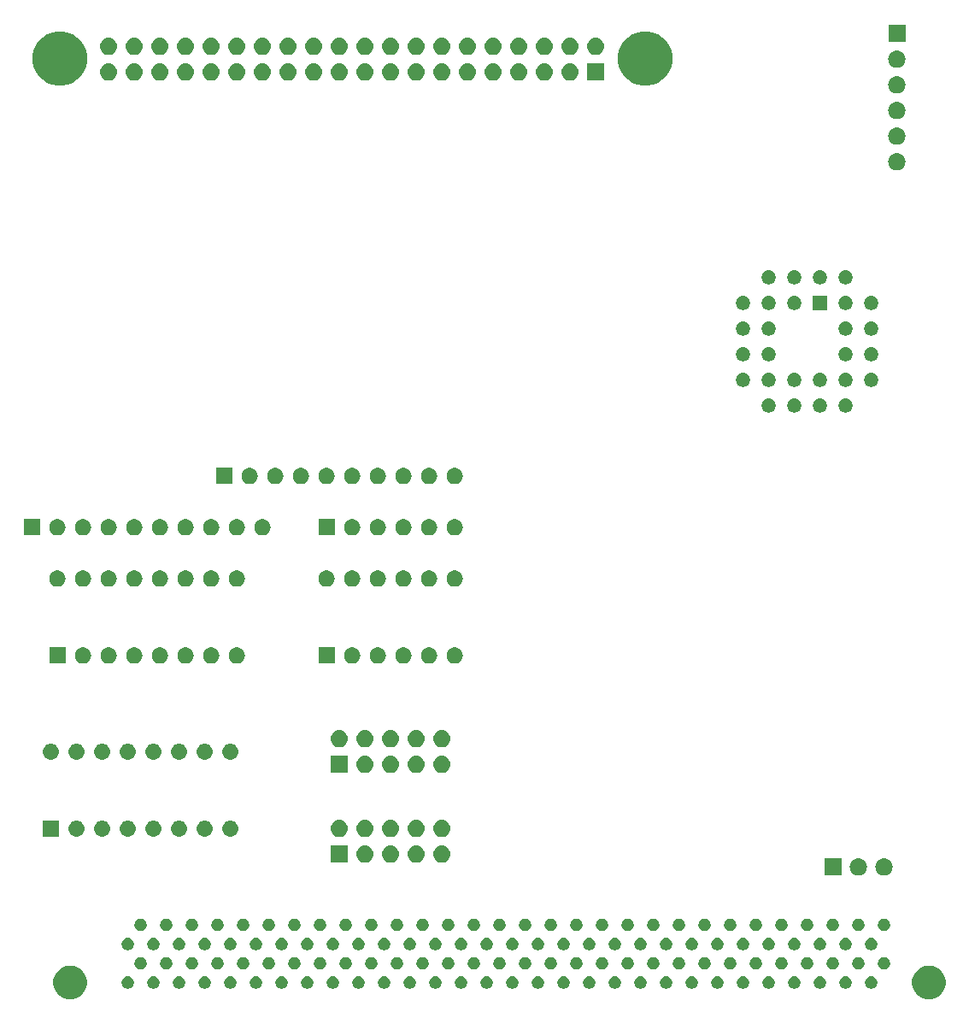
<source format=gbr>
G04 #@! TF.GenerationSoftware,KiCad,Pcbnew,(5.0.2)-1*
G04 #@! TF.CreationDate,2019-01-03T08:46:51-07:00*
G04 #@! TF.ProjectId,Pi Board,50692042-6f61-4726-942e-6b696361645f,rev?*
G04 #@! TF.SameCoordinates,Original*
G04 #@! TF.FileFunction,Soldermask,Bot*
G04 #@! TF.FilePolarity,Negative*
%FSLAX46Y46*%
G04 Gerber Fmt 4.6, Leading zero omitted, Abs format (unit mm)*
G04 Created by KiCad (PCBNEW (5.0.2)-1) date 1/3/2019 8:46:51 AM*
%MOMM*%
%LPD*%
G01*
G04 APERTURE LIST*
%ADD10C,0.100000*%
G04 APERTURE END LIST*
D10*
G36*
X196538333Y-129184495D02*
X196698431Y-129216341D01*
X196823365Y-129268090D01*
X197000049Y-129341275D01*
X197271502Y-129522654D01*
X197502346Y-129753498D01*
X197683725Y-130024951D01*
X197808659Y-130326570D01*
X197872350Y-130646764D01*
X197872350Y-130973236D01*
X197808659Y-131293430D01*
X197683725Y-131595049D01*
X197502346Y-131866502D01*
X197271502Y-132097346D01*
X197000049Y-132278725D01*
X196823365Y-132351910D01*
X196698431Y-132403659D01*
X196538333Y-132435504D01*
X196378236Y-132467350D01*
X196051764Y-132467350D01*
X195891667Y-132435504D01*
X195731569Y-132403659D01*
X195606635Y-132351910D01*
X195429951Y-132278725D01*
X195158498Y-132097346D01*
X194927654Y-131866502D01*
X194746275Y-131595049D01*
X194621341Y-131293430D01*
X194557650Y-130973236D01*
X194557650Y-130646764D01*
X194621341Y-130326570D01*
X194746275Y-130024951D01*
X194927654Y-129753498D01*
X195158498Y-129522654D01*
X195429951Y-129341275D01*
X195606635Y-129268090D01*
X195731569Y-129216341D01*
X195891667Y-129184495D01*
X196051764Y-129152650D01*
X196378236Y-129152650D01*
X196538333Y-129184495D01*
X196538333Y-129184495D01*
G37*
G36*
X111448333Y-129184495D02*
X111608431Y-129216341D01*
X111733365Y-129268090D01*
X111910049Y-129341275D01*
X112181502Y-129522654D01*
X112412346Y-129753498D01*
X112593725Y-130024951D01*
X112718659Y-130326570D01*
X112782350Y-130646764D01*
X112782350Y-130973236D01*
X112718659Y-131293430D01*
X112593725Y-131595049D01*
X112412346Y-131866502D01*
X112181502Y-132097346D01*
X111910049Y-132278725D01*
X111733365Y-132351910D01*
X111608431Y-132403659D01*
X111448333Y-132435504D01*
X111288236Y-132467350D01*
X110961764Y-132467350D01*
X110801667Y-132435504D01*
X110641569Y-132403659D01*
X110516635Y-132351910D01*
X110339951Y-132278725D01*
X110068498Y-132097346D01*
X109837654Y-131866502D01*
X109656275Y-131595049D01*
X109531341Y-131293430D01*
X109467650Y-130973236D01*
X109467650Y-130646764D01*
X109531341Y-130326570D01*
X109656275Y-130024951D01*
X109837654Y-129753498D01*
X110068498Y-129522654D01*
X110339951Y-129341275D01*
X110516635Y-129268090D01*
X110641569Y-129216341D01*
X110801667Y-129184495D01*
X110961764Y-129152650D01*
X111288236Y-129152650D01*
X111448333Y-129184495D01*
X111448333Y-129184495D01*
G37*
G36*
X190677814Y-130223826D02*
X190788754Y-130269779D01*
X190888598Y-130336492D01*
X190973508Y-130421402D01*
X191040221Y-130521246D01*
X191086174Y-130632186D01*
X191109600Y-130749960D01*
X191109600Y-130870040D01*
X191086174Y-130987814D01*
X191040221Y-131098754D01*
X190973508Y-131198598D01*
X190888598Y-131283508D01*
X190788754Y-131350221D01*
X190677814Y-131396174D01*
X190560040Y-131419600D01*
X190439960Y-131419600D01*
X190322186Y-131396174D01*
X190211246Y-131350221D01*
X190111402Y-131283508D01*
X190026492Y-131198598D01*
X189959779Y-131098754D01*
X189913826Y-130987814D01*
X189890400Y-130870040D01*
X189890400Y-130749960D01*
X189913826Y-130632186D01*
X189959779Y-130521246D01*
X190026492Y-130421402D01*
X190111402Y-130336492D01*
X190211246Y-130269779D01*
X190322186Y-130223826D01*
X190439960Y-130200400D01*
X190560040Y-130200400D01*
X190677814Y-130223826D01*
X190677814Y-130223826D01*
G37*
G36*
X129717814Y-130223826D02*
X129828754Y-130269779D01*
X129928598Y-130336492D01*
X130013508Y-130421402D01*
X130080221Y-130521246D01*
X130126174Y-130632186D01*
X130149600Y-130749960D01*
X130149600Y-130870040D01*
X130126174Y-130987814D01*
X130080221Y-131098754D01*
X130013508Y-131198598D01*
X129928598Y-131283508D01*
X129828754Y-131350221D01*
X129717814Y-131396174D01*
X129600040Y-131419600D01*
X129479960Y-131419600D01*
X129362186Y-131396174D01*
X129251246Y-131350221D01*
X129151402Y-131283508D01*
X129066492Y-131198598D01*
X128999779Y-131098754D01*
X128953826Y-130987814D01*
X128930400Y-130870040D01*
X128930400Y-130749960D01*
X128953826Y-130632186D01*
X128999779Y-130521246D01*
X129066492Y-130421402D01*
X129151402Y-130336492D01*
X129251246Y-130269779D01*
X129362186Y-130223826D01*
X129479960Y-130200400D01*
X129600040Y-130200400D01*
X129717814Y-130223826D01*
X129717814Y-130223826D01*
G37*
G36*
X150037814Y-130223826D02*
X150148754Y-130269779D01*
X150248598Y-130336492D01*
X150333508Y-130421402D01*
X150400221Y-130521246D01*
X150446174Y-130632186D01*
X150469600Y-130749960D01*
X150469600Y-130870040D01*
X150446174Y-130987814D01*
X150400221Y-131098754D01*
X150333508Y-131198598D01*
X150248598Y-131283508D01*
X150148754Y-131350221D01*
X150037814Y-131396174D01*
X149920040Y-131419600D01*
X149799960Y-131419600D01*
X149682186Y-131396174D01*
X149571246Y-131350221D01*
X149471402Y-131283508D01*
X149386492Y-131198598D01*
X149319779Y-131098754D01*
X149273826Y-130987814D01*
X149250400Y-130870040D01*
X149250400Y-130749960D01*
X149273826Y-130632186D01*
X149319779Y-130521246D01*
X149386492Y-130421402D01*
X149471402Y-130336492D01*
X149571246Y-130269779D01*
X149682186Y-130223826D01*
X149799960Y-130200400D01*
X149920040Y-130200400D01*
X150037814Y-130223826D01*
X150037814Y-130223826D01*
G37*
G36*
X152577814Y-130223826D02*
X152688754Y-130269779D01*
X152788598Y-130336492D01*
X152873508Y-130421402D01*
X152940221Y-130521246D01*
X152986174Y-130632186D01*
X153009600Y-130749960D01*
X153009600Y-130870040D01*
X152986174Y-130987814D01*
X152940221Y-131098754D01*
X152873508Y-131198598D01*
X152788598Y-131283508D01*
X152688754Y-131350221D01*
X152577814Y-131396174D01*
X152460040Y-131419600D01*
X152339960Y-131419600D01*
X152222186Y-131396174D01*
X152111246Y-131350221D01*
X152011402Y-131283508D01*
X151926492Y-131198598D01*
X151859779Y-131098754D01*
X151813826Y-130987814D01*
X151790400Y-130870040D01*
X151790400Y-130749960D01*
X151813826Y-130632186D01*
X151859779Y-130521246D01*
X151926492Y-130421402D01*
X152011402Y-130336492D01*
X152111246Y-130269779D01*
X152222186Y-130223826D01*
X152339960Y-130200400D01*
X152460040Y-130200400D01*
X152577814Y-130223826D01*
X152577814Y-130223826D01*
G37*
G36*
X155117814Y-130223826D02*
X155228754Y-130269779D01*
X155328598Y-130336492D01*
X155413508Y-130421402D01*
X155480221Y-130521246D01*
X155526174Y-130632186D01*
X155549600Y-130749960D01*
X155549600Y-130870040D01*
X155526174Y-130987814D01*
X155480221Y-131098754D01*
X155413508Y-131198598D01*
X155328598Y-131283508D01*
X155228754Y-131350221D01*
X155117814Y-131396174D01*
X155000040Y-131419600D01*
X154879960Y-131419600D01*
X154762186Y-131396174D01*
X154651246Y-131350221D01*
X154551402Y-131283508D01*
X154466492Y-131198598D01*
X154399779Y-131098754D01*
X154353826Y-130987814D01*
X154330400Y-130870040D01*
X154330400Y-130749960D01*
X154353826Y-130632186D01*
X154399779Y-130521246D01*
X154466492Y-130421402D01*
X154551402Y-130336492D01*
X154651246Y-130269779D01*
X154762186Y-130223826D01*
X154879960Y-130200400D01*
X155000040Y-130200400D01*
X155117814Y-130223826D01*
X155117814Y-130223826D01*
G37*
G36*
X157657814Y-130223826D02*
X157768754Y-130269779D01*
X157868598Y-130336492D01*
X157953508Y-130421402D01*
X158020221Y-130521246D01*
X158066174Y-130632186D01*
X158089600Y-130749960D01*
X158089600Y-130870040D01*
X158066174Y-130987814D01*
X158020221Y-131098754D01*
X157953508Y-131198598D01*
X157868598Y-131283508D01*
X157768754Y-131350221D01*
X157657814Y-131396174D01*
X157540040Y-131419600D01*
X157419960Y-131419600D01*
X157302186Y-131396174D01*
X157191246Y-131350221D01*
X157091402Y-131283508D01*
X157006492Y-131198598D01*
X156939779Y-131098754D01*
X156893826Y-130987814D01*
X156870400Y-130870040D01*
X156870400Y-130749960D01*
X156893826Y-130632186D01*
X156939779Y-130521246D01*
X157006492Y-130421402D01*
X157091402Y-130336492D01*
X157191246Y-130269779D01*
X157302186Y-130223826D01*
X157419960Y-130200400D01*
X157540040Y-130200400D01*
X157657814Y-130223826D01*
X157657814Y-130223826D01*
G37*
G36*
X160197814Y-130223826D02*
X160308754Y-130269779D01*
X160408598Y-130336492D01*
X160493508Y-130421402D01*
X160560221Y-130521246D01*
X160606174Y-130632186D01*
X160629600Y-130749960D01*
X160629600Y-130870040D01*
X160606174Y-130987814D01*
X160560221Y-131098754D01*
X160493508Y-131198598D01*
X160408598Y-131283508D01*
X160308754Y-131350221D01*
X160197814Y-131396174D01*
X160080040Y-131419600D01*
X159959960Y-131419600D01*
X159842186Y-131396174D01*
X159731246Y-131350221D01*
X159631402Y-131283508D01*
X159546492Y-131198598D01*
X159479779Y-131098754D01*
X159433826Y-130987814D01*
X159410400Y-130870040D01*
X159410400Y-130749960D01*
X159433826Y-130632186D01*
X159479779Y-130521246D01*
X159546492Y-130421402D01*
X159631402Y-130336492D01*
X159731246Y-130269779D01*
X159842186Y-130223826D01*
X159959960Y-130200400D01*
X160080040Y-130200400D01*
X160197814Y-130223826D01*
X160197814Y-130223826D01*
G37*
G36*
X162737814Y-130223826D02*
X162848754Y-130269779D01*
X162948598Y-130336492D01*
X163033508Y-130421402D01*
X163100221Y-130521246D01*
X163146174Y-130632186D01*
X163169600Y-130749960D01*
X163169600Y-130870040D01*
X163146174Y-130987814D01*
X163100221Y-131098754D01*
X163033508Y-131198598D01*
X162948598Y-131283508D01*
X162848754Y-131350221D01*
X162737814Y-131396174D01*
X162620040Y-131419600D01*
X162499960Y-131419600D01*
X162382186Y-131396174D01*
X162271246Y-131350221D01*
X162171402Y-131283508D01*
X162086492Y-131198598D01*
X162019779Y-131098754D01*
X161973826Y-130987814D01*
X161950400Y-130870040D01*
X161950400Y-130749960D01*
X161973826Y-130632186D01*
X162019779Y-130521246D01*
X162086492Y-130421402D01*
X162171402Y-130336492D01*
X162271246Y-130269779D01*
X162382186Y-130223826D01*
X162499960Y-130200400D01*
X162620040Y-130200400D01*
X162737814Y-130223826D01*
X162737814Y-130223826D01*
G37*
G36*
X165277814Y-130223826D02*
X165388754Y-130269779D01*
X165488598Y-130336492D01*
X165573508Y-130421402D01*
X165640221Y-130521246D01*
X165686174Y-130632186D01*
X165709600Y-130749960D01*
X165709600Y-130870040D01*
X165686174Y-130987814D01*
X165640221Y-131098754D01*
X165573508Y-131198598D01*
X165488598Y-131283508D01*
X165388754Y-131350221D01*
X165277814Y-131396174D01*
X165160040Y-131419600D01*
X165039960Y-131419600D01*
X164922186Y-131396174D01*
X164811246Y-131350221D01*
X164711402Y-131283508D01*
X164626492Y-131198598D01*
X164559779Y-131098754D01*
X164513826Y-130987814D01*
X164490400Y-130870040D01*
X164490400Y-130749960D01*
X164513826Y-130632186D01*
X164559779Y-130521246D01*
X164626492Y-130421402D01*
X164711402Y-130336492D01*
X164811246Y-130269779D01*
X164922186Y-130223826D01*
X165039960Y-130200400D01*
X165160040Y-130200400D01*
X165277814Y-130223826D01*
X165277814Y-130223826D01*
G37*
G36*
X167817814Y-130223826D02*
X167928754Y-130269779D01*
X168028598Y-130336492D01*
X168113508Y-130421402D01*
X168180221Y-130521246D01*
X168226174Y-130632186D01*
X168249600Y-130749960D01*
X168249600Y-130870040D01*
X168226174Y-130987814D01*
X168180221Y-131098754D01*
X168113508Y-131198598D01*
X168028598Y-131283508D01*
X167928754Y-131350221D01*
X167817814Y-131396174D01*
X167700040Y-131419600D01*
X167579960Y-131419600D01*
X167462186Y-131396174D01*
X167351246Y-131350221D01*
X167251402Y-131283508D01*
X167166492Y-131198598D01*
X167099779Y-131098754D01*
X167053826Y-130987814D01*
X167030400Y-130870040D01*
X167030400Y-130749960D01*
X167053826Y-130632186D01*
X167099779Y-130521246D01*
X167166492Y-130421402D01*
X167251402Y-130336492D01*
X167351246Y-130269779D01*
X167462186Y-130223826D01*
X167579960Y-130200400D01*
X167700040Y-130200400D01*
X167817814Y-130223826D01*
X167817814Y-130223826D01*
G37*
G36*
X170357814Y-130223826D02*
X170468754Y-130269779D01*
X170568598Y-130336492D01*
X170653508Y-130421402D01*
X170720221Y-130521246D01*
X170766174Y-130632186D01*
X170789600Y-130749960D01*
X170789600Y-130870040D01*
X170766174Y-130987814D01*
X170720221Y-131098754D01*
X170653508Y-131198598D01*
X170568598Y-131283508D01*
X170468754Y-131350221D01*
X170357814Y-131396174D01*
X170240040Y-131419600D01*
X170119960Y-131419600D01*
X170002186Y-131396174D01*
X169891246Y-131350221D01*
X169791402Y-131283508D01*
X169706492Y-131198598D01*
X169639779Y-131098754D01*
X169593826Y-130987814D01*
X169570400Y-130870040D01*
X169570400Y-130749960D01*
X169593826Y-130632186D01*
X169639779Y-130521246D01*
X169706492Y-130421402D01*
X169791402Y-130336492D01*
X169891246Y-130269779D01*
X170002186Y-130223826D01*
X170119960Y-130200400D01*
X170240040Y-130200400D01*
X170357814Y-130223826D01*
X170357814Y-130223826D01*
G37*
G36*
X172897814Y-130223826D02*
X173008754Y-130269779D01*
X173108598Y-130336492D01*
X173193508Y-130421402D01*
X173260221Y-130521246D01*
X173306174Y-130632186D01*
X173329600Y-130749960D01*
X173329600Y-130870040D01*
X173306174Y-130987814D01*
X173260221Y-131098754D01*
X173193508Y-131198598D01*
X173108598Y-131283508D01*
X173008754Y-131350221D01*
X172897814Y-131396174D01*
X172780040Y-131419600D01*
X172659960Y-131419600D01*
X172542186Y-131396174D01*
X172431246Y-131350221D01*
X172331402Y-131283508D01*
X172246492Y-131198598D01*
X172179779Y-131098754D01*
X172133826Y-130987814D01*
X172110400Y-130870040D01*
X172110400Y-130749960D01*
X172133826Y-130632186D01*
X172179779Y-130521246D01*
X172246492Y-130421402D01*
X172331402Y-130336492D01*
X172431246Y-130269779D01*
X172542186Y-130223826D01*
X172659960Y-130200400D01*
X172780040Y-130200400D01*
X172897814Y-130223826D01*
X172897814Y-130223826D01*
G37*
G36*
X175437814Y-130223826D02*
X175548754Y-130269779D01*
X175648598Y-130336492D01*
X175733508Y-130421402D01*
X175800221Y-130521246D01*
X175846174Y-130632186D01*
X175869600Y-130749960D01*
X175869600Y-130870040D01*
X175846174Y-130987814D01*
X175800221Y-131098754D01*
X175733508Y-131198598D01*
X175648598Y-131283508D01*
X175548754Y-131350221D01*
X175437814Y-131396174D01*
X175320040Y-131419600D01*
X175199960Y-131419600D01*
X175082186Y-131396174D01*
X174971246Y-131350221D01*
X174871402Y-131283508D01*
X174786492Y-131198598D01*
X174719779Y-131098754D01*
X174673826Y-130987814D01*
X174650400Y-130870040D01*
X174650400Y-130749960D01*
X174673826Y-130632186D01*
X174719779Y-130521246D01*
X174786492Y-130421402D01*
X174871402Y-130336492D01*
X174971246Y-130269779D01*
X175082186Y-130223826D01*
X175199960Y-130200400D01*
X175320040Y-130200400D01*
X175437814Y-130223826D01*
X175437814Y-130223826D01*
G37*
G36*
X177977814Y-130223826D02*
X178088754Y-130269779D01*
X178188598Y-130336492D01*
X178273508Y-130421402D01*
X178340221Y-130521246D01*
X178386174Y-130632186D01*
X178409600Y-130749960D01*
X178409600Y-130870040D01*
X178386174Y-130987814D01*
X178340221Y-131098754D01*
X178273508Y-131198598D01*
X178188598Y-131283508D01*
X178088754Y-131350221D01*
X177977814Y-131396174D01*
X177860040Y-131419600D01*
X177739960Y-131419600D01*
X177622186Y-131396174D01*
X177511246Y-131350221D01*
X177411402Y-131283508D01*
X177326492Y-131198598D01*
X177259779Y-131098754D01*
X177213826Y-130987814D01*
X177190400Y-130870040D01*
X177190400Y-130749960D01*
X177213826Y-130632186D01*
X177259779Y-130521246D01*
X177326492Y-130421402D01*
X177411402Y-130336492D01*
X177511246Y-130269779D01*
X177622186Y-130223826D01*
X177739960Y-130200400D01*
X177860040Y-130200400D01*
X177977814Y-130223826D01*
X177977814Y-130223826D01*
G37*
G36*
X180517814Y-130223826D02*
X180628754Y-130269779D01*
X180728598Y-130336492D01*
X180813508Y-130421402D01*
X180880221Y-130521246D01*
X180926174Y-130632186D01*
X180949600Y-130749960D01*
X180949600Y-130870040D01*
X180926174Y-130987814D01*
X180880221Y-131098754D01*
X180813508Y-131198598D01*
X180728598Y-131283508D01*
X180628754Y-131350221D01*
X180517814Y-131396174D01*
X180400040Y-131419600D01*
X180279960Y-131419600D01*
X180162186Y-131396174D01*
X180051246Y-131350221D01*
X179951402Y-131283508D01*
X179866492Y-131198598D01*
X179799779Y-131098754D01*
X179753826Y-130987814D01*
X179730400Y-130870040D01*
X179730400Y-130749960D01*
X179753826Y-130632186D01*
X179799779Y-130521246D01*
X179866492Y-130421402D01*
X179951402Y-130336492D01*
X180051246Y-130269779D01*
X180162186Y-130223826D01*
X180279960Y-130200400D01*
X180400040Y-130200400D01*
X180517814Y-130223826D01*
X180517814Y-130223826D01*
G37*
G36*
X183057814Y-130223826D02*
X183168754Y-130269779D01*
X183268598Y-130336492D01*
X183353508Y-130421402D01*
X183420221Y-130521246D01*
X183466174Y-130632186D01*
X183489600Y-130749960D01*
X183489600Y-130870040D01*
X183466174Y-130987814D01*
X183420221Y-131098754D01*
X183353508Y-131198598D01*
X183268598Y-131283508D01*
X183168754Y-131350221D01*
X183057814Y-131396174D01*
X182940040Y-131419600D01*
X182819960Y-131419600D01*
X182702186Y-131396174D01*
X182591246Y-131350221D01*
X182491402Y-131283508D01*
X182406492Y-131198598D01*
X182339779Y-131098754D01*
X182293826Y-130987814D01*
X182270400Y-130870040D01*
X182270400Y-130749960D01*
X182293826Y-130632186D01*
X182339779Y-130521246D01*
X182406492Y-130421402D01*
X182491402Y-130336492D01*
X182591246Y-130269779D01*
X182702186Y-130223826D01*
X182819960Y-130200400D01*
X182940040Y-130200400D01*
X183057814Y-130223826D01*
X183057814Y-130223826D01*
G37*
G36*
X117017814Y-130223826D02*
X117128754Y-130269779D01*
X117228598Y-130336492D01*
X117313508Y-130421402D01*
X117380221Y-130521246D01*
X117426174Y-130632186D01*
X117449600Y-130749960D01*
X117449600Y-130870040D01*
X117426174Y-130987814D01*
X117380221Y-131098754D01*
X117313508Y-131198598D01*
X117228598Y-131283508D01*
X117128754Y-131350221D01*
X117017814Y-131396174D01*
X116900040Y-131419600D01*
X116779960Y-131419600D01*
X116662186Y-131396174D01*
X116551246Y-131350221D01*
X116451402Y-131283508D01*
X116366492Y-131198598D01*
X116299779Y-131098754D01*
X116253826Y-130987814D01*
X116230400Y-130870040D01*
X116230400Y-130749960D01*
X116253826Y-130632186D01*
X116299779Y-130521246D01*
X116366492Y-130421402D01*
X116451402Y-130336492D01*
X116551246Y-130269779D01*
X116662186Y-130223826D01*
X116779960Y-130200400D01*
X116900040Y-130200400D01*
X117017814Y-130223826D01*
X117017814Y-130223826D01*
G37*
G36*
X185597814Y-130223826D02*
X185708754Y-130269779D01*
X185808598Y-130336492D01*
X185893508Y-130421402D01*
X185960221Y-130521246D01*
X186006174Y-130632186D01*
X186029600Y-130749960D01*
X186029600Y-130870040D01*
X186006174Y-130987814D01*
X185960221Y-131098754D01*
X185893508Y-131198598D01*
X185808598Y-131283508D01*
X185708754Y-131350221D01*
X185597814Y-131396174D01*
X185480040Y-131419600D01*
X185359960Y-131419600D01*
X185242186Y-131396174D01*
X185131246Y-131350221D01*
X185031402Y-131283508D01*
X184946492Y-131198598D01*
X184879779Y-131098754D01*
X184833826Y-130987814D01*
X184810400Y-130870040D01*
X184810400Y-130749960D01*
X184833826Y-130632186D01*
X184879779Y-130521246D01*
X184946492Y-130421402D01*
X185031402Y-130336492D01*
X185131246Y-130269779D01*
X185242186Y-130223826D01*
X185359960Y-130200400D01*
X185480040Y-130200400D01*
X185597814Y-130223826D01*
X185597814Y-130223826D01*
G37*
G36*
X147497814Y-130223826D02*
X147608754Y-130269779D01*
X147708598Y-130336492D01*
X147793508Y-130421402D01*
X147860221Y-130521246D01*
X147906174Y-130632186D01*
X147929600Y-130749960D01*
X147929600Y-130870040D01*
X147906174Y-130987814D01*
X147860221Y-131098754D01*
X147793508Y-131198598D01*
X147708598Y-131283508D01*
X147608754Y-131350221D01*
X147497814Y-131396174D01*
X147380040Y-131419600D01*
X147259960Y-131419600D01*
X147142186Y-131396174D01*
X147031246Y-131350221D01*
X146931402Y-131283508D01*
X146846492Y-131198598D01*
X146779779Y-131098754D01*
X146733826Y-130987814D01*
X146710400Y-130870040D01*
X146710400Y-130749960D01*
X146733826Y-130632186D01*
X146779779Y-130521246D01*
X146846492Y-130421402D01*
X146931402Y-130336492D01*
X147031246Y-130269779D01*
X147142186Y-130223826D01*
X147259960Y-130200400D01*
X147380040Y-130200400D01*
X147497814Y-130223826D01*
X147497814Y-130223826D01*
G37*
G36*
X144957814Y-130223826D02*
X145068754Y-130269779D01*
X145168598Y-130336492D01*
X145253508Y-130421402D01*
X145320221Y-130521246D01*
X145366174Y-130632186D01*
X145389600Y-130749960D01*
X145389600Y-130870040D01*
X145366174Y-130987814D01*
X145320221Y-131098754D01*
X145253508Y-131198598D01*
X145168598Y-131283508D01*
X145068754Y-131350221D01*
X144957814Y-131396174D01*
X144840040Y-131419600D01*
X144719960Y-131419600D01*
X144602186Y-131396174D01*
X144491246Y-131350221D01*
X144391402Y-131283508D01*
X144306492Y-131198598D01*
X144239779Y-131098754D01*
X144193826Y-130987814D01*
X144170400Y-130870040D01*
X144170400Y-130749960D01*
X144193826Y-130632186D01*
X144239779Y-130521246D01*
X144306492Y-130421402D01*
X144391402Y-130336492D01*
X144491246Y-130269779D01*
X144602186Y-130223826D01*
X144719960Y-130200400D01*
X144840040Y-130200400D01*
X144957814Y-130223826D01*
X144957814Y-130223826D01*
G37*
G36*
X142417814Y-130223826D02*
X142528754Y-130269779D01*
X142628598Y-130336492D01*
X142713508Y-130421402D01*
X142780221Y-130521246D01*
X142826174Y-130632186D01*
X142849600Y-130749960D01*
X142849600Y-130870040D01*
X142826174Y-130987814D01*
X142780221Y-131098754D01*
X142713508Y-131198598D01*
X142628598Y-131283508D01*
X142528754Y-131350221D01*
X142417814Y-131396174D01*
X142300040Y-131419600D01*
X142179960Y-131419600D01*
X142062186Y-131396174D01*
X141951246Y-131350221D01*
X141851402Y-131283508D01*
X141766492Y-131198598D01*
X141699779Y-131098754D01*
X141653826Y-130987814D01*
X141630400Y-130870040D01*
X141630400Y-130749960D01*
X141653826Y-130632186D01*
X141699779Y-130521246D01*
X141766492Y-130421402D01*
X141851402Y-130336492D01*
X141951246Y-130269779D01*
X142062186Y-130223826D01*
X142179960Y-130200400D01*
X142300040Y-130200400D01*
X142417814Y-130223826D01*
X142417814Y-130223826D01*
G37*
G36*
X139877814Y-130223826D02*
X139988754Y-130269779D01*
X140088598Y-130336492D01*
X140173508Y-130421402D01*
X140240221Y-130521246D01*
X140286174Y-130632186D01*
X140309600Y-130749960D01*
X140309600Y-130870040D01*
X140286174Y-130987814D01*
X140240221Y-131098754D01*
X140173508Y-131198598D01*
X140088598Y-131283508D01*
X139988754Y-131350221D01*
X139877814Y-131396174D01*
X139760040Y-131419600D01*
X139639960Y-131419600D01*
X139522186Y-131396174D01*
X139411246Y-131350221D01*
X139311402Y-131283508D01*
X139226492Y-131198598D01*
X139159779Y-131098754D01*
X139113826Y-130987814D01*
X139090400Y-130870040D01*
X139090400Y-130749960D01*
X139113826Y-130632186D01*
X139159779Y-130521246D01*
X139226492Y-130421402D01*
X139311402Y-130336492D01*
X139411246Y-130269779D01*
X139522186Y-130223826D01*
X139639960Y-130200400D01*
X139760040Y-130200400D01*
X139877814Y-130223826D01*
X139877814Y-130223826D01*
G37*
G36*
X137337814Y-130223826D02*
X137448754Y-130269779D01*
X137548598Y-130336492D01*
X137633508Y-130421402D01*
X137700221Y-130521246D01*
X137746174Y-130632186D01*
X137769600Y-130749960D01*
X137769600Y-130870040D01*
X137746174Y-130987814D01*
X137700221Y-131098754D01*
X137633508Y-131198598D01*
X137548598Y-131283508D01*
X137448754Y-131350221D01*
X137337814Y-131396174D01*
X137220040Y-131419600D01*
X137099960Y-131419600D01*
X136982186Y-131396174D01*
X136871246Y-131350221D01*
X136771402Y-131283508D01*
X136686492Y-131198598D01*
X136619779Y-131098754D01*
X136573826Y-130987814D01*
X136550400Y-130870040D01*
X136550400Y-130749960D01*
X136573826Y-130632186D01*
X136619779Y-130521246D01*
X136686492Y-130421402D01*
X136771402Y-130336492D01*
X136871246Y-130269779D01*
X136982186Y-130223826D01*
X137099960Y-130200400D01*
X137220040Y-130200400D01*
X137337814Y-130223826D01*
X137337814Y-130223826D01*
G37*
G36*
X134797814Y-130223826D02*
X134908754Y-130269779D01*
X135008598Y-130336492D01*
X135093508Y-130421402D01*
X135160221Y-130521246D01*
X135206174Y-130632186D01*
X135229600Y-130749960D01*
X135229600Y-130870040D01*
X135206174Y-130987814D01*
X135160221Y-131098754D01*
X135093508Y-131198598D01*
X135008598Y-131283508D01*
X134908754Y-131350221D01*
X134797814Y-131396174D01*
X134680040Y-131419600D01*
X134559960Y-131419600D01*
X134442186Y-131396174D01*
X134331246Y-131350221D01*
X134231402Y-131283508D01*
X134146492Y-131198598D01*
X134079779Y-131098754D01*
X134033826Y-130987814D01*
X134010400Y-130870040D01*
X134010400Y-130749960D01*
X134033826Y-130632186D01*
X134079779Y-130521246D01*
X134146492Y-130421402D01*
X134231402Y-130336492D01*
X134331246Y-130269779D01*
X134442186Y-130223826D01*
X134559960Y-130200400D01*
X134680040Y-130200400D01*
X134797814Y-130223826D01*
X134797814Y-130223826D01*
G37*
G36*
X132257814Y-130223826D02*
X132368754Y-130269779D01*
X132468598Y-130336492D01*
X132553508Y-130421402D01*
X132620221Y-130521246D01*
X132666174Y-130632186D01*
X132689600Y-130749960D01*
X132689600Y-130870040D01*
X132666174Y-130987814D01*
X132620221Y-131098754D01*
X132553508Y-131198598D01*
X132468598Y-131283508D01*
X132368754Y-131350221D01*
X132257814Y-131396174D01*
X132140040Y-131419600D01*
X132019960Y-131419600D01*
X131902186Y-131396174D01*
X131791246Y-131350221D01*
X131691402Y-131283508D01*
X131606492Y-131198598D01*
X131539779Y-131098754D01*
X131493826Y-130987814D01*
X131470400Y-130870040D01*
X131470400Y-130749960D01*
X131493826Y-130632186D01*
X131539779Y-130521246D01*
X131606492Y-130421402D01*
X131691402Y-130336492D01*
X131791246Y-130269779D01*
X131902186Y-130223826D01*
X132019960Y-130200400D01*
X132140040Y-130200400D01*
X132257814Y-130223826D01*
X132257814Y-130223826D01*
G37*
G36*
X188137814Y-130223826D02*
X188248754Y-130269779D01*
X188348598Y-130336492D01*
X188433508Y-130421402D01*
X188500221Y-130521246D01*
X188546174Y-130632186D01*
X188569600Y-130749960D01*
X188569600Y-130870040D01*
X188546174Y-130987814D01*
X188500221Y-131098754D01*
X188433508Y-131198598D01*
X188348598Y-131283508D01*
X188248754Y-131350221D01*
X188137814Y-131396174D01*
X188020040Y-131419600D01*
X187899960Y-131419600D01*
X187782186Y-131396174D01*
X187671246Y-131350221D01*
X187571402Y-131283508D01*
X187486492Y-131198598D01*
X187419779Y-131098754D01*
X187373826Y-130987814D01*
X187350400Y-130870040D01*
X187350400Y-130749960D01*
X187373826Y-130632186D01*
X187419779Y-130521246D01*
X187486492Y-130421402D01*
X187571402Y-130336492D01*
X187671246Y-130269779D01*
X187782186Y-130223826D01*
X187899960Y-130200400D01*
X188020040Y-130200400D01*
X188137814Y-130223826D01*
X188137814Y-130223826D01*
G37*
G36*
X127177814Y-130223826D02*
X127288754Y-130269779D01*
X127388598Y-130336492D01*
X127473508Y-130421402D01*
X127540221Y-130521246D01*
X127586174Y-130632186D01*
X127609600Y-130749960D01*
X127609600Y-130870040D01*
X127586174Y-130987814D01*
X127540221Y-131098754D01*
X127473508Y-131198598D01*
X127388598Y-131283508D01*
X127288754Y-131350221D01*
X127177814Y-131396174D01*
X127060040Y-131419600D01*
X126939960Y-131419600D01*
X126822186Y-131396174D01*
X126711246Y-131350221D01*
X126611402Y-131283508D01*
X126526492Y-131198598D01*
X126459779Y-131098754D01*
X126413826Y-130987814D01*
X126390400Y-130870040D01*
X126390400Y-130749960D01*
X126413826Y-130632186D01*
X126459779Y-130521246D01*
X126526492Y-130421402D01*
X126611402Y-130336492D01*
X126711246Y-130269779D01*
X126822186Y-130223826D01*
X126939960Y-130200400D01*
X127060040Y-130200400D01*
X127177814Y-130223826D01*
X127177814Y-130223826D01*
G37*
G36*
X124637814Y-130223826D02*
X124748754Y-130269779D01*
X124848598Y-130336492D01*
X124933508Y-130421402D01*
X125000221Y-130521246D01*
X125046174Y-130632186D01*
X125069600Y-130749960D01*
X125069600Y-130870040D01*
X125046174Y-130987814D01*
X125000221Y-131098754D01*
X124933508Y-131198598D01*
X124848598Y-131283508D01*
X124748754Y-131350221D01*
X124637814Y-131396174D01*
X124520040Y-131419600D01*
X124399960Y-131419600D01*
X124282186Y-131396174D01*
X124171246Y-131350221D01*
X124071402Y-131283508D01*
X123986492Y-131198598D01*
X123919779Y-131098754D01*
X123873826Y-130987814D01*
X123850400Y-130870040D01*
X123850400Y-130749960D01*
X123873826Y-130632186D01*
X123919779Y-130521246D01*
X123986492Y-130421402D01*
X124071402Y-130336492D01*
X124171246Y-130269779D01*
X124282186Y-130223826D01*
X124399960Y-130200400D01*
X124520040Y-130200400D01*
X124637814Y-130223826D01*
X124637814Y-130223826D01*
G37*
G36*
X122097814Y-130223826D02*
X122208754Y-130269779D01*
X122308598Y-130336492D01*
X122393508Y-130421402D01*
X122460221Y-130521246D01*
X122506174Y-130632186D01*
X122529600Y-130749960D01*
X122529600Y-130870040D01*
X122506174Y-130987814D01*
X122460221Y-131098754D01*
X122393508Y-131198598D01*
X122308598Y-131283508D01*
X122208754Y-131350221D01*
X122097814Y-131396174D01*
X121980040Y-131419600D01*
X121859960Y-131419600D01*
X121742186Y-131396174D01*
X121631246Y-131350221D01*
X121531402Y-131283508D01*
X121446492Y-131198598D01*
X121379779Y-131098754D01*
X121333826Y-130987814D01*
X121310400Y-130870040D01*
X121310400Y-130749960D01*
X121333826Y-130632186D01*
X121379779Y-130521246D01*
X121446492Y-130421402D01*
X121531402Y-130336492D01*
X121631246Y-130269779D01*
X121742186Y-130223826D01*
X121859960Y-130200400D01*
X121980040Y-130200400D01*
X122097814Y-130223826D01*
X122097814Y-130223826D01*
G37*
G36*
X119557814Y-130223826D02*
X119668754Y-130269779D01*
X119768598Y-130336492D01*
X119853508Y-130421402D01*
X119920221Y-130521246D01*
X119966174Y-130632186D01*
X119989600Y-130749960D01*
X119989600Y-130870040D01*
X119966174Y-130987814D01*
X119920221Y-131098754D01*
X119853508Y-131198598D01*
X119768598Y-131283508D01*
X119668754Y-131350221D01*
X119557814Y-131396174D01*
X119440040Y-131419600D01*
X119319960Y-131419600D01*
X119202186Y-131396174D01*
X119091246Y-131350221D01*
X118991402Y-131283508D01*
X118906492Y-131198598D01*
X118839779Y-131098754D01*
X118793826Y-130987814D01*
X118770400Y-130870040D01*
X118770400Y-130749960D01*
X118793826Y-130632186D01*
X118839779Y-130521246D01*
X118906492Y-130421402D01*
X118991402Y-130336492D01*
X119091246Y-130269779D01*
X119202186Y-130223826D01*
X119319960Y-130200400D01*
X119440040Y-130200400D01*
X119557814Y-130223826D01*
X119557814Y-130223826D01*
G37*
G36*
X138607814Y-128318826D02*
X138718754Y-128364779D01*
X138818598Y-128431492D01*
X138903508Y-128516402D01*
X138970221Y-128616246D01*
X139016174Y-128727186D01*
X139039600Y-128844960D01*
X139039600Y-128965040D01*
X139016174Y-129082814D01*
X138970221Y-129193754D01*
X138903508Y-129293598D01*
X138818598Y-129378508D01*
X138718754Y-129445221D01*
X138607814Y-129491174D01*
X138490040Y-129514600D01*
X138369960Y-129514600D01*
X138252186Y-129491174D01*
X138141246Y-129445221D01*
X138041402Y-129378508D01*
X137956492Y-129293598D01*
X137889779Y-129193754D01*
X137843826Y-129082814D01*
X137820400Y-128965040D01*
X137820400Y-128844960D01*
X137843826Y-128727186D01*
X137889779Y-128616246D01*
X137956492Y-128516402D01*
X138041402Y-128431492D01*
X138141246Y-128364779D01*
X138252186Y-128318826D01*
X138369960Y-128295400D01*
X138490040Y-128295400D01*
X138607814Y-128318826D01*
X138607814Y-128318826D01*
G37*
G36*
X166547814Y-128318826D02*
X166658754Y-128364779D01*
X166758598Y-128431492D01*
X166843508Y-128516402D01*
X166910221Y-128616246D01*
X166956174Y-128727186D01*
X166979600Y-128844960D01*
X166979600Y-128965040D01*
X166956174Y-129082814D01*
X166910221Y-129193754D01*
X166843508Y-129293598D01*
X166758598Y-129378508D01*
X166658754Y-129445221D01*
X166547814Y-129491174D01*
X166430040Y-129514600D01*
X166309960Y-129514600D01*
X166192186Y-129491174D01*
X166081246Y-129445221D01*
X165981402Y-129378508D01*
X165896492Y-129293598D01*
X165829779Y-129193754D01*
X165783826Y-129082814D01*
X165760400Y-128965040D01*
X165760400Y-128844960D01*
X165783826Y-128727186D01*
X165829779Y-128616246D01*
X165896492Y-128516402D01*
X165981402Y-128431492D01*
X166081246Y-128364779D01*
X166192186Y-128318826D01*
X166309960Y-128295400D01*
X166430040Y-128295400D01*
X166547814Y-128318826D01*
X166547814Y-128318826D01*
G37*
G36*
X161467814Y-128318826D02*
X161578754Y-128364779D01*
X161678598Y-128431492D01*
X161763508Y-128516402D01*
X161830221Y-128616246D01*
X161876174Y-128727186D01*
X161899600Y-128844960D01*
X161899600Y-128965040D01*
X161876174Y-129082814D01*
X161830221Y-129193754D01*
X161763508Y-129293598D01*
X161678598Y-129378508D01*
X161578754Y-129445221D01*
X161467814Y-129491174D01*
X161350040Y-129514600D01*
X161229960Y-129514600D01*
X161112186Y-129491174D01*
X161001246Y-129445221D01*
X160901402Y-129378508D01*
X160816492Y-129293598D01*
X160749779Y-129193754D01*
X160703826Y-129082814D01*
X160680400Y-128965040D01*
X160680400Y-128844960D01*
X160703826Y-128727186D01*
X160749779Y-128616246D01*
X160816492Y-128516402D01*
X160901402Y-128431492D01*
X161001246Y-128364779D01*
X161112186Y-128318826D01*
X161229960Y-128295400D01*
X161350040Y-128295400D01*
X161467814Y-128318826D01*
X161467814Y-128318826D01*
G37*
G36*
X164007814Y-128318826D02*
X164118754Y-128364779D01*
X164218598Y-128431492D01*
X164303508Y-128516402D01*
X164370221Y-128616246D01*
X164416174Y-128727186D01*
X164439600Y-128844960D01*
X164439600Y-128965040D01*
X164416174Y-129082814D01*
X164370221Y-129193754D01*
X164303508Y-129293598D01*
X164218598Y-129378508D01*
X164118754Y-129445221D01*
X164007814Y-129491174D01*
X163890040Y-129514600D01*
X163769960Y-129514600D01*
X163652186Y-129491174D01*
X163541246Y-129445221D01*
X163441402Y-129378508D01*
X163356492Y-129293598D01*
X163289779Y-129193754D01*
X163243826Y-129082814D01*
X163220400Y-128965040D01*
X163220400Y-128844960D01*
X163243826Y-128727186D01*
X163289779Y-128616246D01*
X163356492Y-128516402D01*
X163441402Y-128431492D01*
X163541246Y-128364779D01*
X163652186Y-128318826D01*
X163769960Y-128295400D01*
X163890040Y-128295400D01*
X164007814Y-128318826D01*
X164007814Y-128318826D01*
G37*
G36*
X123367814Y-128318826D02*
X123478754Y-128364779D01*
X123578598Y-128431492D01*
X123663508Y-128516402D01*
X123730221Y-128616246D01*
X123776174Y-128727186D01*
X123799600Y-128844960D01*
X123799600Y-128965040D01*
X123776174Y-129082814D01*
X123730221Y-129193754D01*
X123663508Y-129293598D01*
X123578598Y-129378508D01*
X123478754Y-129445221D01*
X123367814Y-129491174D01*
X123250040Y-129514600D01*
X123129960Y-129514600D01*
X123012186Y-129491174D01*
X122901246Y-129445221D01*
X122801402Y-129378508D01*
X122716492Y-129293598D01*
X122649779Y-129193754D01*
X122603826Y-129082814D01*
X122580400Y-128965040D01*
X122580400Y-128844960D01*
X122603826Y-128727186D01*
X122649779Y-128616246D01*
X122716492Y-128516402D01*
X122801402Y-128431492D01*
X122901246Y-128364779D01*
X123012186Y-128318826D01*
X123129960Y-128295400D01*
X123250040Y-128295400D01*
X123367814Y-128318826D01*
X123367814Y-128318826D01*
G37*
G36*
X118287814Y-128318826D02*
X118398754Y-128364779D01*
X118498598Y-128431492D01*
X118583508Y-128516402D01*
X118650221Y-128616246D01*
X118696174Y-128727186D01*
X118719600Y-128844960D01*
X118719600Y-128965040D01*
X118696174Y-129082814D01*
X118650221Y-129193754D01*
X118583508Y-129293598D01*
X118498598Y-129378508D01*
X118398754Y-129445221D01*
X118287814Y-129491174D01*
X118170040Y-129514600D01*
X118049960Y-129514600D01*
X117932186Y-129491174D01*
X117821246Y-129445221D01*
X117721402Y-129378508D01*
X117636492Y-129293598D01*
X117569779Y-129193754D01*
X117523826Y-129082814D01*
X117500400Y-128965040D01*
X117500400Y-128844960D01*
X117523826Y-128727186D01*
X117569779Y-128616246D01*
X117636492Y-128516402D01*
X117721402Y-128431492D01*
X117821246Y-128364779D01*
X117932186Y-128318826D01*
X118049960Y-128295400D01*
X118170040Y-128295400D01*
X118287814Y-128318826D01*
X118287814Y-128318826D01*
G37*
G36*
X189407814Y-128318826D02*
X189518754Y-128364779D01*
X189618598Y-128431492D01*
X189703508Y-128516402D01*
X189770221Y-128616246D01*
X189816174Y-128727186D01*
X189839600Y-128844960D01*
X189839600Y-128965040D01*
X189816174Y-129082814D01*
X189770221Y-129193754D01*
X189703508Y-129293598D01*
X189618598Y-129378508D01*
X189518754Y-129445221D01*
X189407814Y-129491174D01*
X189290040Y-129514600D01*
X189169960Y-129514600D01*
X189052186Y-129491174D01*
X188941246Y-129445221D01*
X188841402Y-129378508D01*
X188756492Y-129293598D01*
X188689779Y-129193754D01*
X188643826Y-129082814D01*
X188620400Y-128965040D01*
X188620400Y-128844960D01*
X188643826Y-128727186D01*
X188689779Y-128616246D01*
X188756492Y-128516402D01*
X188841402Y-128431492D01*
X188941246Y-128364779D01*
X189052186Y-128318826D01*
X189169960Y-128295400D01*
X189290040Y-128295400D01*
X189407814Y-128318826D01*
X189407814Y-128318826D01*
G37*
G36*
X120827814Y-128318826D02*
X120938754Y-128364779D01*
X121038598Y-128431492D01*
X121123508Y-128516402D01*
X121190221Y-128616246D01*
X121236174Y-128727186D01*
X121259600Y-128844960D01*
X121259600Y-128965040D01*
X121236174Y-129082814D01*
X121190221Y-129193754D01*
X121123508Y-129293598D01*
X121038598Y-129378508D01*
X120938754Y-129445221D01*
X120827814Y-129491174D01*
X120710040Y-129514600D01*
X120589960Y-129514600D01*
X120472186Y-129491174D01*
X120361246Y-129445221D01*
X120261402Y-129378508D01*
X120176492Y-129293598D01*
X120109779Y-129193754D01*
X120063826Y-129082814D01*
X120040400Y-128965040D01*
X120040400Y-128844960D01*
X120063826Y-128727186D01*
X120109779Y-128616246D01*
X120176492Y-128516402D01*
X120261402Y-128431492D01*
X120361246Y-128364779D01*
X120472186Y-128318826D01*
X120589960Y-128295400D01*
X120710040Y-128295400D01*
X120827814Y-128318826D01*
X120827814Y-128318826D01*
G37*
G36*
X191947814Y-128318826D02*
X192058754Y-128364779D01*
X192158598Y-128431492D01*
X192243508Y-128516402D01*
X192310221Y-128616246D01*
X192356174Y-128727186D01*
X192379600Y-128844960D01*
X192379600Y-128965040D01*
X192356174Y-129082814D01*
X192310221Y-129193754D01*
X192243508Y-129293598D01*
X192158598Y-129378508D01*
X192058754Y-129445221D01*
X191947814Y-129491174D01*
X191830040Y-129514600D01*
X191709960Y-129514600D01*
X191592186Y-129491174D01*
X191481246Y-129445221D01*
X191381402Y-129378508D01*
X191296492Y-129293598D01*
X191229779Y-129193754D01*
X191183826Y-129082814D01*
X191160400Y-128965040D01*
X191160400Y-128844960D01*
X191183826Y-128727186D01*
X191229779Y-128616246D01*
X191296492Y-128516402D01*
X191381402Y-128431492D01*
X191481246Y-128364779D01*
X191592186Y-128318826D01*
X191709960Y-128295400D01*
X191830040Y-128295400D01*
X191947814Y-128318826D01*
X191947814Y-128318826D01*
G37*
G36*
X125907814Y-128318826D02*
X126018754Y-128364779D01*
X126118598Y-128431492D01*
X126203508Y-128516402D01*
X126270221Y-128616246D01*
X126316174Y-128727186D01*
X126339600Y-128844960D01*
X126339600Y-128965040D01*
X126316174Y-129082814D01*
X126270221Y-129193754D01*
X126203508Y-129293598D01*
X126118598Y-129378508D01*
X126018754Y-129445221D01*
X125907814Y-129491174D01*
X125790040Y-129514600D01*
X125669960Y-129514600D01*
X125552186Y-129491174D01*
X125441246Y-129445221D01*
X125341402Y-129378508D01*
X125256492Y-129293598D01*
X125189779Y-129193754D01*
X125143826Y-129082814D01*
X125120400Y-128965040D01*
X125120400Y-128844960D01*
X125143826Y-128727186D01*
X125189779Y-128616246D01*
X125256492Y-128516402D01*
X125341402Y-128431492D01*
X125441246Y-128364779D01*
X125552186Y-128318826D01*
X125669960Y-128295400D01*
X125790040Y-128295400D01*
X125907814Y-128318826D01*
X125907814Y-128318826D01*
G37*
G36*
X128447814Y-128318826D02*
X128558754Y-128364779D01*
X128658598Y-128431492D01*
X128743508Y-128516402D01*
X128810221Y-128616246D01*
X128856174Y-128727186D01*
X128879600Y-128844960D01*
X128879600Y-128965040D01*
X128856174Y-129082814D01*
X128810221Y-129193754D01*
X128743508Y-129293598D01*
X128658598Y-129378508D01*
X128558754Y-129445221D01*
X128447814Y-129491174D01*
X128330040Y-129514600D01*
X128209960Y-129514600D01*
X128092186Y-129491174D01*
X127981246Y-129445221D01*
X127881402Y-129378508D01*
X127796492Y-129293598D01*
X127729779Y-129193754D01*
X127683826Y-129082814D01*
X127660400Y-128965040D01*
X127660400Y-128844960D01*
X127683826Y-128727186D01*
X127729779Y-128616246D01*
X127796492Y-128516402D01*
X127881402Y-128431492D01*
X127981246Y-128364779D01*
X128092186Y-128318826D01*
X128209960Y-128295400D01*
X128330040Y-128295400D01*
X128447814Y-128318826D01*
X128447814Y-128318826D01*
G37*
G36*
X130987814Y-128318826D02*
X131098754Y-128364779D01*
X131198598Y-128431492D01*
X131283508Y-128516402D01*
X131350221Y-128616246D01*
X131396174Y-128727186D01*
X131419600Y-128844960D01*
X131419600Y-128965040D01*
X131396174Y-129082814D01*
X131350221Y-129193754D01*
X131283508Y-129293598D01*
X131198598Y-129378508D01*
X131098754Y-129445221D01*
X130987814Y-129491174D01*
X130870040Y-129514600D01*
X130749960Y-129514600D01*
X130632186Y-129491174D01*
X130521246Y-129445221D01*
X130421402Y-129378508D01*
X130336492Y-129293598D01*
X130269779Y-129193754D01*
X130223826Y-129082814D01*
X130200400Y-128965040D01*
X130200400Y-128844960D01*
X130223826Y-128727186D01*
X130269779Y-128616246D01*
X130336492Y-128516402D01*
X130421402Y-128431492D01*
X130521246Y-128364779D01*
X130632186Y-128318826D01*
X130749960Y-128295400D01*
X130870040Y-128295400D01*
X130987814Y-128318826D01*
X130987814Y-128318826D01*
G37*
G36*
X133527814Y-128318826D02*
X133638754Y-128364779D01*
X133738598Y-128431492D01*
X133823508Y-128516402D01*
X133890221Y-128616246D01*
X133936174Y-128727186D01*
X133959600Y-128844960D01*
X133959600Y-128965040D01*
X133936174Y-129082814D01*
X133890221Y-129193754D01*
X133823508Y-129293598D01*
X133738598Y-129378508D01*
X133638754Y-129445221D01*
X133527814Y-129491174D01*
X133410040Y-129514600D01*
X133289960Y-129514600D01*
X133172186Y-129491174D01*
X133061246Y-129445221D01*
X132961402Y-129378508D01*
X132876492Y-129293598D01*
X132809779Y-129193754D01*
X132763826Y-129082814D01*
X132740400Y-128965040D01*
X132740400Y-128844960D01*
X132763826Y-128727186D01*
X132809779Y-128616246D01*
X132876492Y-128516402D01*
X132961402Y-128431492D01*
X133061246Y-128364779D01*
X133172186Y-128318826D01*
X133289960Y-128295400D01*
X133410040Y-128295400D01*
X133527814Y-128318826D01*
X133527814Y-128318826D01*
G37*
G36*
X136067814Y-128318826D02*
X136178754Y-128364779D01*
X136278598Y-128431492D01*
X136363508Y-128516402D01*
X136430221Y-128616246D01*
X136476174Y-128727186D01*
X136499600Y-128844960D01*
X136499600Y-128965040D01*
X136476174Y-129082814D01*
X136430221Y-129193754D01*
X136363508Y-129293598D01*
X136278598Y-129378508D01*
X136178754Y-129445221D01*
X136067814Y-129491174D01*
X135950040Y-129514600D01*
X135829960Y-129514600D01*
X135712186Y-129491174D01*
X135601246Y-129445221D01*
X135501402Y-129378508D01*
X135416492Y-129293598D01*
X135349779Y-129193754D01*
X135303826Y-129082814D01*
X135280400Y-128965040D01*
X135280400Y-128844960D01*
X135303826Y-128727186D01*
X135349779Y-128616246D01*
X135416492Y-128516402D01*
X135501402Y-128431492D01*
X135601246Y-128364779D01*
X135712186Y-128318826D01*
X135829960Y-128295400D01*
X135950040Y-128295400D01*
X136067814Y-128318826D01*
X136067814Y-128318826D01*
G37*
G36*
X179247814Y-128318826D02*
X179358754Y-128364779D01*
X179458598Y-128431492D01*
X179543508Y-128516402D01*
X179610221Y-128616246D01*
X179656174Y-128727186D01*
X179679600Y-128844960D01*
X179679600Y-128965040D01*
X179656174Y-129082814D01*
X179610221Y-129193754D01*
X179543508Y-129293598D01*
X179458598Y-129378508D01*
X179358754Y-129445221D01*
X179247814Y-129491174D01*
X179130040Y-129514600D01*
X179009960Y-129514600D01*
X178892186Y-129491174D01*
X178781246Y-129445221D01*
X178681402Y-129378508D01*
X178596492Y-129293598D01*
X178529779Y-129193754D01*
X178483826Y-129082814D01*
X178460400Y-128965040D01*
X178460400Y-128844960D01*
X178483826Y-128727186D01*
X178529779Y-128616246D01*
X178596492Y-128516402D01*
X178681402Y-128431492D01*
X178781246Y-128364779D01*
X178892186Y-128318826D01*
X179009960Y-128295400D01*
X179130040Y-128295400D01*
X179247814Y-128318826D01*
X179247814Y-128318826D01*
G37*
G36*
X156387814Y-128318826D02*
X156498754Y-128364779D01*
X156598598Y-128431492D01*
X156683508Y-128516402D01*
X156750221Y-128616246D01*
X156796174Y-128727186D01*
X156819600Y-128844960D01*
X156819600Y-128965040D01*
X156796174Y-129082814D01*
X156750221Y-129193754D01*
X156683508Y-129293598D01*
X156598598Y-129378508D01*
X156498754Y-129445221D01*
X156387814Y-129491174D01*
X156270040Y-129514600D01*
X156149960Y-129514600D01*
X156032186Y-129491174D01*
X155921246Y-129445221D01*
X155821402Y-129378508D01*
X155736492Y-129293598D01*
X155669779Y-129193754D01*
X155623826Y-129082814D01*
X155600400Y-128965040D01*
X155600400Y-128844960D01*
X155623826Y-128727186D01*
X155669779Y-128616246D01*
X155736492Y-128516402D01*
X155821402Y-128431492D01*
X155921246Y-128364779D01*
X156032186Y-128318826D01*
X156149960Y-128295400D01*
X156270040Y-128295400D01*
X156387814Y-128318826D01*
X156387814Y-128318826D01*
G37*
G36*
X158927814Y-128318826D02*
X159038754Y-128364779D01*
X159138598Y-128431492D01*
X159223508Y-128516402D01*
X159290221Y-128616246D01*
X159336174Y-128727186D01*
X159359600Y-128844960D01*
X159359600Y-128965040D01*
X159336174Y-129082814D01*
X159290221Y-129193754D01*
X159223508Y-129293598D01*
X159138598Y-129378508D01*
X159038754Y-129445221D01*
X158927814Y-129491174D01*
X158810040Y-129514600D01*
X158689960Y-129514600D01*
X158572186Y-129491174D01*
X158461246Y-129445221D01*
X158361402Y-129378508D01*
X158276492Y-129293598D01*
X158209779Y-129193754D01*
X158163826Y-129082814D01*
X158140400Y-128965040D01*
X158140400Y-128844960D01*
X158163826Y-128727186D01*
X158209779Y-128616246D01*
X158276492Y-128516402D01*
X158361402Y-128431492D01*
X158461246Y-128364779D01*
X158572186Y-128318826D01*
X158689960Y-128295400D01*
X158810040Y-128295400D01*
X158927814Y-128318826D01*
X158927814Y-128318826D01*
G37*
G36*
X186867814Y-128318826D02*
X186978754Y-128364779D01*
X187078598Y-128431492D01*
X187163508Y-128516402D01*
X187230221Y-128616246D01*
X187276174Y-128727186D01*
X187299600Y-128844960D01*
X187299600Y-128965040D01*
X187276174Y-129082814D01*
X187230221Y-129193754D01*
X187163508Y-129293598D01*
X187078598Y-129378508D01*
X186978754Y-129445221D01*
X186867814Y-129491174D01*
X186750040Y-129514600D01*
X186629960Y-129514600D01*
X186512186Y-129491174D01*
X186401246Y-129445221D01*
X186301402Y-129378508D01*
X186216492Y-129293598D01*
X186149779Y-129193754D01*
X186103826Y-129082814D01*
X186080400Y-128965040D01*
X186080400Y-128844960D01*
X186103826Y-128727186D01*
X186149779Y-128616246D01*
X186216492Y-128516402D01*
X186301402Y-128431492D01*
X186401246Y-128364779D01*
X186512186Y-128318826D01*
X186629960Y-128295400D01*
X186750040Y-128295400D01*
X186867814Y-128318826D01*
X186867814Y-128318826D01*
G37*
G36*
X141147814Y-128318826D02*
X141258754Y-128364779D01*
X141358598Y-128431492D01*
X141443508Y-128516402D01*
X141510221Y-128616246D01*
X141556174Y-128727186D01*
X141579600Y-128844960D01*
X141579600Y-128965040D01*
X141556174Y-129082814D01*
X141510221Y-129193754D01*
X141443508Y-129293598D01*
X141358598Y-129378508D01*
X141258754Y-129445221D01*
X141147814Y-129491174D01*
X141030040Y-129514600D01*
X140909960Y-129514600D01*
X140792186Y-129491174D01*
X140681246Y-129445221D01*
X140581402Y-129378508D01*
X140496492Y-129293598D01*
X140429779Y-129193754D01*
X140383826Y-129082814D01*
X140360400Y-128965040D01*
X140360400Y-128844960D01*
X140383826Y-128727186D01*
X140429779Y-128616246D01*
X140496492Y-128516402D01*
X140581402Y-128431492D01*
X140681246Y-128364779D01*
X140792186Y-128318826D01*
X140909960Y-128295400D01*
X141030040Y-128295400D01*
X141147814Y-128318826D01*
X141147814Y-128318826D01*
G37*
G36*
X184327814Y-128318826D02*
X184438754Y-128364779D01*
X184538598Y-128431492D01*
X184623508Y-128516402D01*
X184690221Y-128616246D01*
X184736174Y-128727186D01*
X184759600Y-128844960D01*
X184759600Y-128965040D01*
X184736174Y-129082814D01*
X184690221Y-129193754D01*
X184623508Y-129293598D01*
X184538598Y-129378508D01*
X184438754Y-129445221D01*
X184327814Y-129491174D01*
X184210040Y-129514600D01*
X184089960Y-129514600D01*
X183972186Y-129491174D01*
X183861246Y-129445221D01*
X183761402Y-129378508D01*
X183676492Y-129293598D01*
X183609779Y-129193754D01*
X183563826Y-129082814D01*
X183540400Y-128965040D01*
X183540400Y-128844960D01*
X183563826Y-128727186D01*
X183609779Y-128616246D01*
X183676492Y-128516402D01*
X183761402Y-128431492D01*
X183861246Y-128364779D01*
X183972186Y-128318826D01*
X184089960Y-128295400D01*
X184210040Y-128295400D01*
X184327814Y-128318826D01*
X184327814Y-128318826D01*
G37*
G36*
X143687814Y-128318826D02*
X143798754Y-128364779D01*
X143898598Y-128431492D01*
X143983508Y-128516402D01*
X144050221Y-128616246D01*
X144096174Y-128727186D01*
X144119600Y-128844960D01*
X144119600Y-128965040D01*
X144096174Y-129082814D01*
X144050221Y-129193754D01*
X143983508Y-129293598D01*
X143898598Y-129378508D01*
X143798754Y-129445221D01*
X143687814Y-129491174D01*
X143570040Y-129514600D01*
X143449960Y-129514600D01*
X143332186Y-129491174D01*
X143221246Y-129445221D01*
X143121402Y-129378508D01*
X143036492Y-129293598D01*
X142969779Y-129193754D01*
X142923826Y-129082814D01*
X142900400Y-128965040D01*
X142900400Y-128844960D01*
X142923826Y-128727186D01*
X142969779Y-128616246D01*
X143036492Y-128516402D01*
X143121402Y-128431492D01*
X143221246Y-128364779D01*
X143332186Y-128318826D01*
X143449960Y-128295400D01*
X143570040Y-128295400D01*
X143687814Y-128318826D01*
X143687814Y-128318826D01*
G37*
G36*
X181787814Y-128318826D02*
X181898754Y-128364779D01*
X181998598Y-128431492D01*
X182083508Y-128516402D01*
X182150221Y-128616246D01*
X182196174Y-128727186D01*
X182219600Y-128844960D01*
X182219600Y-128965040D01*
X182196174Y-129082814D01*
X182150221Y-129193754D01*
X182083508Y-129293598D01*
X181998598Y-129378508D01*
X181898754Y-129445221D01*
X181787814Y-129491174D01*
X181670040Y-129514600D01*
X181549960Y-129514600D01*
X181432186Y-129491174D01*
X181321246Y-129445221D01*
X181221402Y-129378508D01*
X181136492Y-129293598D01*
X181069779Y-129193754D01*
X181023826Y-129082814D01*
X181000400Y-128965040D01*
X181000400Y-128844960D01*
X181023826Y-128727186D01*
X181069779Y-128616246D01*
X181136492Y-128516402D01*
X181221402Y-128431492D01*
X181321246Y-128364779D01*
X181432186Y-128318826D01*
X181549960Y-128295400D01*
X181670040Y-128295400D01*
X181787814Y-128318826D01*
X181787814Y-128318826D01*
G37*
G36*
X146227814Y-128318826D02*
X146338754Y-128364779D01*
X146438598Y-128431492D01*
X146523508Y-128516402D01*
X146590221Y-128616246D01*
X146636174Y-128727186D01*
X146659600Y-128844960D01*
X146659600Y-128965040D01*
X146636174Y-129082814D01*
X146590221Y-129193754D01*
X146523508Y-129293598D01*
X146438598Y-129378508D01*
X146338754Y-129445221D01*
X146227814Y-129491174D01*
X146110040Y-129514600D01*
X145989960Y-129514600D01*
X145872186Y-129491174D01*
X145761246Y-129445221D01*
X145661402Y-129378508D01*
X145576492Y-129293598D01*
X145509779Y-129193754D01*
X145463826Y-129082814D01*
X145440400Y-128965040D01*
X145440400Y-128844960D01*
X145463826Y-128727186D01*
X145509779Y-128616246D01*
X145576492Y-128516402D01*
X145661402Y-128431492D01*
X145761246Y-128364779D01*
X145872186Y-128318826D01*
X145989960Y-128295400D01*
X146110040Y-128295400D01*
X146227814Y-128318826D01*
X146227814Y-128318826D01*
G37*
G36*
X169087814Y-128318826D02*
X169198754Y-128364779D01*
X169298598Y-128431492D01*
X169383508Y-128516402D01*
X169450221Y-128616246D01*
X169496174Y-128727186D01*
X169519600Y-128844960D01*
X169519600Y-128965040D01*
X169496174Y-129082814D01*
X169450221Y-129193754D01*
X169383508Y-129293598D01*
X169298598Y-129378508D01*
X169198754Y-129445221D01*
X169087814Y-129491174D01*
X168970040Y-129514600D01*
X168849960Y-129514600D01*
X168732186Y-129491174D01*
X168621246Y-129445221D01*
X168521402Y-129378508D01*
X168436492Y-129293598D01*
X168369779Y-129193754D01*
X168323826Y-129082814D01*
X168300400Y-128965040D01*
X168300400Y-128844960D01*
X168323826Y-128727186D01*
X168369779Y-128616246D01*
X168436492Y-128516402D01*
X168521402Y-128431492D01*
X168621246Y-128364779D01*
X168732186Y-128318826D01*
X168849960Y-128295400D01*
X168970040Y-128295400D01*
X169087814Y-128318826D01*
X169087814Y-128318826D01*
G37*
G36*
X148767814Y-128318826D02*
X148878754Y-128364779D01*
X148978598Y-128431492D01*
X149063508Y-128516402D01*
X149130221Y-128616246D01*
X149176174Y-128727186D01*
X149199600Y-128844960D01*
X149199600Y-128965040D01*
X149176174Y-129082814D01*
X149130221Y-129193754D01*
X149063508Y-129293598D01*
X148978598Y-129378508D01*
X148878754Y-129445221D01*
X148767814Y-129491174D01*
X148650040Y-129514600D01*
X148529960Y-129514600D01*
X148412186Y-129491174D01*
X148301246Y-129445221D01*
X148201402Y-129378508D01*
X148116492Y-129293598D01*
X148049779Y-129193754D01*
X148003826Y-129082814D01*
X147980400Y-128965040D01*
X147980400Y-128844960D01*
X148003826Y-128727186D01*
X148049779Y-128616246D01*
X148116492Y-128516402D01*
X148201402Y-128431492D01*
X148301246Y-128364779D01*
X148412186Y-128318826D01*
X148529960Y-128295400D01*
X148650040Y-128295400D01*
X148767814Y-128318826D01*
X148767814Y-128318826D01*
G37*
G36*
X176707814Y-128318826D02*
X176818754Y-128364779D01*
X176918598Y-128431492D01*
X177003508Y-128516402D01*
X177070221Y-128616246D01*
X177116174Y-128727186D01*
X177139600Y-128844960D01*
X177139600Y-128965040D01*
X177116174Y-129082814D01*
X177070221Y-129193754D01*
X177003508Y-129293598D01*
X176918598Y-129378508D01*
X176818754Y-129445221D01*
X176707814Y-129491174D01*
X176590040Y-129514600D01*
X176469960Y-129514600D01*
X176352186Y-129491174D01*
X176241246Y-129445221D01*
X176141402Y-129378508D01*
X176056492Y-129293598D01*
X175989779Y-129193754D01*
X175943826Y-129082814D01*
X175920400Y-128965040D01*
X175920400Y-128844960D01*
X175943826Y-128727186D01*
X175989779Y-128616246D01*
X176056492Y-128516402D01*
X176141402Y-128431492D01*
X176241246Y-128364779D01*
X176352186Y-128318826D01*
X176469960Y-128295400D01*
X176590040Y-128295400D01*
X176707814Y-128318826D01*
X176707814Y-128318826D01*
G37*
G36*
X151307814Y-128318826D02*
X151418754Y-128364779D01*
X151518598Y-128431492D01*
X151603508Y-128516402D01*
X151670221Y-128616246D01*
X151716174Y-128727186D01*
X151739600Y-128844960D01*
X151739600Y-128965040D01*
X151716174Y-129082814D01*
X151670221Y-129193754D01*
X151603508Y-129293598D01*
X151518598Y-129378508D01*
X151418754Y-129445221D01*
X151307814Y-129491174D01*
X151190040Y-129514600D01*
X151069960Y-129514600D01*
X150952186Y-129491174D01*
X150841246Y-129445221D01*
X150741402Y-129378508D01*
X150656492Y-129293598D01*
X150589779Y-129193754D01*
X150543826Y-129082814D01*
X150520400Y-128965040D01*
X150520400Y-128844960D01*
X150543826Y-128727186D01*
X150589779Y-128616246D01*
X150656492Y-128516402D01*
X150741402Y-128431492D01*
X150841246Y-128364779D01*
X150952186Y-128318826D01*
X151069960Y-128295400D01*
X151190040Y-128295400D01*
X151307814Y-128318826D01*
X151307814Y-128318826D01*
G37*
G36*
X174167814Y-128318826D02*
X174278754Y-128364779D01*
X174378598Y-128431492D01*
X174463508Y-128516402D01*
X174530221Y-128616246D01*
X174576174Y-128727186D01*
X174599600Y-128844960D01*
X174599600Y-128965040D01*
X174576174Y-129082814D01*
X174530221Y-129193754D01*
X174463508Y-129293598D01*
X174378598Y-129378508D01*
X174278754Y-129445221D01*
X174167814Y-129491174D01*
X174050040Y-129514600D01*
X173929960Y-129514600D01*
X173812186Y-129491174D01*
X173701246Y-129445221D01*
X173601402Y-129378508D01*
X173516492Y-129293598D01*
X173449779Y-129193754D01*
X173403826Y-129082814D01*
X173380400Y-128965040D01*
X173380400Y-128844960D01*
X173403826Y-128727186D01*
X173449779Y-128616246D01*
X173516492Y-128516402D01*
X173601402Y-128431492D01*
X173701246Y-128364779D01*
X173812186Y-128318826D01*
X173929960Y-128295400D01*
X174050040Y-128295400D01*
X174167814Y-128318826D01*
X174167814Y-128318826D01*
G37*
G36*
X153847814Y-128318826D02*
X153958754Y-128364779D01*
X154058598Y-128431492D01*
X154143508Y-128516402D01*
X154210221Y-128616246D01*
X154256174Y-128727186D01*
X154279600Y-128844960D01*
X154279600Y-128965040D01*
X154256174Y-129082814D01*
X154210221Y-129193754D01*
X154143508Y-129293598D01*
X154058598Y-129378508D01*
X153958754Y-129445221D01*
X153847814Y-129491174D01*
X153730040Y-129514600D01*
X153609960Y-129514600D01*
X153492186Y-129491174D01*
X153381246Y-129445221D01*
X153281402Y-129378508D01*
X153196492Y-129293598D01*
X153129779Y-129193754D01*
X153083826Y-129082814D01*
X153060400Y-128965040D01*
X153060400Y-128844960D01*
X153083826Y-128727186D01*
X153129779Y-128616246D01*
X153196492Y-128516402D01*
X153281402Y-128431492D01*
X153381246Y-128364779D01*
X153492186Y-128318826D01*
X153609960Y-128295400D01*
X153730040Y-128295400D01*
X153847814Y-128318826D01*
X153847814Y-128318826D01*
G37*
G36*
X171627814Y-128318826D02*
X171738754Y-128364779D01*
X171838598Y-128431492D01*
X171923508Y-128516402D01*
X171990221Y-128616246D01*
X172036174Y-128727186D01*
X172059600Y-128844960D01*
X172059600Y-128965040D01*
X172036174Y-129082814D01*
X171990221Y-129193754D01*
X171923508Y-129293598D01*
X171838598Y-129378508D01*
X171738754Y-129445221D01*
X171627814Y-129491174D01*
X171510040Y-129514600D01*
X171389960Y-129514600D01*
X171272186Y-129491174D01*
X171161246Y-129445221D01*
X171061402Y-129378508D01*
X170976492Y-129293598D01*
X170909779Y-129193754D01*
X170863826Y-129082814D01*
X170840400Y-128965040D01*
X170840400Y-128844960D01*
X170863826Y-128727186D01*
X170909779Y-128616246D01*
X170976492Y-128516402D01*
X171061402Y-128431492D01*
X171161246Y-128364779D01*
X171272186Y-128318826D01*
X171389960Y-128295400D01*
X171510040Y-128295400D01*
X171627814Y-128318826D01*
X171627814Y-128318826D01*
G37*
G36*
X150037814Y-126413826D02*
X150148754Y-126459779D01*
X150248598Y-126526492D01*
X150333508Y-126611402D01*
X150400221Y-126711246D01*
X150446174Y-126822186D01*
X150469600Y-126939960D01*
X150469600Y-127060040D01*
X150446174Y-127177814D01*
X150400221Y-127288754D01*
X150333508Y-127388598D01*
X150248598Y-127473508D01*
X150148754Y-127540221D01*
X150037814Y-127586174D01*
X149920040Y-127609600D01*
X149799960Y-127609600D01*
X149682186Y-127586174D01*
X149571246Y-127540221D01*
X149471402Y-127473508D01*
X149386492Y-127388598D01*
X149319779Y-127288754D01*
X149273826Y-127177814D01*
X149250400Y-127060040D01*
X149250400Y-126939960D01*
X149273826Y-126822186D01*
X149319779Y-126711246D01*
X149386492Y-126611402D01*
X149471402Y-126526492D01*
X149571246Y-126459779D01*
X149682186Y-126413826D01*
X149799960Y-126390400D01*
X149920040Y-126390400D01*
X150037814Y-126413826D01*
X150037814Y-126413826D01*
G37*
G36*
X117017814Y-126413826D02*
X117128754Y-126459779D01*
X117228598Y-126526492D01*
X117313508Y-126611402D01*
X117380221Y-126711246D01*
X117426174Y-126822186D01*
X117449600Y-126939960D01*
X117449600Y-127060040D01*
X117426174Y-127177814D01*
X117380221Y-127288754D01*
X117313508Y-127388598D01*
X117228598Y-127473508D01*
X117128754Y-127540221D01*
X117017814Y-127586174D01*
X116900040Y-127609600D01*
X116779960Y-127609600D01*
X116662186Y-127586174D01*
X116551246Y-127540221D01*
X116451402Y-127473508D01*
X116366492Y-127388598D01*
X116299779Y-127288754D01*
X116253826Y-127177814D01*
X116230400Y-127060040D01*
X116230400Y-126939960D01*
X116253826Y-126822186D01*
X116299779Y-126711246D01*
X116366492Y-126611402D01*
X116451402Y-126526492D01*
X116551246Y-126459779D01*
X116662186Y-126413826D01*
X116779960Y-126390400D01*
X116900040Y-126390400D01*
X117017814Y-126413826D01*
X117017814Y-126413826D01*
G37*
G36*
X147497814Y-126413826D02*
X147608754Y-126459779D01*
X147708598Y-126526492D01*
X147793508Y-126611402D01*
X147860221Y-126711246D01*
X147906174Y-126822186D01*
X147929600Y-126939960D01*
X147929600Y-127060040D01*
X147906174Y-127177814D01*
X147860221Y-127288754D01*
X147793508Y-127388598D01*
X147708598Y-127473508D01*
X147608754Y-127540221D01*
X147497814Y-127586174D01*
X147380040Y-127609600D01*
X147259960Y-127609600D01*
X147142186Y-127586174D01*
X147031246Y-127540221D01*
X146931402Y-127473508D01*
X146846492Y-127388598D01*
X146779779Y-127288754D01*
X146733826Y-127177814D01*
X146710400Y-127060040D01*
X146710400Y-126939960D01*
X146733826Y-126822186D01*
X146779779Y-126711246D01*
X146846492Y-126611402D01*
X146931402Y-126526492D01*
X147031246Y-126459779D01*
X147142186Y-126413826D01*
X147259960Y-126390400D01*
X147380040Y-126390400D01*
X147497814Y-126413826D01*
X147497814Y-126413826D01*
G37*
G36*
X144957814Y-126413826D02*
X145068754Y-126459779D01*
X145168598Y-126526492D01*
X145253508Y-126611402D01*
X145320221Y-126711246D01*
X145366174Y-126822186D01*
X145389600Y-126939960D01*
X145389600Y-127060040D01*
X145366174Y-127177814D01*
X145320221Y-127288754D01*
X145253508Y-127388598D01*
X145168598Y-127473508D01*
X145068754Y-127540221D01*
X144957814Y-127586174D01*
X144840040Y-127609600D01*
X144719960Y-127609600D01*
X144602186Y-127586174D01*
X144491246Y-127540221D01*
X144391402Y-127473508D01*
X144306492Y-127388598D01*
X144239779Y-127288754D01*
X144193826Y-127177814D01*
X144170400Y-127060040D01*
X144170400Y-126939960D01*
X144193826Y-126822186D01*
X144239779Y-126711246D01*
X144306492Y-126611402D01*
X144391402Y-126526492D01*
X144491246Y-126459779D01*
X144602186Y-126413826D01*
X144719960Y-126390400D01*
X144840040Y-126390400D01*
X144957814Y-126413826D01*
X144957814Y-126413826D01*
G37*
G36*
X142417814Y-126413826D02*
X142528754Y-126459779D01*
X142628598Y-126526492D01*
X142713508Y-126611402D01*
X142780221Y-126711246D01*
X142826174Y-126822186D01*
X142849600Y-126939960D01*
X142849600Y-127060040D01*
X142826174Y-127177814D01*
X142780221Y-127288754D01*
X142713508Y-127388598D01*
X142628598Y-127473508D01*
X142528754Y-127540221D01*
X142417814Y-127586174D01*
X142300040Y-127609600D01*
X142179960Y-127609600D01*
X142062186Y-127586174D01*
X141951246Y-127540221D01*
X141851402Y-127473508D01*
X141766492Y-127388598D01*
X141699779Y-127288754D01*
X141653826Y-127177814D01*
X141630400Y-127060040D01*
X141630400Y-126939960D01*
X141653826Y-126822186D01*
X141699779Y-126711246D01*
X141766492Y-126611402D01*
X141851402Y-126526492D01*
X141951246Y-126459779D01*
X142062186Y-126413826D01*
X142179960Y-126390400D01*
X142300040Y-126390400D01*
X142417814Y-126413826D01*
X142417814Y-126413826D01*
G37*
G36*
X139877814Y-126413826D02*
X139988754Y-126459779D01*
X140088598Y-126526492D01*
X140173508Y-126611402D01*
X140240221Y-126711246D01*
X140286174Y-126822186D01*
X140309600Y-126939960D01*
X140309600Y-127060040D01*
X140286174Y-127177814D01*
X140240221Y-127288754D01*
X140173508Y-127388598D01*
X140088598Y-127473508D01*
X139988754Y-127540221D01*
X139877814Y-127586174D01*
X139760040Y-127609600D01*
X139639960Y-127609600D01*
X139522186Y-127586174D01*
X139411246Y-127540221D01*
X139311402Y-127473508D01*
X139226492Y-127388598D01*
X139159779Y-127288754D01*
X139113826Y-127177814D01*
X139090400Y-127060040D01*
X139090400Y-126939960D01*
X139113826Y-126822186D01*
X139159779Y-126711246D01*
X139226492Y-126611402D01*
X139311402Y-126526492D01*
X139411246Y-126459779D01*
X139522186Y-126413826D01*
X139639960Y-126390400D01*
X139760040Y-126390400D01*
X139877814Y-126413826D01*
X139877814Y-126413826D01*
G37*
G36*
X137337814Y-126413826D02*
X137448754Y-126459779D01*
X137548598Y-126526492D01*
X137633508Y-126611402D01*
X137700221Y-126711246D01*
X137746174Y-126822186D01*
X137769600Y-126939960D01*
X137769600Y-127060040D01*
X137746174Y-127177814D01*
X137700221Y-127288754D01*
X137633508Y-127388598D01*
X137548598Y-127473508D01*
X137448754Y-127540221D01*
X137337814Y-127586174D01*
X137220040Y-127609600D01*
X137099960Y-127609600D01*
X136982186Y-127586174D01*
X136871246Y-127540221D01*
X136771402Y-127473508D01*
X136686492Y-127388598D01*
X136619779Y-127288754D01*
X136573826Y-127177814D01*
X136550400Y-127060040D01*
X136550400Y-126939960D01*
X136573826Y-126822186D01*
X136619779Y-126711246D01*
X136686492Y-126611402D01*
X136771402Y-126526492D01*
X136871246Y-126459779D01*
X136982186Y-126413826D01*
X137099960Y-126390400D01*
X137220040Y-126390400D01*
X137337814Y-126413826D01*
X137337814Y-126413826D01*
G37*
G36*
X134797814Y-126413826D02*
X134908754Y-126459779D01*
X135008598Y-126526492D01*
X135093508Y-126611402D01*
X135160221Y-126711246D01*
X135206174Y-126822186D01*
X135229600Y-126939960D01*
X135229600Y-127060040D01*
X135206174Y-127177814D01*
X135160221Y-127288754D01*
X135093508Y-127388598D01*
X135008598Y-127473508D01*
X134908754Y-127540221D01*
X134797814Y-127586174D01*
X134680040Y-127609600D01*
X134559960Y-127609600D01*
X134442186Y-127586174D01*
X134331246Y-127540221D01*
X134231402Y-127473508D01*
X134146492Y-127388598D01*
X134079779Y-127288754D01*
X134033826Y-127177814D01*
X134010400Y-127060040D01*
X134010400Y-126939960D01*
X134033826Y-126822186D01*
X134079779Y-126711246D01*
X134146492Y-126611402D01*
X134231402Y-126526492D01*
X134331246Y-126459779D01*
X134442186Y-126413826D01*
X134559960Y-126390400D01*
X134680040Y-126390400D01*
X134797814Y-126413826D01*
X134797814Y-126413826D01*
G37*
G36*
X132257814Y-126413826D02*
X132368754Y-126459779D01*
X132468598Y-126526492D01*
X132553508Y-126611402D01*
X132620221Y-126711246D01*
X132666174Y-126822186D01*
X132689600Y-126939960D01*
X132689600Y-127060040D01*
X132666174Y-127177814D01*
X132620221Y-127288754D01*
X132553508Y-127388598D01*
X132468598Y-127473508D01*
X132368754Y-127540221D01*
X132257814Y-127586174D01*
X132140040Y-127609600D01*
X132019960Y-127609600D01*
X131902186Y-127586174D01*
X131791246Y-127540221D01*
X131691402Y-127473508D01*
X131606492Y-127388598D01*
X131539779Y-127288754D01*
X131493826Y-127177814D01*
X131470400Y-127060040D01*
X131470400Y-126939960D01*
X131493826Y-126822186D01*
X131539779Y-126711246D01*
X131606492Y-126611402D01*
X131691402Y-126526492D01*
X131791246Y-126459779D01*
X131902186Y-126413826D01*
X132019960Y-126390400D01*
X132140040Y-126390400D01*
X132257814Y-126413826D01*
X132257814Y-126413826D01*
G37*
G36*
X129717814Y-126413826D02*
X129828754Y-126459779D01*
X129928598Y-126526492D01*
X130013508Y-126611402D01*
X130080221Y-126711246D01*
X130126174Y-126822186D01*
X130149600Y-126939960D01*
X130149600Y-127060040D01*
X130126174Y-127177814D01*
X130080221Y-127288754D01*
X130013508Y-127388598D01*
X129928598Y-127473508D01*
X129828754Y-127540221D01*
X129717814Y-127586174D01*
X129600040Y-127609600D01*
X129479960Y-127609600D01*
X129362186Y-127586174D01*
X129251246Y-127540221D01*
X129151402Y-127473508D01*
X129066492Y-127388598D01*
X128999779Y-127288754D01*
X128953826Y-127177814D01*
X128930400Y-127060040D01*
X128930400Y-126939960D01*
X128953826Y-126822186D01*
X128999779Y-126711246D01*
X129066492Y-126611402D01*
X129151402Y-126526492D01*
X129251246Y-126459779D01*
X129362186Y-126413826D01*
X129479960Y-126390400D01*
X129600040Y-126390400D01*
X129717814Y-126413826D01*
X129717814Y-126413826D01*
G37*
G36*
X127177814Y-126413826D02*
X127288754Y-126459779D01*
X127388598Y-126526492D01*
X127473508Y-126611402D01*
X127540221Y-126711246D01*
X127586174Y-126822186D01*
X127609600Y-126939960D01*
X127609600Y-127060040D01*
X127586174Y-127177814D01*
X127540221Y-127288754D01*
X127473508Y-127388598D01*
X127388598Y-127473508D01*
X127288754Y-127540221D01*
X127177814Y-127586174D01*
X127060040Y-127609600D01*
X126939960Y-127609600D01*
X126822186Y-127586174D01*
X126711246Y-127540221D01*
X126611402Y-127473508D01*
X126526492Y-127388598D01*
X126459779Y-127288754D01*
X126413826Y-127177814D01*
X126390400Y-127060040D01*
X126390400Y-126939960D01*
X126413826Y-126822186D01*
X126459779Y-126711246D01*
X126526492Y-126611402D01*
X126611402Y-126526492D01*
X126711246Y-126459779D01*
X126822186Y-126413826D01*
X126939960Y-126390400D01*
X127060040Y-126390400D01*
X127177814Y-126413826D01*
X127177814Y-126413826D01*
G37*
G36*
X124637814Y-126413826D02*
X124748754Y-126459779D01*
X124848598Y-126526492D01*
X124933508Y-126611402D01*
X125000221Y-126711246D01*
X125046174Y-126822186D01*
X125069600Y-126939960D01*
X125069600Y-127060040D01*
X125046174Y-127177814D01*
X125000221Y-127288754D01*
X124933508Y-127388598D01*
X124848598Y-127473508D01*
X124748754Y-127540221D01*
X124637814Y-127586174D01*
X124520040Y-127609600D01*
X124399960Y-127609600D01*
X124282186Y-127586174D01*
X124171246Y-127540221D01*
X124071402Y-127473508D01*
X123986492Y-127388598D01*
X123919779Y-127288754D01*
X123873826Y-127177814D01*
X123850400Y-127060040D01*
X123850400Y-126939960D01*
X123873826Y-126822186D01*
X123919779Y-126711246D01*
X123986492Y-126611402D01*
X124071402Y-126526492D01*
X124171246Y-126459779D01*
X124282186Y-126413826D01*
X124399960Y-126390400D01*
X124520040Y-126390400D01*
X124637814Y-126413826D01*
X124637814Y-126413826D01*
G37*
G36*
X122097814Y-126413826D02*
X122208754Y-126459779D01*
X122308598Y-126526492D01*
X122393508Y-126611402D01*
X122460221Y-126711246D01*
X122506174Y-126822186D01*
X122529600Y-126939960D01*
X122529600Y-127060040D01*
X122506174Y-127177814D01*
X122460221Y-127288754D01*
X122393508Y-127388598D01*
X122308598Y-127473508D01*
X122208754Y-127540221D01*
X122097814Y-127586174D01*
X121980040Y-127609600D01*
X121859960Y-127609600D01*
X121742186Y-127586174D01*
X121631246Y-127540221D01*
X121531402Y-127473508D01*
X121446492Y-127388598D01*
X121379779Y-127288754D01*
X121333826Y-127177814D01*
X121310400Y-127060040D01*
X121310400Y-126939960D01*
X121333826Y-126822186D01*
X121379779Y-126711246D01*
X121446492Y-126611402D01*
X121531402Y-126526492D01*
X121631246Y-126459779D01*
X121742186Y-126413826D01*
X121859960Y-126390400D01*
X121980040Y-126390400D01*
X122097814Y-126413826D01*
X122097814Y-126413826D01*
G37*
G36*
X119557814Y-126413826D02*
X119668754Y-126459779D01*
X119768598Y-126526492D01*
X119853508Y-126611402D01*
X119920221Y-126711246D01*
X119966174Y-126822186D01*
X119989600Y-126939960D01*
X119989600Y-127060040D01*
X119966174Y-127177814D01*
X119920221Y-127288754D01*
X119853508Y-127388598D01*
X119768598Y-127473508D01*
X119668754Y-127540221D01*
X119557814Y-127586174D01*
X119440040Y-127609600D01*
X119319960Y-127609600D01*
X119202186Y-127586174D01*
X119091246Y-127540221D01*
X118991402Y-127473508D01*
X118906492Y-127388598D01*
X118839779Y-127288754D01*
X118793826Y-127177814D01*
X118770400Y-127060040D01*
X118770400Y-126939960D01*
X118793826Y-126822186D01*
X118839779Y-126711246D01*
X118906492Y-126611402D01*
X118991402Y-126526492D01*
X119091246Y-126459779D01*
X119202186Y-126413826D01*
X119319960Y-126390400D01*
X119440040Y-126390400D01*
X119557814Y-126413826D01*
X119557814Y-126413826D01*
G37*
G36*
X190677814Y-126413826D02*
X190788754Y-126459779D01*
X190888598Y-126526492D01*
X190973508Y-126611402D01*
X191040221Y-126711246D01*
X191086174Y-126822186D01*
X191109600Y-126939960D01*
X191109600Y-127060040D01*
X191086174Y-127177814D01*
X191040221Y-127288754D01*
X190973508Y-127388598D01*
X190888598Y-127473508D01*
X190788754Y-127540221D01*
X190677814Y-127586174D01*
X190560040Y-127609600D01*
X190439960Y-127609600D01*
X190322186Y-127586174D01*
X190211246Y-127540221D01*
X190111402Y-127473508D01*
X190026492Y-127388598D01*
X189959779Y-127288754D01*
X189913826Y-127177814D01*
X189890400Y-127060040D01*
X189890400Y-126939960D01*
X189913826Y-126822186D01*
X189959779Y-126711246D01*
X190026492Y-126611402D01*
X190111402Y-126526492D01*
X190211246Y-126459779D01*
X190322186Y-126413826D01*
X190439960Y-126390400D01*
X190560040Y-126390400D01*
X190677814Y-126413826D01*
X190677814Y-126413826D01*
G37*
G36*
X157657814Y-126413826D02*
X157768754Y-126459779D01*
X157868598Y-126526492D01*
X157953508Y-126611402D01*
X158020221Y-126711246D01*
X158066174Y-126822186D01*
X158089600Y-126939960D01*
X158089600Y-127060040D01*
X158066174Y-127177814D01*
X158020221Y-127288754D01*
X157953508Y-127388598D01*
X157868598Y-127473508D01*
X157768754Y-127540221D01*
X157657814Y-127586174D01*
X157540040Y-127609600D01*
X157419960Y-127609600D01*
X157302186Y-127586174D01*
X157191246Y-127540221D01*
X157091402Y-127473508D01*
X157006492Y-127388598D01*
X156939779Y-127288754D01*
X156893826Y-127177814D01*
X156870400Y-127060040D01*
X156870400Y-126939960D01*
X156893826Y-126822186D01*
X156939779Y-126711246D01*
X157006492Y-126611402D01*
X157091402Y-126526492D01*
X157191246Y-126459779D01*
X157302186Y-126413826D01*
X157419960Y-126390400D01*
X157540040Y-126390400D01*
X157657814Y-126413826D01*
X157657814Y-126413826D01*
G37*
G36*
X155117814Y-126413826D02*
X155228754Y-126459779D01*
X155328598Y-126526492D01*
X155413508Y-126611402D01*
X155480221Y-126711246D01*
X155526174Y-126822186D01*
X155549600Y-126939960D01*
X155549600Y-127060040D01*
X155526174Y-127177814D01*
X155480221Y-127288754D01*
X155413508Y-127388598D01*
X155328598Y-127473508D01*
X155228754Y-127540221D01*
X155117814Y-127586174D01*
X155000040Y-127609600D01*
X154879960Y-127609600D01*
X154762186Y-127586174D01*
X154651246Y-127540221D01*
X154551402Y-127473508D01*
X154466492Y-127388598D01*
X154399779Y-127288754D01*
X154353826Y-127177814D01*
X154330400Y-127060040D01*
X154330400Y-126939960D01*
X154353826Y-126822186D01*
X154399779Y-126711246D01*
X154466492Y-126611402D01*
X154551402Y-126526492D01*
X154651246Y-126459779D01*
X154762186Y-126413826D01*
X154879960Y-126390400D01*
X155000040Y-126390400D01*
X155117814Y-126413826D01*
X155117814Y-126413826D01*
G37*
G36*
X162737814Y-126413826D02*
X162848754Y-126459779D01*
X162948598Y-126526492D01*
X163033508Y-126611402D01*
X163100221Y-126711246D01*
X163146174Y-126822186D01*
X163169600Y-126939960D01*
X163169600Y-127060040D01*
X163146174Y-127177814D01*
X163100221Y-127288754D01*
X163033508Y-127388598D01*
X162948598Y-127473508D01*
X162848754Y-127540221D01*
X162737814Y-127586174D01*
X162620040Y-127609600D01*
X162499960Y-127609600D01*
X162382186Y-127586174D01*
X162271246Y-127540221D01*
X162171402Y-127473508D01*
X162086492Y-127388598D01*
X162019779Y-127288754D01*
X161973826Y-127177814D01*
X161950400Y-127060040D01*
X161950400Y-126939960D01*
X161973826Y-126822186D01*
X162019779Y-126711246D01*
X162086492Y-126611402D01*
X162171402Y-126526492D01*
X162271246Y-126459779D01*
X162382186Y-126413826D01*
X162499960Y-126390400D01*
X162620040Y-126390400D01*
X162737814Y-126413826D01*
X162737814Y-126413826D01*
G37*
G36*
X152577814Y-126413826D02*
X152688754Y-126459779D01*
X152788598Y-126526492D01*
X152873508Y-126611402D01*
X152940221Y-126711246D01*
X152986174Y-126822186D01*
X153009600Y-126939960D01*
X153009600Y-127060040D01*
X152986174Y-127177814D01*
X152940221Y-127288754D01*
X152873508Y-127388598D01*
X152788598Y-127473508D01*
X152688754Y-127540221D01*
X152577814Y-127586174D01*
X152460040Y-127609600D01*
X152339960Y-127609600D01*
X152222186Y-127586174D01*
X152111246Y-127540221D01*
X152011402Y-127473508D01*
X151926492Y-127388598D01*
X151859779Y-127288754D01*
X151813826Y-127177814D01*
X151790400Y-127060040D01*
X151790400Y-126939960D01*
X151813826Y-126822186D01*
X151859779Y-126711246D01*
X151926492Y-126611402D01*
X152011402Y-126526492D01*
X152111246Y-126459779D01*
X152222186Y-126413826D01*
X152339960Y-126390400D01*
X152460040Y-126390400D01*
X152577814Y-126413826D01*
X152577814Y-126413826D01*
G37*
G36*
X165277814Y-126413826D02*
X165388754Y-126459779D01*
X165488598Y-126526492D01*
X165573508Y-126611402D01*
X165640221Y-126711246D01*
X165686174Y-126822186D01*
X165709600Y-126939960D01*
X165709600Y-127060040D01*
X165686174Y-127177814D01*
X165640221Y-127288754D01*
X165573508Y-127388598D01*
X165488598Y-127473508D01*
X165388754Y-127540221D01*
X165277814Y-127586174D01*
X165160040Y-127609600D01*
X165039960Y-127609600D01*
X164922186Y-127586174D01*
X164811246Y-127540221D01*
X164711402Y-127473508D01*
X164626492Y-127388598D01*
X164559779Y-127288754D01*
X164513826Y-127177814D01*
X164490400Y-127060040D01*
X164490400Y-126939960D01*
X164513826Y-126822186D01*
X164559779Y-126711246D01*
X164626492Y-126611402D01*
X164711402Y-126526492D01*
X164811246Y-126459779D01*
X164922186Y-126413826D01*
X165039960Y-126390400D01*
X165160040Y-126390400D01*
X165277814Y-126413826D01*
X165277814Y-126413826D01*
G37*
G36*
X167817814Y-126413826D02*
X167928754Y-126459779D01*
X168028598Y-126526492D01*
X168113508Y-126611402D01*
X168180221Y-126711246D01*
X168226174Y-126822186D01*
X168249600Y-126939960D01*
X168249600Y-127060040D01*
X168226174Y-127177814D01*
X168180221Y-127288754D01*
X168113508Y-127388598D01*
X168028598Y-127473508D01*
X167928754Y-127540221D01*
X167817814Y-127586174D01*
X167700040Y-127609600D01*
X167579960Y-127609600D01*
X167462186Y-127586174D01*
X167351246Y-127540221D01*
X167251402Y-127473508D01*
X167166492Y-127388598D01*
X167099779Y-127288754D01*
X167053826Y-127177814D01*
X167030400Y-127060040D01*
X167030400Y-126939960D01*
X167053826Y-126822186D01*
X167099779Y-126711246D01*
X167166492Y-126611402D01*
X167251402Y-126526492D01*
X167351246Y-126459779D01*
X167462186Y-126413826D01*
X167579960Y-126390400D01*
X167700040Y-126390400D01*
X167817814Y-126413826D01*
X167817814Y-126413826D01*
G37*
G36*
X170357814Y-126413826D02*
X170468754Y-126459779D01*
X170568598Y-126526492D01*
X170653508Y-126611402D01*
X170720221Y-126711246D01*
X170766174Y-126822186D01*
X170789600Y-126939960D01*
X170789600Y-127060040D01*
X170766174Y-127177814D01*
X170720221Y-127288754D01*
X170653508Y-127388598D01*
X170568598Y-127473508D01*
X170468754Y-127540221D01*
X170357814Y-127586174D01*
X170240040Y-127609600D01*
X170119960Y-127609600D01*
X170002186Y-127586174D01*
X169891246Y-127540221D01*
X169791402Y-127473508D01*
X169706492Y-127388598D01*
X169639779Y-127288754D01*
X169593826Y-127177814D01*
X169570400Y-127060040D01*
X169570400Y-126939960D01*
X169593826Y-126822186D01*
X169639779Y-126711246D01*
X169706492Y-126611402D01*
X169791402Y-126526492D01*
X169891246Y-126459779D01*
X170002186Y-126413826D01*
X170119960Y-126390400D01*
X170240040Y-126390400D01*
X170357814Y-126413826D01*
X170357814Y-126413826D01*
G37*
G36*
X172897814Y-126413826D02*
X173008754Y-126459779D01*
X173108598Y-126526492D01*
X173193508Y-126611402D01*
X173260221Y-126711246D01*
X173306174Y-126822186D01*
X173329600Y-126939960D01*
X173329600Y-127060040D01*
X173306174Y-127177814D01*
X173260221Y-127288754D01*
X173193508Y-127388598D01*
X173108598Y-127473508D01*
X173008754Y-127540221D01*
X172897814Y-127586174D01*
X172780040Y-127609600D01*
X172659960Y-127609600D01*
X172542186Y-127586174D01*
X172431246Y-127540221D01*
X172331402Y-127473508D01*
X172246492Y-127388598D01*
X172179779Y-127288754D01*
X172133826Y-127177814D01*
X172110400Y-127060040D01*
X172110400Y-126939960D01*
X172133826Y-126822186D01*
X172179779Y-126711246D01*
X172246492Y-126611402D01*
X172331402Y-126526492D01*
X172431246Y-126459779D01*
X172542186Y-126413826D01*
X172659960Y-126390400D01*
X172780040Y-126390400D01*
X172897814Y-126413826D01*
X172897814Y-126413826D01*
G37*
G36*
X175437814Y-126413826D02*
X175548754Y-126459779D01*
X175648598Y-126526492D01*
X175733508Y-126611402D01*
X175800221Y-126711246D01*
X175846174Y-126822186D01*
X175869600Y-126939960D01*
X175869600Y-127060040D01*
X175846174Y-127177814D01*
X175800221Y-127288754D01*
X175733508Y-127388598D01*
X175648598Y-127473508D01*
X175548754Y-127540221D01*
X175437814Y-127586174D01*
X175320040Y-127609600D01*
X175199960Y-127609600D01*
X175082186Y-127586174D01*
X174971246Y-127540221D01*
X174871402Y-127473508D01*
X174786492Y-127388598D01*
X174719779Y-127288754D01*
X174673826Y-127177814D01*
X174650400Y-127060040D01*
X174650400Y-126939960D01*
X174673826Y-126822186D01*
X174719779Y-126711246D01*
X174786492Y-126611402D01*
X174871402Y-126526492D01*
X174971246Y-126459779D01*
X175082186Y-126413826D01*
X175199960Y-126390400D01*
X175320040Y-126390400D01*
X175437814Y-126413826D01*
X175437814Y-126413826D01*
G37*
G36*
X177977814Y-126413826D02*
X178088754Y-126459779D01*
X178188598Y-126526492D01*
X178273508Y-126611402D01*
X178340221Y-126711246D01*
X178386174Y-126822186D01*
X178409600Y-126939960D01*
X178409600Y-127060040D01*
X178386174Y-127177814D01*
X178340221Y-127288754D01*
X178273508Y-127388598D01*
X178188598Y-127473508D01*
X178088754Y-127540221D01*
X177977814Y-127586174D01*
X177860040Y-127609600D01*
X177739960Y-127609600D01*
X177622186Y-127586174D01*
X177511246Y-127540221D01*
X177411402Y-127473508D01*
X177326492Y-127388598D01*
X177259779Y-127288754D01*
X177213826Y-127177814D01*
X177190400Y-127060040D01*
X177190400Y-126939960D01*
X177213826Y-126822186D01*
X177259779Y-126711246D01*
X177326492Y-126611402D01*
X177411402Y-126526492D01*
X177511246Y-126459779D01*
X177622186Y-126413826D01*
X177739960Y-126390400D01*
X177860040Y-126390400D01*
X177977814Y-126413826D01*
X177977814Y-126413826D01*
G37*
G36*
X180517814Y-126413826D02*
X180628754Y-126459779D01*
X180728598Y-126526492D01*
X180813508Y-126611402D01*
X180880221Y-126711246D01*
X180926174Y-126822186D01*
X180949600Y-126939960D01*
X180949600Y-127060040D01*
X180926174Y-127177814D01*
X180880221Y-127288754D01*
X180813508Y-127388598D01*
X180728598Y-127473508D01*
X180628754Y-127540221D01*
X180517814Y-127586174D01*
X180400040Y-127609600D01*
X180279960Y-127609600D01*
X180162186Y-127586174D01*
X180051246Y-127540221D01*
X179951402Y-127473508D01*
X179866492Y-127388598D01*
X179799779Y-127288754D01*
X179753826Y-127177814D01*
X179730400Y-127060040D01*
X179730400Y-126939960D01*
X179753826Y-126822186D01*
X179799779Y-126711246D01*
X179866492Y-126611402D01*
X179951402Y-126526492D01*
X180051246Y-126459779D01*
X180162186Y-126413826D01*
X180279960Y-126390400D01*
X180400040Y-126390400D01*
X180517814Y-126413826D01*
X180517814Y-126413826D01*
G37*
G36*
X183057814Y-126413826D02*
X183168754Y-126459779D01*
X183268598Y-126526492D01*
X183353508Y-126611402D01*
X183420221Y-126711246D01*
X183466174Y-126822186D01*
X183489600Y-126939960D01*
X183489600Y-127060040D01*
X183466174Y-127177814D01*
X183420221Y-127288754D01*
X183353508Y-127388598D01*
X183268598Y-127473508D01*
X183168754Y-127540221D01*
X183057814Y-127586174D01*
X182940040Y-127609600D01*
X182819960Y-127609600D01*
X182702186Y-127586174D01*
X182591246Y-127540221D01*
X182491402Y-127473508D01*
X182406492Y-127388598D01*
X182339779Y-127288754D01*
X182293826Y-127177814D01*
X182270400Y-127060040D01*
X182270400Y-126939960D01*
X182293826Y-126822186D01*
X182339779Y-126711246D01*
X182406492Y-126611402D01*
X182491402Y-126526492D01*
X182591246Y-126459779D01*
X182702186Y-126413826D01*
X182819960Y-126390400D01*
X182940040Y-126390400D01*
X183057814Y-126413826D01*
X183057814Y-126413826D01*
G37*
G36*
X185597814Y-126413826D02*
X185708754Y-126459779D01*
X185808598Y-126526492D01*
X185893508Y-126611402D01*
X185960221Y-126711246D01*
X186006174Y-126822186D01*
X186029600Y-126939960D01*
X186029600Y-127060040D01*
X186006174Y-127177814D01*
X185960221Y-127288754D01*
X185893508Y-127388598D01*
X185808598Y-127473508D01*
X185708754Y-127540221D01*
X185597814Y-127586174D01*
X185480040Y-127609600D01*
X185359960Y-127609600D01*
X185242186Y-127586174D01*
X185131246Y-127540221D01*
X185031402Y-127473508D01*
X184946492Y-127388598D01*
X184879779Y-127288754D01*
X184833826Y-127177814D01*
X184810400Y-127060040D01*
X184810400Y-126939960D01*
X184833826Y-126822186D01*
X184879779Y-126711246D01*
X184946492Y-126611402D01*
X185031402Y-126526492D01*
X185131246Y-126459779D01*
X185242186Y-126413826D01*
X185359960Y-126390400D01*
X185480040Y-126390400D01*
X185597814Y-126413826D01*
X185597814Y-126413826D01*
G37*
G36*
X188137814Y-126413826D02*
X188248754Y-126459779D01*
X188348598Y-126526492D01*
X188433508Y-126611402D01*
X188500221Y-126711246D01*
X188546174Y-126822186D01*
X188569600Y-126939960D01*
X188569600Y-127060040D01*
X188546174Y-127177814D01*
X188500221Y-127288754D01*
X188433508Y-127388598D01*
X188348598Y-127473508D01*
X188248754Y-127540221D01*
X188137814Y-127586174D01*
X188020040Y-127609600D01*
X187899960Y-127609600D01*
X187782186Y-127586174D01*
X187671246Y-127540221D01*
X187571402Y-127473508D01*
X187486492Y-127388598D01*
X187419779Y-127288754D01*
X187373826Y-127177814D01*
X187350400Y-127060040D01*
X187350400Y-126939960D01*
X187373826Y-126822186D01*
X187419779Y-126711246D01*
X187486492Y-126611402D01*
X187571402Y-126526492D01*
X187671246Y-126459779D01*
X187782186Y-126413826D01*
X187899960Y-126390400D01*
X188020040Y-126390400D01*
X188137814Y-126413826D01*
X188137814Y-126413826D01*
G37*
G36*
X160197814Y-126413826D02*
X160308754Y-126459779D01*
X160408598Y-126526492D01*
X160493508Y-126611402D01*
X160560221Y-126711246D01*
X160606174Y-126822186D01*
X160629600Y-126939960D01*
X160629600Y-127060040D01*
X160606174Y-127177814D01*
X160560221Y-127288754D01*
X160493508Y-127388598D01*
X160408598Y-127473508D01*
X160308754Y-127540221D01*
X160197814Y-127586174D01*
X160080040Y-127609600D01*
X159959960Y-127609600D01*
X159842186Y-127586174D01*
X159731246Y-127540221D01*
X159631402Y-127473508D01*
X159546492Y-127388598D01*
X159479779Y-127288754D01*
X159433826Y-127177814D01*
X159410400Y-127060040D01*
X159410400Y-126939960D01*
X159433826Y-126822186D01*
X159479779Y-126711246D01*
X159546492Y-126611402D01*
X159631402Y-126526492D01*
X159731246Y-126459779D01*
X159842186Y-126413826D01*
X159959960Y-126390400D01*
X160080040Y-126390400D01*
X160197814Y-126413826D01*
X160197814Y-126413826D01*
G37*
G36*
X141147814Y-124508826D02*
X141258754Y-124554779D01*
X141358598Y-124621492D01*
X141443508Y-124706402D01*
X141510221Y-124806246D01*
X141556174Y-124917186D01*
X141579600Y-125034960D01*
X141579600Y-125155040D01*
X141556174Y-125272814D01*
X141510221Y-125383754D01*
X141443508Y-125483598D01*
X141358598Y-125568508D01*
X141258754Y-125635221D01*
X141147814Y-125681174D01*
X141030040Y-125704600D01*
X140909960Y-125704600D01*
X140792186Y-125681174D01*
X140681246Y-125635221D01*
X140581402Y-125568508D01*
X140496492Y-125483598D01*
X140429779Y-125383754D01*
X140383826Y-125272814D01*
X140360400Y-125155040D01*
X140360400Y-125034960D01*
X140383826Y-124917186D01*
X140429779Y-124806246D01*
X140496492Y-124706402D01*
X140581402Y-124621492D01*
X140681246Y-124554779D01*
X140792186Y-124508826D01*
X140909960Y-124485400D01*
X141030040Y-124485400D01*
X141147814Y-124508826D01*
X141147814Y-124508826D01*
G37*
G36*
X148767814Y-124508826D02*
X148878754Y-124554779D01*
X148978598Y-124621492D01*
X149063508Y-124706402D01*
X149130221Y-124806246D01*
X149176174Y-124917186D01*
X149199600Y-125034960D01*
X149199600Y-125155040D01*
X149176174Y-125272814D01*
X149130221Y-125383754D01*
X149063508Y-125483598D01*
X148978598Y-125568508D01*
X148878754Y-125635221D01*
X148767814Y-125681174D01*
X148650040Y-125704600D01*
X148529960Y-125704600D01*
X148412186Y-125681174D01*
X148301246Y-125635221D01*
X148201402Y-125568508D01*
X148116492Y-125483598D01*
X148049779Y-125383754D01*
X148003826Y-125272814D01*
X147980400Y-125155040D01*
X147980400Y-125034960D01*
X148003826Y-124917186D01*
X148049779Y-124806246D01*
X148116492Y-124706402D01*
X148201402Y-124621492D01*
X148301246Y-124554779D01*
X148412186Y-124508826D01*
X148529960Y-124485400D01*
X148650040Y-124485400D01*
X148767814Y-124508826D01*
X148767814Y-124508826D01*
G37*
G36*
X146227814Y-124508826D02*
X146338754Y-124554779D01*
X146438598Y-124621492D01*
X146523508Y-124706402D01*
X146590221Y-124806246D01*
X146636174Y-124917186D01*
X146659600Y-125034960D01*
X146659600Y-125155040D01*
X146636174Y-125272814D01*
X146590221Y-125383754D01*
X146523508Y-125483598D01*
X146438598Y-125568508D01*
X146338754Y-125635221D01*
X146227814Y-125681174D01*
X146110040Y-125704600D01*
X145989960Y-125704600D01*
X145872186Y-125681174D01*
X145761246Y-125635221D01*
X145661402Y-125568508D01*
X145576492Y-125483598D01*
X145509779Y-125383754D01*
X145463826Y-125272814D01*
X145440400Y-125155040D01*
X145440400Y-125034960D01*
X145463826Y-124917186D01*
X145509779Y-124806246D01*
X145576492Y-124706402D01*
X145661402Y-124621492D01*
X145761246Y-124554779D01*
X145872186Y-124508826D01*
X145989960Y-124485400D01*
X146110040Y-124485400D01*
X146227814Y-124508826D01*
X146227814Y-124508826D01*
G37*
G36*
X143687814Y-124508826D02*
X143798754Y-124554779D01*
X143898598Y-124621492D01*
X143983508Y-124706402D01*
X144050221Y-124806246D01*
X144096174Y-124917186D01*
X144119600Y-125034960D01*
X144119600Y-125155040D01*
X144096174Y-125272814D01*
X144050221Y-125383754D01*
X143983508Y-125483598D01*
X143898598Y-125568508D01*
X143798754Y-125635221D01*
X143687814Y-125681174D01*
X143570040Y-125704600D01*
X143449960Y-125704600D01*
X143332186Y-125681174D01*
X143221246Y-125635221D01*
X143121402Y-125568508D01*
X143036492Y-125483598D01*
X142969779Y-125383754D01*
X142923826Y-125272814D01*
X142900400Y-125155040D01*
X142900400Y-125034960D01*
X142923826Y-124917186D01*
X142969779Y-124806246D01*
X143036492Y-124706402D01*
X143121402Y-124621492D01*
X143221246Y-124554779D01*
X143332186Y-124508826D01*
X143449960Y-124485400D01*
X143570040Y-124485400D01*
X143687814Y-124508826D01*
X143687814Y-124508826D01*
G37*
G36*
X151307814Y-124508826D02*
X151418754Y-124554779D01*
X151518598Y-124621492D01*
X151603508Y-124706402D01*
X151670221Y-124806246D01*
X151716174Y-124917186D01*
X151739600Y-125034960D01*
X151739600Y-125155040D01*
X151716174Y-125272814D01*
X151670221Y-125383754D01*
X151603508Y-125483598D01*
X151518598Y-125568508D01*
X151418754Y-125635221D01*
X151307814Y-125681174D01*
X151190040Y-125704600D01*
X151069960Y-125704600D01*
X150952186Y-125681174D01*
X150841246Y-125635221D01*
X150741402Y-125568508D01*
X150656492Y-125483598D01*
X150589779Y-125383754D01*
X150543826Y-125272814D01*
X150520400Y-125155040D01*
X150520400Y-125034960D01*
X150543826Y-124917186D01*
X150589779Y-124806246D01*
X150656492Y-124706402D01*
X150741402Y-124621492D01*
X150841246Y-124554779D01*
X150952186Y-124508826D01*
X151069960Y-124485400D01*
X151190040Y-124485400D01*
X151307814Y-124508826D01*
X151307814Y-124508826D01*
G37*
G36*
X138607814Y-124508826D02*
X138718754Y-124554779D01*
X138818598Y-124621492D01*
X138903508Y-124706402D01*
X138970221Y-124806246D01*
X139016174Y-124917186D01*
X139039600Y-125034960D01*
X139039600Y-125155040D01*
X139016174Y-125272814D01*
X138970221Y-125383754D01*
X138903508Y-125483598D01*
X138818598Y-125568508D01*
X138718754Y-125635221D01*
X138607814Y-125681174D01*
X138490040Y-125704600D01*
X138369960Y-125704600D01*
X138252186Y-125681174D01*
X138141246Y-125635221D01*
X138041402Y-125568508D01*
X137956492Y-125483598D01*
X137889779Y-125383754D01*
X137843826Y-125272814D01*
X137820400Y-125155040D01*
X137820400Y-125034960D01*
X137843826Y-124917186D01*
X137889779Y-124806246D01*
X137956492Y-124706402D01*
X138041402Y-124621492D01*
X138141246Y-124554779D01*
X138252186Y-124508826D01*
X138369960Y-124485400D01*
X138490040Y-124485400D01*
X138607814Y-124508826D01*
X138607814Y-124508826D01*
G37*
G36*
X136067814Y-124508826D02*
X136178754Y-124554779D01*
X136278598Y-124621492D01*
X136363508Y-124706402D01*
X136430221Y-124806246D01*
X136476174Y-124917186D01*
X136499600Y-125034960D01*
X136499600Y-125155040D01*
X136476174Y-125272814D01*
X136430221Y-125383754D01*
X136363508Y-125483598D01*
X136278598Y-125568508D01*
X136178754Y-125635221D01*
X136067814Y-125681174D01*
X135950040Y-125704600D01*
X135829960Y-125704600D01*
X135712186Y-125681174D01*
X135601246Y-125635221D01*
X135501402Y-125568508D01*
X135416492Y-125483598D01*
X135349779Y-125383754D01*
X135303826Y-125272814D01*
X135280400Y-125155040D01*
X135280400Y-125034960D01*
X135303826Y-124917186D01*
X135349779Y-124806246D01*
X135416492Y-124706402D01*
X135501402Y-124621492D01*
X135601246Y-124554779D01*
X135712186Y-124508826D01*
X135829960Y-124485400D01*
X135950040Y-124485400D01*
X136067814Y-124508826D01*
X136067814Y-124508826D01*
G37*
G36*
X133527814Y-124508826D02*
X133638754Y-124554779D01*
X133738598Y-124621492D01*
X133823508Y-124706402D01*
X133890221Y-124806246D01*
X133936174Y-124917186D01*
X133959600Y-125034960D01*
X133959600Y-125155040D01*
X133936174Y-125272814D01*
X133890221Y-125383754D01*
X133823508Y-125483598D01*
X133738598Y-125568508D01*
X133638754Y-125635221D01*
X133527814Y-125681174D01*
X133410040Y-125704600D01*
X133289960Y-125704600D01*
X133172186Y-125681174D01*
X133061246Y-125635221D01*
X132961402Y-125568508D01*
X132876492Y-125483598D01*
X132809779Y-125383754D01*
X132763826Y-125272814D01*
X132740400Y-125155040D01*
X132740400Y-125034960D01*
X132763826Y-124917186D01*
X132809779Y-124806246D01*
X132876492Y-124706402D01*
X132961402Y-124621492D01*
X133061246Y-124554779D01*
X133172186Y-124508826D01*
X133289960Y-124485400D01*
X133410040Y-124485400D01*
X133527814Y-124508826D01*
X133527814Y-124508826D01*
G37*
G36*
X179247814Y-124508826D02*
X179358754Y-124554779D01*
X179458598Y-124621492D01*
X179543508Y-124706402D01*
X179610221Y-124806246D01*
X179656174Y-124917186D01*
X179679600Y-125034960D01*
X179679600Y-125155040D01*
X179656174Y-125272814D01*
X179610221Y-125383754D01*
X179543508Y-125483598D01*
X179458598Y-125568508D01*
X179358754Y-125635221D01*
X179247814Y-125681174D01*
X179130040Y-125704600D01*
X179009960Y-125704600D01*
X178892186Y-125681174D01*
X178781246Y-125635221D01*
X178681402Y-125568508D01*
X178596492Y-125483598D01*
X178529779Y-125383754D01*
X178483826Y-125272814D01*
X178460400Y-125155040D01*
X178460400Y-125034960D01*
X178483826Y-124917186D01*
X178529779Y-124806246D01*
X178596492Y-124706402D01*
X178681402Y-124621492D01*
X178781246Y-124554779D01*
X178892186Y-124508826D01*
X179009960Y-124485400D01*
X179130040Y-124485400D01*
X179247814Y-124508826D01*
X179247814Y-124508826D01*
G37*
G36*
X161467814Y-124508826D02*
X161578754Y-124554779D01*
X161678598Y-124621492D01*
X161763508Y-124706402D01*
X161830221Y-124806246D01*
X161876174Y-124917186D01*
X161899600Y-125034960D01*
X161899600Y-125155040D01*
X161876174Y-125272814D01*
X161830221Y-125383754D01*
X161763508Y-125483598D01*
X161678598Y-125568508D01*
X161578754Y-125635221D01*
X161467814Y-125681174D01*
X161350040Y-125704600D01*
X161229960Y-125704600D01*
X161112186Y-125681174D01*
X161001246Y-125635221D01*
X160901402Y-125568508D01*
X160816492Y-125483598D01*
X160749779Y-125383754D01*
X160703826Y-125272814D01*
X160680400Y-125155040D01*
X160680400Y-125034960D01*
X160703826Y-124917186D01*
X160749779Y-124806246D01*
X160816492Y-124706402D01*
X160901402Y-124621492D01*
X161001246Y-124554779D01*
X161112186Y-124508826D01*
X161229960Y-124485400D01*
X161350040Y-124485400D01*
X161467814Y-124508826D01*
X161467814Y-124508826D01*
G37*
G36*
X166547814Y-124508826D02*
X166658754Y-124554779D01*
X166758598Y-124621492D01*
X166843508Y-124706402D01*
X166910221Y-124806246D01*
X166956174Y-124917186D01*
X166979600Y-125034960D01*
X166979600Y-125155040D01*
X166956174Y-125272814D01*
X166910221Y-125383754D01*
X166843508Y-125483598D01*
X166758598Y-125568508D01*
X166658754Y-125635221D01*
X166547814Y-125681174D01*
X166430040Y-125704600D01*
X166309960Y-125704600D01*
X166192186Y-125681174D01*
X166081246Y-125635221D01*
X165981402Y-125568508D01*
X165896492Y-125483598D01*
X165829779Y-125383754D01*
X165783826Y-125272814D01*
X165760400Y-125155040D01*
X165760400Y-125034960D01*
X165783826Y-124917186D01*
X165829779Y-124806246D01*
X165896492Y-124706402D01*
X165981402Y-124621492D01*
X166081246Y-124554779D01*
X166192186Y-124508826D01*
X166309960Y-124485400D01*
X166430040Y-124485400D01*
X166547814Y-124508826D01*
X166547814Y-124508826D01*
G37*
G36*
X169087814Y-124508826D02*
X169198754Y-124554779D01*
X169298598Y-124621492D01*
X169383508Y-124706402D01*
X169450221Y-124806246D01*
X169496174Y-124917186D01*
X169519600Y-125034960D01*
X169519600Y-125155040D01*
X169496174Y-125272814D01*
X169450221Y-125383754D01*
X169383508Y-125483598D01*
X169298598Y-125568508D01*
X169198754Y-125635221D01*
X169087814Y-125681174D01*
X168970040Y-125704600D01*
X168849960Y-125704600D01*
X168732186Y-125681174D01*
X168621246Y-125635221D01*
X168521402Y-125568508D01*
X168436492Y-125483598D01*
X168369779Y-125383754D01*
X168323826Y-125272814D01*
X168300400Y-125155040D01*
X168300400Y-125034960D01*
X168323826Y-124917186D01*
X168369779Y-124806246D01*
X168436492Y-124706402D01*
X168521402Y-124621492D01*
X168621246Y-124554779D01*
X168732186Y-124508826D01*
X168849960Y-124485400D01*
X168970040Y-124485400D01*
X169087814Y-124508826D01*
X169087814Y-124508826D01*
G37*
G36*
X171627814Y-124508826D02*
X171738754Y-124554779D01*
X171838598Y-124621492D01*
X171923508Y-124706402D01*
X171990221Y-124806246D01*
X172036174Y-124917186D01*
X172059600Y-125034960D01*
X172059600Y-125155040D01*
X172036174Y-125272814D01*
X171990221Y-125383754D01*
X171923508Y-125483598D01*
X171838598Y-125568508D01*
X171738754Y-125635221D01*
X171627814Y-125681174D01*
X171510040Y-125704600D01*
X171389960Y-125704600D01*
X171272186Y-125681174D01*
X171161246Y-125635221D01*
X171061402Y-125568508D01*
X170976492Y-125483598D01*
X170909779Y-125383754D01*
X170863826Y-125272814D01*
X170840400Y-125155040D01*
X170840400Y-125034960D01*
X170863826Y-124917186D01*
X170909779Y-124806246D01*
X170976492Y-124706402D01*
X171061402Y-124621492D01*
X171161246Y-124554779D01*
X171272186Y-124508826D01*
X171389960Y-124485400D01*
X171510040Y-124485400D01*
X171627814Y-124508826D01*
X171627814Y-124508826D01*
G37*
G36*
X174167814Y-124508826D02*
X174278754Y-124554779D01*
X174378598Y-124621492D01*
X174463508Y-124706402D01*
X174530221Y-124806246D01*
X174576174Y-124917186D01*
X174599600Y-125034960D01*
X174599600Y-125155040D01*
X174576174Y-125272814D01*
X174530221Y-125383754D01*
X174463508Y-125483598D01*
X174378598Y-125568508D01*
X174278754Y-125635221D01*
X174167814Y-125681174D01*
X174050040Y-125704600D01*
X173929960Y-125704600D01*
X173812186Y-125681174D01*
X173701246Y-125635221D01*
X173601402Y-125568508D01*
X173516492Y-125483598D01*
X173449779Y-125383754D01*
X173403826Y-125272814D01*
X173380400Y-125155040D01*
X173380400Y-125034960D01*
X173403826Y-124917186D01*
X173449779Y-124806246D01*
X173516492Y-124706402D01*
X173601402Y-124621492D01*
X173701246Y-124554779D01*
X173812186Y-124508826D01*
X173929960Y-124485400D01*
X174050040Y-124485400D01*
X174167814Y-124508826D01*
X174167814Y-124508826D01*
G37*
G36*
X176707814Y-124508826D02*
X176818754Y-124554779D01*
X176918598Y-124621492D01*
X177003508Y-124706402D01*
X177070221Y-124806246D01*
X177116174Y-124917186D01*
X177139600Y-125034960D01*
X177139600Y-125155040D01*
X177116174Y-125272814D01*
X177070221Y-125383754D01*
X177003508Y-125483598D01*
X176918598Y-125568508D01*
X176818754Y-125635221D01*
X176707814Y-125681174D01*
X176590040Y-125704600D01*
X176469960Y-125704600D01*
X176352186Y-125681174D01*
X176241246Y-125635221D01*
X176141402Y-125568508D01*
X176056492Y-125483598D01*
X175989779Y-125383754D01*
X175943826Y-125272814D01*
X175920400Y-125155040D01*
X175920400Y-125034960D01*
X175943826Y-124917186D01*
X175989779Y-124806246D01*
X176056492Y-124706402D01*
X176141402Y-124621492D01*
X176241246Y-124554779D01*
X176352186Y-124508826D01*
X176469960Y-124485400D01*
X176590040Y-124485400D01*
X176707814Y-124508826D01*
X176707814Y-124508826D01*
G37*
G36*
X156387814Y-124508826D02*
X156498754Y-124554779D01*
X156598598Y-124621492D01*
X156683508Y-124706402D01*
X156750221Y-124806246D01*
X156796174Y-124917186D01*
X156819600Y-125034960D01*
X156819600Y-125155040D01*
X156796174Y-125272814D01*
X156750221Y-125383754D01*
X156683508Y-125483598D01*
X156598598Y-125568508D01*
X156498754Y-125635221D01*
X156387814Y-125681174D01*
X156270040Y-125704600D01*
X156149960Y-125704600D01*
X156032186Y-125681174D01*
X155921246Y-125635221D01*
X155821402Y-125568508D01*
X155736492Y-125483598D01*
X155669779Y-125383754D01*
X155623826Y-125272814D01*
X155600400Y-125155040D01*
X155600400Y-125034960D01*
X155623826Y-124917186D01*
X155669779Y-124806246D01*
X155736492Y-124706402D01*
X155821402Y-124621492D01*
X155921246Y-124554779D01*
X156032186Y-124508826D01*
X156149960Y-124485400D01*
X156270040Y-124485400D01*
X156387814Y-124508826D01*
X156387814Y-124508826D01*
G37*
G36*
X153847814Y-124508826D02*
X153958754Y-124554779D01*
X154058598Y-124621492D01*
X154143508Y-124706402D01*
X154210221Y-124806246D01*
X154256174Y-124917186D01*
X154279600Y-125034960D01*
X154279600Y-125155040D01*
X154256174Y-125272814D01*
X154210221Y-125383754D01*
X154143508Y-125483598D01*
X154058598Y-125568508D01*
X153958754Y-125635221D01*
X153847814Y-125681174D01*
X153730040Y-125704600D01*
X153609960Y-125704600D01*
X153492186Y-125681174D01*
X153381246Y-125635221D01*
X153281402Y-125568508D01*
X153196492Y-125483598D01*
X153129779Y-125383754D01*
X153083826Y-125272814D01*
X153060400Y-125155040D01*
X153060400Y-125034960D01*
X153083826Y-124917186D01*
X153129779Y-124806246D01*
X153196492Y-124706402D01*
X153281402Y-124621492D01*
X153381246Y-124554779D01*
X153492186Y-124508826D01*
X153609960Y-124485400D01*
X153730040Y-124485400D01*
X153847814Y-124508826D01*
X153847814Y-124508826D01*
G37*
G36*
X118287814Y-124508826D02*
X118398754Y-124554779D01*
X118498598Y-124621492D01*
X118583508Y-124706402D01*
X118650221Y-124806246D01*
X118696174Y-124917186D01*
X118719600Y-125034960D01*
X118719600Y-125155040D01*
X118696174Y-125272814D01*
X118650221Y-125383754D01*
X118583508Y-125483598D01*
X118498598Y-125568508D01*
X118398754Y-125635221D01*
X118287814Y-125681174D01*
X118170040Y-125704600D01*
X118049960Y-125704600D01*
X117932186Y-125681174D01*
X117821246Y-125635221D01*
X117721402Y-125568508D01*
X117636492Y-125483598D01*
X117569779Y-125383754D01*
X117523826Y-125272814D01*
X117500400Y-125155040D01*
X117500400Y-125034960D01*
X117523826Y-124917186D01*
X117569779Y-124806246D01*
X117636492Y-124706402D01*
X117721402Y-124621492D01*
X117821246Y-124554779D01*
X117932186Y-124508826D01*
X118049960Y-124485400D01*
X118170040Y-124485400D01*
X118287814Y-124508826D01*
X118287814Y-124508826D01*
G37*
G36*
X184327814Y-124508826D02*
X184438754Y-124554779D01*
X184538598Y-124621492D01*
X184623508Y-124706402D01*
X184690221Y-124806246D01*
X184736174Y-124917186D01*
X184759600Y-125034960D01*
X184759600Y-125155040D01*
X184736174Y-125272814D01*
X184690221Y-125383754D01*
X184623508Y-125483598D01*
X184538598Y-125568508D01*
X184438754Y-125635221D01*
X184327814Y-125681174D01*
X184210040Y-125704600D01*
X184089960Y-125704600D01*
X183972186Y-125681174D01*
X183861246Y-125635221D01*
X183761402Y-125568508D01*
X183676492Y-125483598D01*
X183609779Y-125383754D01*
X183563826Y-125272814D01*
X183540400Y-125155040D01*
X183540400Y-125034960D01*
X183563826Y-124917186D01*
X183609779Y-124806246D01*
X183676492Y-124706402D01*
X183761402Y-124621492D01*
X183861246Y-124554779D01*
X183972186Y-124508826D01*
X184089960Y-124485400D01*
X184210040Y-124485400D01*
X184327814Y-124508826D01*
X184327814Y-124508826D01*
G37*
G36*
X181787814Y-124508826D02*
X181898754Y-124554779D01*
X181998598Y-124621492D01*
X182083508Y-124706402D01*
X182150221Y-124806246D01*
X182196174Y-124917186D01*
X182219600Y-125034960D01*
X182219600Y-125155040D01*
X182196174Y-125272814D01*
X182150221Y-125383754D01*
X182083508Y-125483598D01*
X181998598Y-125568508D01*
X181898754Y-125635221D01*
X181787814Y-125681174D01*
X181670040Y-125704600D01*
X181549960Y-125704600D01*
X181432186Y-125681174D01*
X181321246Y-125635221D01*
X181221402Y-125568508D01*
X181136492Y-125483598D01*
X181069779Y-125383754D01*
X181023826Y-125272814D01*
X181000400Y-125155040D01*
X181000400Y-125034960D01*
X181023826Y-124917186D01*
X181069779Y-124806246D01*
X181136492Y-124706402D01*
X181221402Y-124621492D01*
X181321246Y-124554779D01*
X181432186Y-124508826D01*
X181549960Y-124485400D01*
X181670040Y-124485400D01*
X181787814Y-124508826D01*
X181787814Y-124508826D01*
G37*
G36*
X186867814Y-124508826D02*
X186978754Y-124554779D01*
X187078598Y-124621492D01*
X187163508Y-124706402D01*
X187230221Y-124806246D01*
X187276174Y-124917186D01*
X187299600Y-125034960D01*
X187299600Y-125155040D01*
X187276174Y-125272814D01*
X187230221Y-125383754D01*
X187163508Y-125483598D01*
X187078598Y-125568508D01*
X186978754Y-125635221D01*
X186867814Y-125681174D01*
X186750040Y-125704600D01*
X186629960Y-125704600D01*
X186512186Y-125681174D01*
X186401246Y-125635221D01*
X186301402Y-125568508D01*
X186216492Y-125483598D01*
X186149779Y-125383754D01*
X186103826Y-125272814D01*
X186080400Y-125155040D01*
X186080400Y-125034960D01*
X186103826Y-124917186D01*
X186149779Y-124806246D01*
X186216492Y-124706402D01*
X186301402Y-124621492D01*
X186401246Y-124554779D01*
X186512186Y-124508826D01*
X186629960Y-124485400D01*
X186750040Y-124485400D01*
X186867814Y-124508826D01*
X186867814Y-124508826D01*
G37*
G36*
X189407814Y-124508826D02*
X189518754Y-124554779D01*
X189618598Y-124621492D01*
X189703508Y-124706402D01*
X189770221Y-124806246D01*
X189816174Y-124917186D01*
X189839600Y-125034960D01*
X189839600Y-125155040D01*
X189816174Y-125272814D01*
X189770221Y-125383754D01*
X189703508Y-125483598D01*
X189618598Y-125568508D01*
X189518754Y-125635221D01*
X189407814Y-125681174D01*
X189290040Y-125704600D01*
X189169960Y-125704600D01*
X189052186Y-125681174D01*
X188941246Y-125635221D01*
X188841402Y-125568508D01*
X188756492Y-125483598D01*
X188689779Y-125383754D01*
X188643826Y-125272814D01*
X188620400Y-125155040D01*
X188620400Y-125034960D01*
X188643826Y-124917186D01*
X188689779Y-124806246D01*
X188756492Y-124706402D01*
X188841402Y-124621492D01*
X188941246Y-124554779D01*
X189052186Y-124508826D01*
X189169960Y-124485400D01*
X189290040Y-124485400D01*
X189407814Y-124508826D01*
X189407814Y-124508826D01*
G37*
G36*
X191947814Y-124508826D02*
X192058754Y-124554779D01*
X192158598Y-124621492D01*
X192243508Y-124706402D01*
X192310221Y-124806246D01*
X192356174Y-124917186D01*
X192379600Y-125034960D01*
X192379600Y-125155040D01*
X192356174Y-125272814D01*
X192310221Y-125383754D01*
X192243508Y-125483598D01*
X192158598Y-125568508D01*
X192058754Y-125635221D01*
X191947814Y-125681174D01*
X191830040Y-125704600D01*
X191709960Y-125704600D01*
X191592186Y-125681174D01*
X191481246Y-125635221D01*
X191381402Y-125568508D01*
X191296492Y-125483598D01*
X191229779Y-125383754D01*
X191183826Y-125272814D01*
X191160400Y-125155040D01*
X191160400Y-125034960D01*
X191183826Y-124917186D01*
X191229779Y-124806246D01*
X191296492Y-124706402D01*
X191381402Y-124621492D01*
X191481246Y-124554779D01*
X191592186Y-124508826D01*
X191709960Y-124485400D01*
X191830040Y-124485400D01*
X191947814Y-124508826D01*
X191947814Y-124508826D01*
G37*
G36*
X130987814Y-124508826D02*
X131098754Y-124554779D01*
X131198598Y-124621492D01*
X131283508Y-124706402D01*
X131350221Y-124806246D01*
X131396174Y-124917186D01*
X131419600Y-125034960D01*
X131419600Y-125155040D01*
X131396174Y-125272814D01*
X131350221Y-125383754D01*
X131283508Y-125483598D01*
X131198598Y-125568508D01*
X131098754Y-125635221D01*
X130987814Y-125681174D01*
X130870040Y-125704600D01*
X130749960Y-125704600D01*
X130632186Y-125681174D01*
X130521246Y-125635221D01*
X130421402Y-125568508D01*
X130336492Y-125483598D01*
X130269779Y-125383754D01*
X130223826Y-125272814D01*
X130200400Y-125155040D01*
X130200400Y-125034960D01*
X130223826Y-124917186D01*
X130269779Y-124806246D01*
X130336492Y-124706402D01*
X130421402Y-124621492D01*
X130521246Y-124554779D01*
X130632186Y-124508826D01*
X130749960Y-124485400D01*
X130870040Y-124485400D01*
X130987814Y-124508826D01*
X130987814Y-124508826D01*
G37*
G36*
X120827814Y-124508826D02*
X120938754Y-124554779D01*
X121038598Y-124621492D01*
X121123508Y-124706402D01*
X121190221Y-124806246D01*
X121236174Y-124917186D01*
X121259600Y-125034960D01*
X121259600Y-125155040D01*
X121236174Y-125272814D01*
X121190221Y-125383754D01*
X121123508Y-125483598D01*
X121038598Y-125568508D01*
X120938754Y-125635221D01*
X120827814Y-125681174D01*
X120710040Y-125704600D01*
X120589960Y-125704600D01*
X120472186Y-125681174D01*
X120361246Y-125635221D01*
X120261402Y-125568508D01*
X120176492Y-125483598D01*
X120109779Y-125383754D01*
X120063826Y-125272814D01*
X120040400Y-125155040D01*
X120040400Y-125034960D01*
X120063826Y-124917186D01*
X120109779Y-124806246D01*
X120176492Y-124706402D01*
X120261402Y-124621492D01*
X120361246Y-124554779D01*
X120472186Y-124508826D01*
X120589960Y-124485400D01*
X120710040Y-124485400D01*
X120827814Y-124508826D01*
X120827814Y-124508826D01*
G37*
G36*
X123367814Y-124508826D02*
X123478754Y-124554779D01*
X123578598Y-124621492D01*
X123663508Y-124706402D01*
X123730221Y-124806246D01*
X123776174Y-124917186D01*
X123799600Y-125034960D01*
X123799600Y-125155040D01*
X123776174Y-125272814D01*
X123730221Y-125383754D01*
X123663508Y-125483598D01*
X123578598Y-125568508D01*
X123478754Y-125635221D01*
X123367814Y-125681174D01*
X123250040Y-125704600D01*
X123129960Y-125704600D01*
X123012186Y-125681174D01*
X122901246Y-125635221D01*
X122801402Y-125568508D01*
X122716492Y-125483598D01*
X122649779Y-125383754D01*
X122603826Y-125272814D01*
X122580400Y-125155040D01*
X122580400Y-125034960D01*
X122603826Y-124917186D01*
X122649779Y-124806246D01*
X122716492Y-124706402D01*
X122801402Y-124621492D01*
X122901246Y-124554779D01*
X123012186Y-124508826D01*
X123129960Y-124485400D01*
X123250040Y-124485400D01*
X123367814Y-124508826D01*
X123367814Y-124508826D01*
G37*
G36*
X125907814Y-124508826D02*
X126018754Y-124554779D01*
X126118598Y-124621492D01*
X126203508Y-124706402D01*
X126270221Y-124806246D01*
X126316174Y-124917186D01*
X126339600Y-125034960D01*
X126339600Y-125155040D01*
X126316174Y-125272814D01*
X126270221Y-125383754D01*
X126203508Y-125483598D01*
X126118598Y-125568508D01*
X126018754Y-125635221D01*
X125907814Y-125681174D01*
X125790040Y-125704600D01*
X125669960Y-125704600D01*
X125552186Y-125681174D01*
X125441246Y-125635221D01*
X125341402Y-125568508D01*
X125256492Y-125483598D01*
X125189779Y-125383754D01*
X125143826Y-125272814D01*
X125120400Y-125155040D01*
X125120400Y-125034960D01*
X125143826Y-124917186D01*
X125189779Y-124806246D01*
X125256492Y-124706402D01*
X125341402Y-124621492D01*
X125441246Y-124554779D01*
X125552186Y-124508826D01*
X125669960Y-124485400D01*
X125790040Y-124485400D01*
X125907814Y-124508826D01*
X125907814Y-124508826D01*
G37*
G36*
X128447814Y-124508826D02*
X128558754Y-124554779D01*
X128658598Y-124621492D01*
X128743508Y-124706402D01*
X128810221Y-124806246D01*
X128856174Y-124917186D01*
X128879600Y-125034960D01*
X128879600Y-125155040D01*
X128856174Y-125272814D01*
X128810221Y-125383754D01*
X128743508Y-125483598D01*
X128658598Y-125568508D01*
X128558754Y-125635221D01*
X128447814Y-125681174D01*
X128330040Y-125704600D01*
X128209960Y-125704600D01*
X128092186Y-125681174D01*
X127981246Y-125635221D01*
X127881402Y-125568508D01*
X127796492Y-125483598D01*
X127729779Y-125383754D01*
X127683826Y-125272814D01*
X127660400Y-125155040D01*
X127660400Y-125034960D01*
X127683826Y-124917186D01*
X127729779Y-124806246D01*
X127796492Y-124706402D01*
X127881402Y-124621492D01*
X127981246Y-124554779D01*
X128092186Y-124508826D01*
X128209960Y-124485400D01*
X128330040Y-124485400D01*
X128447814Y-124508826D01*
X128447814Y-124508826D01*
G37*
G36*
X164007814Y-124508826D02*
X164118754Y-124554779D01*
X164218598Y-124621492D01*
X164303508Y-124706402D01*
X164370221Y-124806246D01*
X164416174Y-124917186D01*
X164439600Y-125034960D01*
X164439600Y-125155040D01*
X164416174Y-125272814D01*
X164370221Y-125383754D01*
X164303508Y-125483598D01*
X164218598Y-125568508D01*
X164118754Y-125635221D01*
X164007814Y-125681174D01*
X163890040Y-125704600D01*
X163769960Y-125704600D01*
X163652186Y-125681174D01*
X163541246Y-125635221D01*
X163441402Y-125568508D01*
X163356492Y-125483598D01*
X163289779Y-125383754D01*
X163243826Y-125272814D01*
X163220400Y-125155040D01*
X163220400Y-125034960D01*
X163243826Y-124917186D01*
X163289779Y-124806246D01*
X163356492Y-124706402D01*
X163441402Y-124621492D01*
X163541246Y-124554779D01*
X163652186Y-124508826D01*
X163769960Y-124485400D01*
X163890040Y-124485400D01*
X164007814Y-124508826D01*
X164007814Y-124508826D01*
G37*
G36*
X158927814Y-124508826D02*
X159038754Y-124554779D01*
X159138598Y-124621492D01*
X159223508Y-124706402D01*
X159290221Y-124806246D01*
X159336174Y-124917186D01*
X159359600Y-125034960D01*
X159359600Y-125155040D01*
X159336174Y-125272814D01*
X159290221Y-125383754D01*
X159223508Y-125483598D01*
X159138598Y-125568508D01*
X159038754Y-125635221D01*
X158927814Y-125681174D01*
X158810040Y-125704600D01*
X158689960Y-125704600D01*
X158572186Y-125681174D01*
X158461246Y-125635221D01*
X158361402Y-125568508D01*
X158276492Y-125483598D01*
X158209779Y-125383754D01*
X158163826Y-125272814D01*
X158140400Y-125155040D01*
X158140400Y-125034960D01*
X158163826Y-124917186D01*
X158209779Y-124806246D01*
X158276492Y-124706402D01*
X158361402Y-124621492D01*
X158461246Y-124554779D01*
X158572186Y-124508826D01*
X158689960Y-124485400D01*
X158810040Y-124485400D01*
X158927814Y-124508826D01*
X158927814Y-124508826D01*
G37*
G36*
X191936630Y-118542299D02*
X192096855Y-118590903D01*
X192244520Y-118669831D01*
X192373949Y-118776051D01*
X192480169Y-118905480D01*
X192559097Y-119053145D01*
X192607701Y-119213370D01*
X192624112Y-119380000D01*
X192607701Y-119546630D01*
X192559097Y-119706855D01*
X192480169Y-119854520D01*
X192373949Y-119983949D01*
X192244520Y-120090169D01*
X192096855Y-120169097D01*
X191936630Y-120217701D01*
X191811752Y-120230000D01*
X191728248Y-120230000D01*
X191603370Y-120217701D01*
X191443145Y-120169097D01*
X191295480Y-120090169D01*
X191166051Y-119983949D01*
X191059831Y-119854520D01*
X190980903Y-119706855D01*
X190932299Y-119546630D01*
X190915888Y-119380000D01*
X190932299Y-119213370D01*
X190980903Y-119053145D01*
X191059831Y-118905480D01*
X191166051Y-118776051D01*
X191295480Y-118669831D01*
X191443145Y-118590903D01*
X191603370Y-118542299D01*
X191728248Y-118530000D01*
X191811752Y-118530000D01*
X191936630Y-118542299D01*
X191936630Y-118542299D01*
G37*
G36*
X189396630Y-118542299D02*
X189556855Y-118590903D01*
X189704520Y-118669831D01*
X189833949Y-118776051D01*
X189940169Y-118905480D01*
X190019097Y-119053145D01*
X190067701Y-119213370D01*
X190084112Y-119380000D01*
X190067701Y-119546630D01*
X190019097Y-119706855D01*
X189940169Y-119854520D01*
X189833949Y-119983949D01*
X189704520Y-120090169D01*
X189556855Y-120169097D01*
X189396630Y-120217701D01*
X189271752Y-120230000D01*
X189188248Y-120230000D01*
X189063370Y-120217701D01*
X188903145Y-120169097D01*
X188755480Y-120090169D01*
X188626051Y-119983949D01*
X188519831Y-119854520D01*
X188440903Y-119706855D01*
X188392299Y-119546630D01*
X188375888Y-119380000D01*
X188392299Y-119213370D01*
X188440903Y-119053145D01*
X188519831Y-118905480D01*
X188626051Y-118776051D01*
X188755480Y-118669831D01*
X188903145Y-118590903D01*
X189063370Y-118542299D01*
X189188248Y-118530000D01*
X189271752Y-118530000D01*
X189396630Y-118542299D01*
X189396630Y-118542299D01*
G37*
G36*
X187540000Y-120230000D02*
X185840000Y-120230000D01*
X185840000Y-118530000D01*
X187540000Y-118530000D01*
X187540000Y-120230000D01*
X187540000Y-120230000D01*
G37*
G36*
X148121630Y-117272299D02*
X148281855Y-117320903D01*
X148429520Y-117399831D01*
X148558949Y-117506051D01*
X148665169Y-117635480D01*
X148744097Y-117783145D01*
X148792701Y-117943370D01*
X148809112Y-118110000D01*
X148792701Y-118276630D01*
X148744097Y-118436855D01*
X148665169Y-118584520D01*
X148558949Y-118713949D01*
X148429520Y-118820169D01*
X148281855Y-118899097D01*
X148121630Y-118947701D01*
X147996752Y-118960000D01*
X147913248Y-118960000D01*
X147788370Y-118947701D01*
X147628145Y-118899097D01*
X147480480Y-118820169D01*
X147351051Y-118713949D01*
X147244831Y-118584520D01*
X147165903Y-118436855D01*
X147117299Y-118276630D01*
X147100888Y-118110000D01*
X147117299Y-117943370D01*
X147165903Y-117783145D01*
X147244831Y-117635480D01*
X147351051Y-117506051D01*
X147480480Y-117399831D01*
X147628145Y-117320903D01*
X147788370Y-117272299D01*
X147913248Y-117260000D01*
X147996752Y-117260000D01*
X148121630Y-117272299D01*
X148121630Y-117272299D01*
G37*
G36*
X138645000Y-118960000D02*
X136945000Y-118960000D01*
X136945000Y-117260000D01*
X138645000Y-117260000D01*
X138645000Y-118960000D01*
X138645000Y-118960000D01*
G37*
G36*
X145581630Y-117272299D02*
X145741855Y-117320903D01*
X145889520Y-117399831D01*
X146018949Y-117506051D01*
X146125169Y-117635480D01*
X146204097Y-117783145D01*
X146252701Y-117943370D01*
X146269112Y-118110000D01*
X146252701Y-118276630D01*
X146204097Y-118436855D01*
X146125169Y-118584520D01*
X146018949Y-118713949D01*
X145889520Y-118820169D01*
X145741855Y-118899097D01*
X145581630Y-118947701D01*
X145456752Y-118960000D01*
X145373248Y-118960000D01*
X145248370Y-118947701D01*
X145088145Y-118899097D01*
X144940480Y-118820169D01*
X144811051Y-118713949D01*
X144704831Y-118584520D01*
X144625903Y-118436855D01*
X144577299Y-118276630D01*
X144560888Y-118110000D01*
X144577299Y-117943370D01*
X144625903Y-117783145D01*
X144704831Y-117635480D01*
X144811051Y-117506051D01*
X144940480Y-117399831D01*
X145088145Y-117320903D01*
X145248370Y-117272299D01*
X145373248Y-117260000D01*
X145456752Y-117260000D01*
X145581630Y-117272299D01*
X145581630Y-117272299D01*
G37*
G36*
X140501630Y-117272299D02*
X140661855Y-117320903D01*
X140809520Y-117399831D01*
X140938949Y-117506051D01*
X141045169Y-117635480D01*
X141124097Y-117783145D01*
X141172701Y-117943370D01*
X141189112Y-118110000D01*
X141172701Y-118276630D01*
X141124097Y-118436855D01*
X141045169Y-118584520D01*
X140938949Y-118713949D01*
X140809520Y-118820169D01*
X140661855Y-118899097D01*
X140501630Y-118947701D01*
X140376752Y-118960000D01*
X140293248Y-118960000D01*
X140168370Y-118947701D01*
X140008145Y-118899097D01*
X139860480Y-118820169D01*
X139731051Y-118713949D01*
X139624831Y-118584520D01*
X139545903Y-118436855D01*
X139497299Y-118276630D01*
X139480888Y-118110000D01*
X139497299Y-117943370D01*
X139545903Y-117783145D01*
X139624831Y-117635480D01*
X139731051Y-117506051D01*
X139860480Y-117399831D01*
X140008145Y-117320903D01*
X140168370Y-117272299D01*
X140293248Y-117260000D01*
X140376752Y-117260000D01*
X140501630Y-117272299D01*
X140501630Y-117272299D01*
G37*
G36*
X143041630Y-117272299D02*
X143201855Y-117320903D01*
X143349520Y-117399831D01*
X143478949Y-117506051D01*
X143585169Y-117635480D01*
X143664097Y-117783145D01*
X143712701Y-117943370D01*
X143729112Y-118110000D01*
X143712701Y-118276630D01*
X143664097Y-118436855D01*
X143585169Y-118584520D01*
X143478949Y-118713949D01*
X143349520Y-118820169D01*
X143201855Y-118899097D01*
X143041630Y-118947701D01*
X142916752Y-118960000D01*
X142833248Y-118960000D01*
X142708370Y-118947701D01*
X142548145Y-118899097D01*
X142400480Y-118820169D01*
X142271051Y-118713949D01*
X142164831Y-118584520D01*
X142085903Y-118436855D01*
X142037299Y-118276630D01*
X142020888Y-118110000D01*
X142037299Y-117943370D01*
X142085903Y-117783145D01*
X142164831Y-117635480D01*
X142271051Y-117506051D01*
X142400480Y-117399831D01*
X142548145Y-117320903D01*
X142708370Y-117272299D01*
X142833248Y-117260000D01*
X142916752Y-117260000D01*
X143041630Y-117272299D01*
X143041630Y-117272299D01*
G37*
G36*
X140501630Y-114732299D02*
X140661855Y-114780903D01*
X140809520Y-114859831D01*
X140938949Y-114966051D01*
X141045169Y-115095480D01*
X141124097Y-115243145D01*
X141172701Y-115403370D01*
X141189112Y-115570000D01*
X141172701Y-115736630D01*
X141124097Y-115896855D01*
X141045169Y-116044520D01*
X140938949Y-116173949D01*
X140809520Y-116280169D01*
X140661855Y-116359097D01*
X140501630Y-116407701D01*
X140376752Y-116420000D01*
X140293248Y-116420000D01*
X140168370Y-116407701D01*
X140008145Y-116359097D01*
X139860480Y-116280169D01*
X139731051Y-116173949D01*
X139624831Y-116044520D01*
X139545903Y-115896855D01*
X139497299Y-115736630D01*
X139480888Y-115570000D01*
X139497299Y-115403370D01*
X139545903Y-115243145D01*
X139624831Y-115095480D01*
X139731051Y-114966051D01*
X139860480Y-114859831D01*
X140008145Y-114780903D01*
X140168370Y-114732299D01*
X140293248Y-114720000D01*
X140376752Y-114720000D01*
X140501630Y-114732299D01*
X140501630Y-114732299D01*
G37*
G36*
X143041630Y-114732299D02*
X143201855Y-114780903D01*
X143349520Y-114859831D01*
X143478949Y-114966051D01*
X143585169Y-115095480D01*
X143664097Y-115243145D01*
X143712701Y-115403370D01*
X143729112Y-115570000D01*
X143712701Y-115736630D01*
X143664097Y-115896855D01*
X143585169Y-116044520D01*
X143478949Y-116173949D01*
X143349520Y-116280169D01*
X143201855Y-116359097D01*
X143041630Y-116407701D01*
X142916752Y-116420000D01*
X142833248Y-116420000D01*
X142708370Y-116407701D01*
X142548145Y-116359097D01*
X142400480Y-116280169D01*
X142271051Y-116173949D01*
X142164831Y-116044520D01*
X142085903Y-115896855D01*
X142037299Y-115736630D01*
X142020888Y-115570000D01*
X142037299Y-115403370D01*
X142085903Y-115243145D01*
X142164831Y-115095480D01*
X142271051Y-114966051D01*
X142400480Y-114859831D01*
X142548145Y-114780903D01*
X142708370Y-114732299D01*
X142833248Y-114720000D01*
X142916752Y-114720000D01*
X143041630Y-114732299D01*
X143041630Y-114732299D01*
G37*
G36*
X137961630Y-114732299D02*
X138121855Y-114780903D01*
X138269520Y-114859831D01*
X138398949Y-114966051D01*
X138505169Y-115095480D01*
X138584097Y-115243145D01*
X138632701Y-115403370D01*
X138649112Y-115570000D01*
X138632701Y-115736630D01*
X138584097Y-115896855D01*
X138505169Y-116044520D01*
X138398949Y-116173949D01*
X138269520Y-116280169D01*
X138121855Y-116359097D01*
X137961630Y-116407701D01*
X137836752Y-116420000D01*
X137753248Y-116420000D01*
X137628370Y-116407701D01*
X137468145Y-116359097D01*
X137320480Y-116280169D01*
X137191051Y-116173949D01*
X137084831Y-116044520D01*
X137005903Y-115896855D01*
X136957299Y-115736630D01*
X136940888Y-115570000D01*
X136957299Y-115403370D01*
X137005903Y-115243145D01*
X137084831Y-115095480D01*
X137191051Y-114966051D01*
X137320480Y-114859831D01*
X137468145Y-114780903D01*
X137628370Y-114732299D01*
X137753248Y-114720000D01*
X137836752Y-114720000D01*
X137961630Y-114732299D01*
X137961630Y-114732299D01*
G37*
G36*
X145581630Y-114732299D02*
X145741855Y-114780903D01*
X145889520Y-114859831D01*
X146018949Y-114966051D01*
X146125169Y-115095480D01*
X146204097Y-115243145D01*
X146252701Y-115403370D01*
X146269112Y-115570000D01*
X146252701Y-115736630D01*
X146204097Y-115896855D01*
X146125169Y-116044520D01*
X146018949Y-116173949D01*
X145889520Y-116280169D01*
X145741855Y-116359097D01*
X145581630Y-116407701D01*
X145456752Y-116420000D01*
X145373248Y-116420000D01*
X145248370Y-116407701D01*
X145088145Y-116359097D01*
X144940480Y-116280169D01*
X144811051Y-116173949D01*
X144704831Y-116044520D01*
X144625903Y-115896855D01*
X144577299Y-115736630D01*
X144560888Y-115570000D01*
X144577299Y-115403370D01*
X144625903Y-115243145D01*
X144704831Y-115095480D01*
X144811051Y-114966051D01*
X144940480Y-114859831D01*
X145088145Y-114780903D01*
X145248370Y-114732299D01*
X145373248Y-114720000D01*
X145456752Y-114720000D01*
X145581630Y-114732299D01*
X145581630Y-114732299D01*
G37*
G36*
X148121630Y-114732299D02*
X148281855Y-114780903D01*
X148429520Y-114859831D01*
X148558949Y-114966051D01*
X148665169Y-115095480D01*
X148744097Y-115243145D01*
X148792701Y-115403370D01*
X148809112Y-115570000D01*
X148792701Y-115736630D01*
X148744097Y-115896855D01*
X148665169Y-116044520D01*
X148558949Y-116173949D01*
X148429520Y-116280169D01*
X148281855Y-116359097D01*
X148121630Y-116407701D01*
X147996752Y-116420000D01*
X147913248Y-116420000D01*
X147788370Y-116407701D01*
X147628145Y-116359097D01*
X147480480Y-116280169D01*
X147351051Y-116173949D01*
X147244831Y-116044520D01*
X147165903Y-115896855D01*
X147117299Y-115736630D01*
X147100888Y-115570000D01*
X147117299Y-115403370D01*
X147165903Y-115243145D01*
X147244831Y-115095480D01*
X147351051Y-114966051D01*
X147480480Y-114859831D01*
X147628145Y-114780903D01*
X147788370Y-114732299D01*
X147913248Y-114720000D01*
X147996752Y-114720000D01*
X148121630Y-114732299D01*
X148121630Y-114732299D01*
G37*
G36*
X119497649Y-114777717D02*
X119536827Y-114781576D01*
X119612227Y-114804448D01*
X119687629Y-114827321D01*
X119826608Y-114901608D01*
X119948422Y-115001578D01*
X120048392Y-115123392D01*
X120122679Y-115262371D01*
X120122679Y-115262372D01*
X120168424Y-115413173D01*
X120183870Y-115570000D01*
X120168424Y-115726827D01*
X120165450Y-115736630D01*
X120122679Y-115877629D01*
X120048392Y-116016608D01*
X119948422Y-116138422D01*
X119826608Y-116238392D01*
X119687629Y-116312679D01*
X119612227Y-116335552D01*
X119536827Y-116358424D01*
X119497649Y-116362283D01*
X119419295Y-116370000D01*
X119340705Y-116370000D01*
X119262351Y-116362283D01*
X119223173Y-116358424D01*
X119147773Y-116335552D01*
X119072371Y-116312679D01*
X118933392Y-116238392D01*
X118811578Y-116138422D01*
X118711608Y-116016608D01*
X118637321Y-115877629D01*
X118594550Y-115736630D01*
X118591576Y-115726827D01*
X118576130Y-115570000D01*
X118591576Y-115413173D01*
X118637321Y-115262372D01*
X118637321Y-115262371D01*
X118711608Y-115123392D01*
X118811578Y-115001578D01*
X118933392Y-114901608D01*
X119072371Y-114827321D01*
X119147773Y-114804448D01*
X119223173Y-114781576D01*
X119262351Y-114777717D01*
X119340705Y-114770000D01*
X119419295Y-114770000D01*
X119497649Y-114777717D01*
X119497649Y-114777717D01*
G37*
G36*
X110020000Y-116370000D02*
X108420000Y-116370000D01*
X108420000Y-114770000D01*
X110020000Y-114770000D01*
X110020000Y-116370000D01*
X110020000Y-116370000D01*
G37*
G36*
X111877649Y-114777717D02*
X111916827Y-114781576D01*
X111992227Y-114804448D01*
X112067629Y-114827321D01*
X112206608Y-114901608D01*
X112328422Y-115001578D01*
X112428392Y-115123392D01*
X112502679Y-115262371D01*
X112502679Y-115262372D01*
X112548424Y-115413173D01*
X112563870Y-115570000D01*
X112548424Y-115726827D01*
X112545450Y-115736630D01*
X112502679Y-115877629D01*
X112428392Y-116016608D01*
X112328422Y-116138422D01*
X112206608Y-116238392D01*
X112067629Y-116312679D01*
X111992227Y-116335552D01*
X111916827Y-116358424D01*
X111877649Y-116362283D01*
X111799295Y-116370000D01*
X111720705Y-116370000D01*
X111642351Y-116362283D01*
X111603173Y-116358424D01*
X111527773Y-116335552D01*
X111452371Y-116312679D01*
X111313392Y-116238392D01*
X111191578Y-116138422D01*
X111091608Y-116016608D01*
X111017321Y-115877629D01*
X110974550Y-115736630D01*
X110971576Y-115726827D01*
X110956130Y-115570000D01*
X110971576Y-115413173D01*
X111017321Y-115262372D01*
X111017321Y-115262371D01*
X111091608Y-115123392D01*
X111191578Y-115001578D01*
X111313392Y-114901608D01*
X111452371Y-114827321D01*
X111527773Y-114804448D01*
X111603173Y-114781576D01*
X111642351Y-114777717D01*
X111720705Y-114770000D01*
X111799295Y-114770000D01*
X111877649Y-114777717D01*
X111877649Y-114777717D01*
G37*
G36*
X114417649Y-114777717D02*
X114456827Y-114781576D01*
X114532227Y-114804448D01*
X114607629Y-114827321D01*
X114746608Y-114901608D01*
X114868422Y-115001578D01*
X114968392Y-115123392D01*
X115042679Y-115262371D01*
X115042679Y-115262372D01*
X115088424Y-115413173D01*
X115103870Y-115570000D01*
X115088424Y-115726827D01*
X115085450Y-115736630D01*
X115042679Y-115877629D01*
X114968392Y-116016608D01*
X114868422Y-116138422D01*
X114746608Y-116238392D01*
X114607629Y-116312679D01*
X114532227Y-116335552D01*
X114456827Y-116358424D01*
X114417649Y-116362283D01*
X114339295Y-116370000D01*
X114260705Y-116370000D01*
X114182351Y-116362283D01*
X114143173Y-116358424D01*
X114067773Y-116335552D01*
X113992371Y-116312679D01*
X113853392Y-116238392D01*
X113731578Y-116138422D01*
X113631608Y-116016608D01*
X113557321Y-115877629D01*
X113514550Y-115736630D01*
X113511576Y-115726827D01*
X113496130Y-115570000D01*
X113511576Y-115413173D01*
X113557321Y-115262372D01*
X113557321Y-115262371D01*
X113631608Y-115123392D01*
X113731578Y-115001578D01*
X113853392Y-114901608D01*
X113992371Y-114827321D01*
X114067773Y-114804448D01*
X114143173Y-114781576D01*
X114182351Y-114777717D01*
X114260705Y-114770000D01*
X114339295Y-114770000D01*
X114417649Y-114777717D01*
X114417649Y-114777717D01*
G37*
G36*
X116957649Y-114777717D02*
X116996827Y-114781576D01*
X117072227Y-114804448D01*
X117147629Y-114827321D01*
X117286608Y-114901608D01*
X117408422Y-115001578D01*
X117508392Y-115123392D01*
X117582679Y-115262371D01*
X117582679Y-115262372D01*
X117628424Y-115413173D01*
X117643870Y-115570000D01*
X117628424Y-115726827D01*
X117625450Y-115736630D01*
X117582679Y-115877629D01*
X117508392Y-116016608D01*
X117408422Y-116138422D01*
X117286608Y-116238392D01*
X117147629Y-116312679D01*
X117072227Y-116335552D01*
X116996827Y-116358424D01*
X116957649Y-116362283D01*
X116879295Y-116370000D01*
X116800705Y-116370000D01*
X116722351Y-116362283D01*
X116683173Y-116358424D01*
X116607773Y-116335552D01*
X116532371Y-116312679D01*
X116393392Y-116238392D01*
X116271578Y-116138422D01*
X116171608Y-116016608D01*
X116097321Y-115877629D01*
X116054550Y-115736630D01*
X116051576Y-115726827D01*
X116036130Y-115570000D01*
X116051576Y-115413173D01*
X116097321Y-115262372D01*
X116097321Y-115262371D01*
X116171608Y-115123392D01*
X116271578Y-115001578D01*
X116393392Y-114901608D01*
X116532371Y-114827321D01*
X116607773Y-114804448D01*
X116683173Y-114781576D01*
X116722351Y-114777717D01*
X116800705Y-114770000D01*
X116879295Y-114770000D01*
X116957649Y-114777717D01*
X116957649Y-114777717D01*
G37*
G36*
X122037649Y-114777717D02*
X122076827Y-114781576D01*
X122152227Y-114804448D01*
X122227629Y-114827321D01*
X122366608Y-114901608D01*
X122488422Y-115001578D01*
X122588392Y-115123392D01*
X122662679Y-115262371D01*
X122662679Y-115262372D01*
X122708424Y-115413173D01*
X122723870Y-115570000D01*
X122708424Y-115726827D01*
X122705450Y-115736630D01*
X122662679Y-115877629D01*
X122588392Y-116016608D01*
X122488422Y-116138422D01*
X122366608Y-116238392D01*
X122227629Y-116312679D01*
X122152227Y-116335552D01*
X122076827Y-116358424D01*
X122037649Y-116362283D01*
X121959295Y-116370000D01*
X121880705Y-116370000D01*
X121802351Y-116362283D01*
X121763173Y-116358424D01*
X121687773Y-116335552D01*
X121612371Y-116312679D01*
X121473392Y-116238392D01*
X121351578Y-116138422D01*
X121251608Y-116016608D01*
X121177321Y-115877629D01*
X121134550Y-115736630D01*
X121131576Y-115726827D01*
X121116130Y-115570000D01*
X121131576Y-115413173D01*
X121177321Y-115262372D01*
X121177321Y-115262371D01*
X121251608Y-115123392D01*
X121351578Y-115001578D01*
X121473392Y-114901608D01*
X121612371Y-114827321D01*
X121687773Y-114804448D01*
X121763173Y-114781576D01*
X121802351Y-114777717D01*
X121880705Y-114770000D01*
X121959295Y-114770000D01*
X122037649Y-114777717D01*
X122037649Y-114777717D01*
G37*
G36*
X127117649Y-114777717D02*
X127156827Y-114781576D01*
X127232227Y-114804448D01*
X127307629Y-114827321D01*
X127446608Y-114901608D01*
X127568422Y-115001578D01*
X127668392Y-115123392D01*
X127742679Y-115262371D01*
X127742679Y-115262372D01*
X127788424Y-115413173D01*
X127803870Y-115570000D01*
X127788424Y-115726827D01*
X127785450Y-115736630D01*
X127742679Y-115877629D01*
X127668392Y-116016608D01*
X127568422Y-116138422D01*
X127446608Y-116238392D01*
X127307629Y-116312679D01*
X127232227Y-116335552D01*
X127156827Y-116358424D01*
X127117649Y-116362283D01*
X127039295Y-116370000D01*
X126960705Y-116370000D01*
X126882351Y-116362283D01*
X126843173Y-116358424D01*
X126767773Y-116335552D01*
X126692371Y-116312679D01*
X126553392Y-116238392D01*
X126431578Y-116138422D01*
X126331608Y-116016608D01*
X126257321Y-115877629D01*
X126214550Y-115736630D01*
X126211576Y-115726827D01*
X126196130Y-115570000D01*
X126211576Y-115413173D01*
X126257321Y-115262372D01*
X126257321Y-115262371D01*
X126331608Y-115123392D01*
X126431578Y-115001578D01*
X126553392Y-114901608D01*
X126692371Y-114827321D01*
X126767773Y-114804448D01*
X126843173Y-114781576D01*
X126882351Y-114777717D01*
X126960705Y-114770000D01*
X127039295Y-114770000D01*
X127117649Y-114777717D01*
X127117649Y-114777717D01*
G37*
G36*
X124577649Y-114777717D02*
X124616827Y-114781576D01*
X124692227Y-114804448D01*
X124767629Y-114827321D01*
X124906608Y-114901608D01*
X125028422Y-115001578D01*
X125128392Y-115123392D01*
X125202679Y-115262371D01*
X125202679Y-115262372D01*
X125248424Y-115413173D01*
X125263870Y-115570000D01*
X125248424Y-115726827D01*
X125245450Y-115736630D01*
X125202679Y-115877629D01*
X125128392Y-116016608D01*
X125028422Y-116138422D01*
X124906608Y-116238392D01*
X124767629Y-116312679D01*
X124692227Y-116335552D01*
X124616827Y-116358424D01*
X124577649Y-116362283D01*
X124499295Y-116370000D01*
X124420705Y-116370000D01*
X124342351Y-116362283D01*
X124303173Y-116358424D01*
X124227773Y-116335552D01*
X124152371Y-116312679D01*
X124013392Y-116238392D01*
X123891578Y-116138422D01*
X123791608Y-116016608D01*
X123717321Y-115877629D01*
X123674550Y-115736630D01*
X123671576Y-115726827D01*
X123656130Y-115570000D01*
X123671576Y-115413173D01*
X123717321Y-115262372D01*
X123717321Y-115262371D01*
X123791608Y-115123392D01*
X123891578Y-115001578D01*
X124013392Y-114901608D01*
X124152371Y-114827321D01*
X124227773Y-114804448D01*
X124303173Y-114781576D01*
X124342351Y-114777717D01*
X124420705Y-114770000D01*
X124499295Y-114770000D01*
X124577649Y-114777717D01*
X124577649Y-114777717D01*
G37*
G36*
X148121630Y-108382299D02*
X148281855Y-108430903D01*
X148429520Y-108509831D01*
X148558949Y-108616051D01*
X148665169Y-108745480D01*
X148744097Y-108893145D01*
X148792701Y-109053370D01*
X148809112Y-109220000D01*
X148792701Y-109386630D01*
X148744097Y-109546855D01*
X148665169Y-109694520D01*
X148558949Y-109823949D01*
X148429520Y-109930169D01*
X148281855Y-110009097D01*
X148121630Y-110057701D01*
X147996752Y-110070000D01*
X147913248Y-110070000D01*
X147788370Y-110057701D01*
X147628145Y-110009097D01*
X147480480Y-109930169D01*
X147351051Y-109823949D01*
X147244831Y-109694520D01*
X147165903Y-109546855D01*
X147117299Y-109386630D01*
X147100888Y-109220000D01*
X147117299Y-109053370D01*
X147165903Y-108893145D01*
X147244831Y-108745480D01*
X147351051Y-108616051D01*
X147480480Y-108509831D01*
X147628145Y-108430903D01*
X147788370Y-108382299D01*
X147913248Y-108370000D01*
X147996752Y-108370000D01*
X148121630Y-108382299D01*
X148121630Y-108382299D01*
G37*
G36*
X145581630Y-108382299D02*
X145741855Y-108430903D01*
X145889520Y-108509831D01*
X146018949Y-108616051D01*
X146125169Y-108745480D01*
X146204097Y-108893145D01*
X146252701Y-109053370D01*
X146269112Y-109220000D01*
X146252701Y-109386630D01*
X146204097Y-109546855D01*
X146125169Y-109694520D01*
X146018949Y-109823949D01*
X145889520Y-109930169D01*
X145741855Y-110009097D01*
X145581630Y-110057701D01*
X145456752Y-110070000D01*
X145373248Y-110070000D01*
X145248370Y-110057701D01*
X145088145Y-110009097D01*
X144940480Y-109930169D01*
X144811051Y-109823949D01*
X144704831Y-109694520D01*
X144625903Y-109546855D01*
X144577299Y-109386630D01*
X144560888Y-109220000D01*
X144577299Y-109053370D01*
X144625903Y-108893145D01*
X144704831Y-108745480D01*
X144811051Y-108616051D01*
X144940480Y-108509831D01*
X145088145Y-108430903D01*
X145248370Y-108382299D01*
X145373248Y-108370000D01*
X145456752Y-108370000D01*
X145581630Y-108382299D01*
X145581630Y-108382299D01*
G37*
G36*
X143041630Y-108382299D02*
X143201855Y-108430903D01*
X143349520Y-108509831D01*
X143478949Y-108616051D01*
X143585169Y-108745480D01*
X143664097Y-108893145D01*
X143712701Y-109053370D01*
X143729112Y-109220000D01*
X143712701Y-109386630D01*
X143664097Y-109546855D01*
X143585169Y-109694520D01*
X143478949Y-109823949D01*
X143349520Y-109930169D01*
X143201855Y-110009097D01*
X143041630Y-110057701D01*
X142916752Y-110070000D01*
X142833248Y-110070000D01*
X142708370Y-110057701D01*
X142548145Y-110009097D01*
X142400480Y-109930169D01*
X142271051Y-109823949D01*
X142164831Y-109694520D01*
X142085903Y-109546855D01*
X142037299Y-109386630D01*
X142020888Y-109220000D01*
X142037299Y-109053370D01*
X142085903Y-108893145D01*
X142164831Y-108745480D01*
X142271051Y-108616051D01*
X142400480Y-108509831D01*
X142548145Y-108430903D01*
X142708370Y-108382299D01*
X142833248Y-108370000D01*
X142916752Y-108370000D01*
X143041630Y-108382299D01*
X143041630Y-108382299D01*
G37*
G36*
X138645000Y-110070000D02*
X136945000Y-110070000D01*
X136945000Y-108370000D01*
X138645000Y-108370000D01*
X138645000Y-110070000D01*
X138645000Y-110070000D01*
G37*
G36*
X140501630Y-108382299D02*
X140661855Y-108430903D01*
X140809520Y-108509831D01*
X140938949Y-108616051D01*
X141045169Y-108745480D01*
X141124097Y-108893145D01*
X141172701Y-109053370D01*
X141189112Y-109220000D01*
X141172701Y-109386630D01*
X141124097Y-109546855D01*
X141045169Y-109694520D01*
X140938949Y-109823949D01*
X140809520Y-109930169D01*
X140661855Y-110009097D01*
X140501630Y-110057701D01*
X140376752Y-110070000D01*
X140293248Y-110070000D01*
X140168370Y-110057701D01*
X140008145Y-110009097D01*
X139860480Y-109930169D01*
X139731051Y-109823949D01*
X139624831Y-109694520D01*
X139545903Y-109546855D01*
X139497299Y-109386630D01*
X139480888Y-109220000D01*
X139497299Y-109053370D01*
X139545903Y-108893145D01*
X139624831Y-108745480D01*
X139731051Y-108616051D01*
X139860480Y-108509831D01*
X140008145Y-108430903D01*
X140168370Y-108382299D01*
X140293248Y-108370000D01*
X140376752Y-108370000D01*
X140501630Y-108382299D01*
X140501630Y-108382299D01*
G37*
G36*
X114417649Y-107157717D02*
X114456827Y-107161576D01*
X114532227Y-107184448D01*
X114607629Y-107207321D01*
X114746608Y-107281608D01*
X114868422Y-107381578D01*
X114968392Y-107503392D01*
X115042679Y-107642371D01*
X115088424Y-107793174D01*
X115103870Y-107950000D01*
X115088424Y-108106826D01*
X115042679Y-108257629D01*
X114968392Y-108396608D01*
X114868422Y-108518422D01*
X114746608Y-108618392D01*
X114607629Y-108692679D01*
X114532227Y-108715552D01*
X114456827Y-108738424D01*
X114417649Y-108742283D01*
X114339295Y-108750000D01*
X114260705Y-108750000D01*
X114182351Y-108742283D01*
X114143173Y-108738424D01*
X114067773Y-108715552D01*
X113992371Y-108692679D01*
X113853392Y-108618392D01*
X113731578Y-108518422D01*
X113631608Y-108396608D01*
X113557321Y-108257629D01*
X113511576Y-108106826D01*
X113496130Y-107950000D01*
X113511576Y-107793174D01*
X113557321Y-107642371D01*
X113631608Y-107503392D01*
X113731578Y-107381578D01*
X113853392Y-107281608D01*
X113992371Y-107207321D01*
X114067773Y-107184448D01*
X114143173Y-107161576D01*
X114182351Y-107157717D01*
X114260705Y-107150000D01*
X114339295Y-107150000D01*
X114417649Y-107157717D01*
X114417649Y-107157717D01*
G37*
G36*
X127117649Y-107157717D02*
X127156827Y-107161576D01*
X127232227Y-107184448D01*
X127307629Y-107207321D01*
X127446608Y-107281608D01*
X127568422Y-107381578D01*
X127668392Y-107503392D01*
X127742679Y-107642371D01*
X127788424Y-107793174D01*
X127803870Y-107950000D01*
X127788424Y-108106826D01*
X127742679Y-108257629D01*
X127668392Y-108396608D01*
X127568422Y-108518422D01*
X127446608Y-108618392D01*
X127307629Y-108692679D01*
X127232227Y-108715552D01*
X127156827Y-108738424D01*
X127117649Y-108742283D01*
X127039295Y-108750000D01*
X126960705Y-108750000D01*
X126882351Y-108742283D01*
X126843173Y-108738424D01*
X126767773Y-108715552D01*
X126692371Y-108692679D01*
X126553392Y-108618392D01*
X126431578Y-108518422D01*
X126331608Y-108396608D01*
X126257321Y-108257629D01*
X126211576Y-108106826D01*
X126196130Y-107950000D01*
X126211576Y-107793174D01*
X126257321Y-107642371D01*
X126331608Y-107503392D01*
X126431578Y-107381578D01*
X126553392Y-107281608D01*
X126692371Y-107207321D01*
X126767773Y-107184448D01*
X126843173Y-107161576D01*
X126882351Y-107157717D01*
X126960705Y-107150000D01*
X127039295Y-107150000D01*
X127117649Y-107157717D01*
X127117649Y-107157717D01*
G37*
G36*
X124577649Y-107157717D02*
X124616827Y-107161576D01*
X124692227Y-107184448D01*
X124767629Y-107207321D01*
X124906608Y-107281608D01*
X125028422Y-107381578D01*
X125128392Y-107503392D01*
X125202679Y-107642371D01*
X125248424Y-107793174D01*
X125263870Y-107950000D01*
X125248424Y-108106826D01*
X125202679Y-108257629D01*
X125128392Y-108396608D01*
X125028422Y-108518422D01*
X124906608Y-108618392D01*
X124767629Y-108692679D01*
X124692227Y-108715552D01*
X124616827Y-108738424D01*
X124577649Y-108742283D01*
X124499295Y-108750000D01*
X124420705Y-108750000D01*
X124342351Y-108742283D01*
X124303173Y-108738424D01*
X124227773Y-108715552D01*
X124152371Y-108692679D01*
X124013392Y-108618392D01*
X123891578Y-108518422D01*
X123791608Y-108396608D01*
X123717321Y-108257629D01*
X123671576Y-108106826D01*
X123656130Y-107950000D01*
X123671576Y-107793174D01*
X123717321Y-107642371D01*
X123791608Y-107503392D01*
X123891578Y-107381578D01*
X124013392Y-107281608D01*
X124152371Y-107207321D01*
X124227773Y-107184448D01*
X124303173Y-107161576D01*
X124342351Y-107157717D01*
X124420705Y-107150000D01*
X124499295Y-107150000D01*
X124577649Y-107157717D01*
X124577649Y-107157717D01*
G37*
G36*
X122037649Y-107157717D02*
X122076827Y-107161576D01*
X122152227Y-107184448D01*
X122227629Y-107207321D01*
X122366608Y-107281608D01*
X122488422Y-107381578D01*
X122588392Y-107503392D01*
X122662679Y-107642371D01*
X122708424Y-107793174D01*
X122723870Y-107950000D01*
X122708424Y-108106826D01*
X122662679Y-108257629D01*
X122588392Y-108396608D01*
X122488422Y-108518422D01*
X122366608Y-108618392D01*
X122227629Y-108692679D01*
X122152227Y-108715552D01*
X122076827Y-108738424D01*
X122037649Y-108742283D01*
X121959295Y-108750000D01*
X121880705Y-108750000D01*
X121802351Y-108742283D01*
X121763173Y-108738424D01*
X121687773Y-108715552D01*
X121612371Y-108692679D01*
X121473392Y-108618392D01*
X121351578Y-108518422D01*
X121251608Y-108396608D01*
X121177321Y-108257629D01*
X121131576Y-108106826D01*
X121116130Y-107950000D01*
X121131576Y-107793174D01*
X121177321Y-107642371D01*
X121251608Y-107503392D01*
X121351578Y-107381578D01*
X121473392Y-107281608D01*
X121612371Y-107207321D01*
X121687773Y-107184448D01*
X121763173Y-107161576D01*
X121802351Y-107157717D01*
X121880705Y-107150000D01*
X121959295Y-107150000D01*
X122037649Y-107157717D01*
X122037649Y-107157717D01*
G37*
G36*
X119497649Y-107157717D02*
X119536827Y-107161576D01*
X119612227Y-107184448D01*
X119687629Y-107207321D01*
X119826608Y-107281608D01*
X119948422Y-107381578D01*
X120048392Y-107503392D01*
X120122679Y-107642371D01*
X120168424Y-107793174D01*
X120183870Y-107950000D01*
X120168424Y-108106826D01*
X120122679Y-108257629D01*
X120048392Y-108396608D01*
X119948422Y-108518422D01*
X119826608Y-108618392D01*
X119687629Y-108692679D01*
X119612227Y-108715552D01*
X119536827Y-108738424D01*
X119497649Y-108742283D01*
X119419295Y-108750000D01*
X119340705Y-108750000D01*
X119262351Y-108742283D01*
X119223173Y-108738424D01*
X119147773Y-108715552D01*
X119072371Y-108692679D01*
X118933392Y-108618392D01*
X118811578Y-108518422D01*
X118711608Y-108396608D01*
X118637321Y-108257629D01*
X118591576Y-108106826D01*
X118576130Y-107950000D01*
X118591576Y-107793174D01*
X118637321Y-107642371D01*
X118711608Y-107503392D01*
X118811578Y-107381578D01*
X118933392Y-107281608D01*
X119072371Y-107207321D01*
X119147773Y-107184448D01*
X119223173Y-107161576D01*
X119262351Y-107157717D01*
X119340705Y-107150000D01*
X119419295Y-107150000D01*
X119497649Y-107157717D01*
X119497649Y-107157717D01*
G37*
G36*
X116957649Y-107157717D02*
X116996827Y-107161576D01*
X117072227Y-107184448D01*
X117147629Y-107207321D01*
X117286608Y-107281608D01*
X117408422Y-107381578D01*
X117508392Y-107503392D01*
X117582679Y-107642371D01*
X117628424Y-107793174D01*
X117643870Y-107950000D01*
X117628424Y-108106826D01*
X117582679Y-108257629D01*
X117508392Y-108396608D01*
X117408422Y-108518422D01*
X117286608Y-108618392D01*
X117147629Y-108692679D01*
X117072227Y-108715552D01*
X116996827Y-108738424D01*
X116957649Y-108742283D01*
X116879295Y-108750000D01*
X116800705Y-108750000D01*
X116722351Y-108742283D01*
X116683173Y-108738424D01*
X116607773Y-108715552D01*
X116532371Y-108692679D01*
X116393392Y-108618392D01*
X116271578Y-108518422D01*
X116171608Y-108396608D01*
X116097321Y-108257629D01*
X116051576Y-108106826D01*
X116036130Y-107950000D01*
X116051576Y-107793174D01*
X116097321Y-107642371D01*
X116171608Y-107503392D01*
X116271578Y-107381578D01*
X116393392Y-107281608D01*
X116532371Y-107207321D01*
X116607773Y-107184448D01*
X116683173Y-107161576D01*
X116722351Y-107157717D01*
X116800705Y-107150000D01*
X116879295Y-107150000D01*
X116957649Y-107157717D01*
X116957649Y-107157717D01*
G37*
G36*
X109337649Y-107157717D02*
X109376827Y-107161576D01*
X109452227Y-107184448D01*
X109527629Y-107207321D01*
X109666608Y-107281608D01*
X109788422Y-107381578D01*
X109888392Y-107503392D01*
X109962679Y-107642371D01*
X110008424Y-107793174D01*
X110023870Y-107950000D01*
X110008424Y-108106826D01*
X109962679Y-108257629D01*
X109888392Y-108396608D01*
X109788422Y-108518422D01*
X109666608Y-108618392D01*
X109527629Y-108692679D01*
X109452227Y-108715552D01*
X109376827Y-108738424D01*
X109337649Y-108742283D01*
X109259295Y-108750000D01*
X109180705Y-108750000D01*
X109102351Y-108742283D01*
X109063173Y-108738424D01*
X108987773Y-108715552D01*
X108912371Y-108692679D01*
X108773392Y-108618392D01*
X108651578Y-108518422D01*
X108551608Y-108396608D01*
X108477321Y-108257629D01*
X108431576Y-108106826D01*
X108416130Y-107950000D01*
X108431576Y-107793174D01*
X108477321Y-107642371D01*
X108551608Y-107503392D01*
X108651578Y-107381578D01*
X108773392Y-107281608D01*
X108912371Y-107207321D01*
X108987773Y-107184448D01*
X109063173Y-107161576D01*
X109102351Y-107157717D01*
X109180705Y-107150000D01*
X109259295Y-107150000D01*
X109337649Y-107157717D01*
X109337649Y-107157717D01*
G37*
G36*
X111877649Y-107157717D02*
X111916827Y-107161576D01*
X111992227Y-107184448D01*
X112067629Y-107207321D01*
X112206608Y-107281608D01*
X112328422Y-107381578D01*
X112428392Y-107503392D01*
X112502679Y-107642371D01*
X112548424Y-107793174D01*
X112563870Y-107950000D01*
X112548424Y-108106826D01*
X112502679Y-108257629D01*
X112428392Y-108396608D01*
X112328422Y-108518422D01*
X112206608Y-108618392D01*
X112067629Y-108692679D01*
X111992227Y-108715552D01*
X111916827Y-108738424D01*
X111877649Y-108742283D01*
X111799295Y-108750000D01*
X111720705Y-108750000D01*
X111642351Y-108742283D01*
X111603173Y-108738424D01*
X111527773Y-108715552D01*
X111452371Y-108692679D01*
X111313392Y-108618392D01*
X111191578Y-108518422D01*
X111091608Y-108396608D01*
X111017321Y-108257629D01*
X110971576Y-108106826D01*
X110956130Y-107950000D01*
X110971576Y-107793174D01*
X111017321Y-107642371D01*
X111091608Y-107503392D01*
X111191578Y-107381578D01*
X111313392Y-107281608D01*
X111452371Y-107207321D01*
X111527773Y-107184448D01*
X111603173Y-107161576D01*
X111642351Y-107157717D01*
X111720705Y-107150000D01*
X111799295Y-107150000D01*
X111877649Y-107157717D01*
X111877649Y-107157717D01*
G37*
G36*
X140501630Y-105842299D02*
X140661855Y-105890903D01*
X140809520Y-105969831D01*
X140938949Y-106076051D01*
X141045169Y-106205480D01*
X141124097Y-106353145D01*
X141172701Y-106513370D01*
X141189112Y-106680000D01*
X141172701Y-106846630D01*
X141124097Y-107006855D01*
X141045169Y-107154520D01*
X140938949Y-107283949D01*
X140809520Y-107390169D01*
X140661855Y-107469097D01*
X140501630Y-107517701D01*
X140376752Y-107530000D01*
X140293248Y-107530000D01*
X140168370Y-107517701D01*
X140008145Y-107469097D01*
X139860480Y-107390169D01*
X139731051Y-107283949D01*
X139624831Y-107154520D01*
X139545903Y-107006855D01*
X139497299Y-106846630D01*
X139480888Y-106680000D01*
X139497299Y-106513370D01*
X139545903Y-106353145D01*
X139624831Y-106205480D01*
X139731051Y-106076051D01*
X139860480Y-105969831D01*
X140008145Y-105890903D01*
X140168370Y-105842299D01*
X140293248Y-105830000D01*
X140376752Y-105830000D01*
X140501630Y-105842299D01*
X140501630Y-105842299D01*
G37*
G36*
X148121630Y-105842299D02*
X148281855Y-105890903D01*
X148429520Y-105969831D01*
X148558949Y-106076051D01*
X148665169Y-106205480D01*
X148744097Y-106353145D01*
X148792701Y-106513370D01*
X148809112Y-106680000D01*
X148792701Y-106846630D01*
X148744097Y-107006855D01*
X148665169Y-107154520D01*
X148558949Y-107283949D01*
X148429520Y-107390169D01*
X148281855Y-107469097D01*
X148121630Y-107517701D01*
X147996752Y-107530000D01*
X147913248Y-107530000D01*
X147788370Y-107517701D01*
X147628145Y-107469097D01*
X147480480Y-107390169D01*
X147351051Y-107283949D01*
X147244831Y-107154520D01*
X147165903Y-107006855D01*
X147117299Y-106846630D01*
X147100888Y-106680000D01*
X147117299Y-106513370D01*
X147165903Y-106353145D01*
X147244831Y-106205480D01*
X147351051Y-106076051D01*
X147480480Y-105969831D01*
X147628145Y-105890903D01*
X147788370Y-105842299D01*
X147913248Y-105830000D01*
X147996752Y-105830000D01*
X148121630Y-105842299D01*
X148121630Y-105842299D01*
G37*
G36*
X145581630Y-105842299D02*
X145741855Y-105890903D01*
X145889520Y-105969831D01*
X146018949Y-106076051D01*
X146125169Y-106205480D01*
X146204097Y-106353145D01*
X146252701Y-106513370D01*
X146269112Y-106680000D01*
X146252701Y-106846630D01*
X146204097Y-107006855D01*
X146125169Y-107154520D01*
X146018949Y-107283949D01*
X145889520Y-107390169D01*
X145741855Y-107469097D01*
X145581630Y-107517701D01*
X145456752Y-107530000D01*
X145373248Y-107530000D01*
X145248370Y-107517701D01*
X145088145Y-107469097D01*
X144940480Y-107390169D01*
X144811051Y-107283949D01*
X144704831Y-107154520D01*
X144625903Y-107006855D01*
X144577299Y-106846630D01*
X144560888Y-106680000D01*
X144577299Y-106513370D01*
X144625903Y-106353145D01*
X144704831Y-106205480D01*
X144811051Y-106076051D01*
X144940480Y-105969831D01*
X145088145Y-105890903D01*
X145248370Y-105842299D01*
X145373248Y-105830000D01*
X145456752Y-105830000D01*
X145581630Y-105842299D01*
X145581630Y-105842299D01*
G37*
G36*
X143041630Y-105842299D02*
X143201855Y-105890903D01*
X143349520Y-105969831D01*
X143478949Y-106076051D01*
X143585169Y-106205480D01*
X143664097Y-106353145D01*
X143712701Y-106513370D01*
X143729112Y-106680000D01*
X143712701Y-106846630D01*
X143664097Y-107006855D01*
X143585169Y-107154520D01*
X143478949Y-107283949D01*
X143349520Y-107390169D01*
X143201855Y-107469097D01*
X143041630Y-107517701D01*
X142916752Y-107530000D01*
X142833248Y-107530000D01*
X142708370Y-107517701D01*
X142548145Y-107469097D01*
X142400480Y-107390169D01*
X142271051Y-107283949D01*
X142164831Y-107154520D01*
X142085903Y-107006855D01*
X142037299Y-106846630D01*
X142020888Y-106680000D01*
X142037299Y-106513370D01*
X142085903Y-106353145D01*
X142164831Y-106205480D01*
X142271051Y-106076051D01*
X142400480Y-105969831D01*
X142548145Y-105890903D01*
X142708370Y-105842299D01*
X142833248Y-105830000D01*
X142916752Y-105830000D01*
X143041630Y-105842299D01*
X143041630Y-105842299D01*
G37*
G36*
X137961630Y-105842299D02*
X138121855Y-105890903D01*
X138269520Y-105969831D01*
X138398949Y-106076051D01*
X138505169Y-106205480D01*
X138584097Y-106353145D01*
X138632701Y-106513370D01*
X138649112Y-106680000D01*
X138632701Y-106846630D01*
X138584097Y-107006855D01*
X138505169Y-107154520D01*
X138398949Y-107283949D01*
X138269520Y-107390169D01*
X138121855Y-107469097D01*
X137961630Y-107517701D01*
X137836752Y-107530000D01*
X137753248Y-107530000D01*
X137628370Y-107517701D01*
X137468145Y-107469097D01*
X137320480Y-107390169D01*
X137191051Y-107283949D01*
X137084831Y-107154520D01*
X137005903Y-107006855D01*
X136957299Y-106846630D01*
X136940888Y-106680000D01*
X136957299Y-106513370D01*
X137005903Y-106353145D01*
X137084831Y-106205480D01*
X137191051Y-106076051D01*
X137320480Y-105969831D01*
X137468145Y-105890903D01*
X137628370Y-105842299D01*
X137753248Y-105830000D01*
X137836752Y-105830000D01*
X137961630Y-105842299D01*
X137961630Y-105842299D01*
G37*
G36*
X149342649Y-97632717D02*
X149381827Y-97636576D01*
X149457227Y-97659448D01*
X149532629Y-97682321D01*
X149671608Y-97756608D01*
X149793422Y-97856578D01*
X149893392Y-97978392D01*
X149967679Y-98117371D01*
X150013424Y-98268174D01*
X150028870Y-98425000D01*
X150013424Y-98581826D01*
X149967679Y-98732629D01*
X149893392Y-98871608D01*
X149793422Y-98993422D01*
X149671608Y-99093392D01*
X149532629Y-99167679D01*
X149457227Y-99190552D01*
X149381827Y-99213424D01*
X149342649Y-99217283D01*
X149264295Y-99225000D01*
X149185705Y-99225000D01*
X149107351Y-99217283D01*
X149068173Y-99213424D01*
X148992773Y-99190552D01*
X148917371Y-99167679D01*
X148778392Y-99093392D01*
X148656578Y-98993422D01*
X148556608Y-98871608D01*
X148482321Y-98732629D01*
X148436576Y-98581826D01*
X148421130Y-98425000D01*
X148436576Y-98268174D01*
X148482321Y-98117371D01*
X148556608Y-97978392D01*
X148656578Y-97856578D01*
X148778392Y-97756608D01*
X148917371Y-97682321D01*
X148992773Y-97659448D01*
X149068173Y-97636576D01*
X149107351Y-97632717D01*
X149185705Y-97625000D01*
X149264295Y-97625000D01*
X149342649Y-97632717D01*
X149342649Y-97632717D01*
G37*
G36*
X112512649Y-97632717D02*
X112551827Y-97636576D01*
X112627227Y-97659448D01*
X112702629Y-97682321D01*
X112841608Y-97756608D01*
X112963422Y-97856578D01*
X113063392Y-97978392D01*
X113137679Y-98117371D01*
X113183424Y-98268174D01*
X113198870Y-98425000D01*
X113183424Y-98581826D01*
X113137679Y-98732629D01*
X113063392Y-98871608D01*
X112963422Y-98993422D01*
X112841608Y-99093392D01*
X112702629Y-99167679D01*
X112627227Y-99190552D01*
X112551827Y-99213424D01*
X112512649Y-99217283D01*
X112434295Y-99225000D01*
X112355705Y-99225000D01*
X112277351Y-99217283D01*
X112238173Y-99213424D01*
X112162773Y-99190552D01*
X112087371Y-99167679D01*
X111948392Y-99093392D01*
X111826578Y-98993422D01*
X111726608Y-98871608D01*
X111652321Y-98732629D01*
X111606576Y-98581826D01*
X111591130Y-98425000D01*
X111606576Y-98268174D01*
X111652321Y-98117371D01*
X111726608Y-97978392D01*
X111826578Y-97856578D01*
X111948392Y-97756608D01*
X112087371Y-97682321D01*
X112162773Y-97659448D01*
X112238173Y-97636576D01*
X112277351Y-97632717D01*
X112355705Y-97625000D01*
X112434295Y-97625000D01*
X112512649Y-97632717D01*
X112512649Y-97632717D01*
G37*
G36*
X115052649Y-97632717D02*
X115091827Y-97636576D01*
X115167227Y-97659448D01*
X115242629Y-97682321D01*
X115381608Y-97756608D01*
X115503422Y-97856578D01*
X115603392Y-97978392D01*
X115677679Y-98117371D01*
X115723424Y-98268174D01*
X115738870Y-98425000D01*
X115723424Y-98581826D01*
X115677679Y-98732629D01*
X115603392Y-98871608D01*
X115503422Y-98993422D01*
X115381608Y-99093392D01*
X115242629Y-99167679D01*
X115167227Y-99190552D01*
X115091827Y-99213424D01*
X115052649Y-99217283D01*
X114974295Y-99225000D01*
X114895705Y-99225000D01*
X114817351Y-99217283D01*
X114778173Y-99213424D01*
X114702773Y-99190552D01*
X114627371Y-99167679D01*
X114488392Y-99093392D01*
X114366578Y-98993422D01*
X114266608Y-98871608D01*
X114192321Y-98732629D01*
X114146576Y-98581826D01*
X114131130Y-98425000D01*
X114146576Y-98268174D01*
X114192321Y-98117371D01*
X114266608Y-97978392D01*
X114366578Y-97856578D01*
X114488392Y-97756608D01*
X114627371Y-97682321D01*
X114702773Y-97659448D01*
X114778173Y-97636576D01*
X114817351Y-97632717D01*
X114895705Y-97625000D01*
X114974295Y-97625000D01*
X115052649Y-97632717D01*
X115052649Y-97632717D01*
G37*
G36*
X117592649Y-97632717D02*
X117631827Y-97636576D01*
X117707227Y-97659448D01*
X117782629Y-97682321D01*
X117921608Y-97756608D01*
X118043422Y-97856578D01*
X118143392Y-97978392D01*
X118217679Y-98117371D01*
X118263424Y-98268174D01*
X118278870Y-98425000D01*
X118263424Y-98581826D01*
X118217679Y-98732629D01*
X118143392Y-98871608D01*
X118043422Y-98993422D01*
X117921608Y-99093392D01*
X117782629Y-99167679D01*
X117707227Y-99190552D01*
X117631827Y-99213424D01*
X117592649Y-99217283D01*
X117514295Y-99225000D01*
X117435705Y-99225000D01*
X117357351Y-99217283D01*
X117318173Y-99213424D01*
X117242773Y-99190552D01*
X117167371Y-99167679D01*
X117028392Y-99093392D01*
X116906578Y-98993422D01*
X116806608Y-98871608D01*
X116732321Y-98732629D01*
X116686576Y-98581826D01*
X116671130Y-98425000D01*
X116686576Y-98268174D01*
X116732321Y-98117371D01*
X116806608Y-97978392D01*
X116906578Y-97856578D01*
X117028392Y-97756608D01*
X117167371Y-97682321D01*
X117242773Y-97659448D01*
X117318173Y-97636576D01*
X117357351Y-97632717D01*
X117435705Y-97625000D01*
X117514295Y-97625000D01*
X117592649Y-97632717D01*
X117592649Y-97632717D01*
G37*
G36*
X120132649Y-97632717D02*
X120171827Y-97636576D01*
X120247227Y-97659448D01*
X120322629Y-97682321D01*
X120461608Y-97756608D01*
X120583422Y-97856578D01*
X120683392Y-97978392D01*
X120757679Y-98117371D01*
X120803424Y-98268174D01*
X120818870Y-98425000D01*
X120803424Y-98581826D01*
X120757679Y-98732629D01*
X120683392Y-98871608D01*
X120583422Y-98993422D01*
X120461608Y-99093392D01*
X120322629Y-99167679D01*
X120247227Y-99190552D01*
X120171827Y-99213424D01*
X120132649Y-99217283D01*
X120054295Y-99225000D01*
X119975705Y-99225000D01*
X119897351Y-99217283D01*
X119858173Y-99213424D01*
X119782773Y-99190552D01*
X119707371Y-99167679D01*
X119568392Y-99093392D01*
X119446578Y-98993422D01*
X119346608Y-98871608D01*
X119272321Y-98732629D01*
X119226576Y-98581826D01*
X119211130Y-98425000D01*
X119226576Y-98268174D01*
X119272321Y-98117371D01*
X119346608Y-97978392D01*
X119446578Y-97856578D01*
X119568392Y-97756608D01*
X119707371Y-97682321D01*
X119782773Y-97659448D01*
X119858173Y-97636576D01*
X119897351Y-97632717D01*
X119975705Y-97625000D01*
X120054295Y-97625000D01*
X120132649Y-97632717D01*
X120132649Y-97632717D01*
G37*
G36*
X122672649Y-97632717D02*
X122711827Y-97636576D01*
X122787227Y-97659448D01*
X122862629Y-97682321D01*
X123001608Y-97756608D01*
X123123422Y-97856578D01*
X123223392Y-97978392D01*
X123297679Y-98117371D01*
X123343424Y-98268174D01*
X123358870Y-98425000D01*
X123343424Y-98581826D01*
X123297679Y-98732629D01*
X123223392Y-98871608D01*
X123123422Y-98993422D01*
X123001608Y-99093392D01*
X122862629Y-99167679D01*
X122787227Y-99190552D01*
X122711827Y-99213424D01*
X122672649Y-99217283D01*
X122594295Y-99225000D01*
X122515705Y-99225000D01*
X122437351Y-99217283D01*
X122398173Y-99213424D01*
X122322773Y-99190552D01*
X122247371Y-99167679D01*
X122108392Y-99093392D01*
X121986578Y-98993422D01*
X121886608Y-98871608D01*
X121812321Y-98732629D01*
X121766576Y-98581826D01*
X121751130Y-98425000D01*
X121766576Y-98268174D01*
X121812321Y-98117371D01*
X121886608Y-97978392D01*
X121986578Y-97856578D01*
X122108392Y-97756608D01*
X122247371Y-97682321D01*
X122322773Y-97659448D01*
X122398173Y-97636576D01*
X122437351Y-97632717D01*
X122515705Y-97625000D01*
X122594295Y-97625000D01*
X122672649Y-97632717D01*
X122672649Y-97632717D01*
G37*
G36*
X125212649Y-97632717D02*
X125251827Y-97636576D01*
X125327227Y-97659448D01*
X125402629Y-97682321D01*
X125541608Y-97756608D01*
X125663422Y-97856578D01*
X125763392Y-97978392D01*
X125837679Y-98117371D01*
X125883424Y-98268174D01*
X125898870Y-98425000D01*
X125883424Y-98581826D01*
X125837679Y-98732629D01*
X125763392Y-98871608D01*
X125663422Y-98993422D01*
X125541608Y-99093392D01*
X125402629Y-99167679D01*
X125327227Y-99190552D01*
X125251827Y-99213424D01*
X125212649Y-99217283D01*
X125134295Y-99225000D01*
X125055705Y-99225000D01*
X124977351Y-99217283D01*
X124938173Y-99213424D01*
X124862773Y-99190552D01*
X124787371Y-99167679D01*
X124648392Y-99093392D01*
X124526578Y-98993422D01*
X124426608Y-98871608D01*
X124352321Y-98732629D01*
X124306576Y-98581826D01*
X124291130Y-98425000D01*
X124306576Y-98268174D01*
X124352321Y-98117371D01*
X124426608Y-97978392D01*
X124526578Y-97856578D01*
X124648392Y-97756608D01*
X124787371Y-97682321D01*
X124862773Y-97659448D01*
X124938173Y-97636576D01*
X124977351Y-97632717D01*
X125055705Y-97625000D01*
X125134295Y-97625000D01*
X125212649Y-97632717D01*
X125212649Y-97632717D01*
G37*
G36*
X127752649Y-97632717D02*
X127791827Y-97636576D01*
X127867227Y-97659448D01*
X127942629Y-97682321D01*
X128081608Y-97756608D01*
X128203422Y-97856578D01*
X128303392Y-97978392D01*
X128377679Y-98117371D01*
X128423424Y-98268174D01*
X128438870Y-98425000D01*
X128423424Y-98581826D01*
X128377679Y-98732629D01*
X128303392Y-98871608D01*
X128203422Y-98993422D01*
X128081608Y-99093392D01*
X127942629Y-99167679D01*
X127867227Y-99190552D01*
X127791827Y-99213424D01*
X127752649Y-99217283D01*
X127674295Y-99225000D01*
X127595705Y-99225000D01*
X127517351Y-99217283D01*
X127478173Y-99213424D01*
X127402773Y-99190552D01*
X127327371Y-99167679D01*
X127188392Y-99093392D01*
X127066578Y-98993422D01*
X126966608Y-98871608D01*
X126892321Y-98732629D01*
X126846576Y-98581826D01*
X126831130Y-98425000D01*
X126846576Y-98268174D01*
X126892321Y-98117371D01*
X126966608Y-97978392D01*
X127066578Y-97856578D01*
X127188392Y-97756608D01*
X127327371Y-97682321D01*
X127402773Y-97659448D01*
X127478173Y-97636576D01*
X127517351Y-97632717D01*
X127595705Y-97625000D01*
X127674295Y-97625000D01*
X127752649Y-97632717D01*
X127752649Y-97632717D01*
G37*
G36*
X110655000Y-99225000D02*
X109055000Y-99225000D01*
X109055000Y-97625000D01*
X110655000Y-97625000D01*
X110655000Y-99225000D01*
X110655000Y-99225000D01*
G37*
G36*
X139182649Y-97632717D02*
X139221827Y-97636576D01*
X139297227Y-97659448D01*
X139372629Y-97682321D01*
X139511608Y-97756608D01*
X139633422Y-97856578D01*
X139733392Y-97978392D01*
X139807679Y-98117371D01*
X139853424Y-98268174D01*
X139868870Y-98425000D01*
X139853424Y-98581826D01*
X139807679Y-98732629D01*
X139733392Y-98871608D01*
X139633422Y-98993422D01*
X139511608Y-99093392D01*
X139372629Y-99167679D01*
X139297227Y-99190552D01*
X139221827Y-99213424D01*
X139182649Y-99217283D01*
X139104295Y-99225000D01*
X139025705Y-99225000D01*
X138947351Y-99217283D01*
X138908173Y-99213424D01*
X138832773Y-99190552D01*
X138757371Y-99167679D01*
X138618392Y-99093392D01*
X138496578Y-98993422D01*
X138396608Y-98871608D01*
X138322321Y-98732629D01*
X138276576Y-98581826D01*
X138261130Y-98425000D01*
X138276576Y-98268174D01*
X138322321Y-98117371D01*
X138396608Y-97978392D01*
X138496578Y-97856578D01*
X138618392Y-97756608D01*
X138757371Y-97682321D01*
X138832773Y-97659448D01*
X138908173Y-97636576D01*
X138947351Y-97632717D01*
X139025705Y-97625000D01*
X139104295Y-97625000D01*
X139182649Y-97632717D01*
X139182649Y-97632717D01*
G37*
G36*
X141722649Y-97632717D02*
X141761827Y-97636576D01*
X141837227Y-97659448D01*
X141912629Y-97682321D01*
X142051608Y-97756608D01*
X142173422Y-97856578D01*
X142273392Y-97978392D01*
X142347679Y-98117371D01*
X142393424Y-98268174D01*
X142408870Y-98425000D01*
X142393424Y-98581826D01*
X142347679Y-98732629D01*
X142273392Y-98871608D01*
X142173422Y-98993422D01*
X142051608Y-99093392D01*
X141912629Y-99167679D01*
X141837227Y-99190552D01*
X141761827Y-99213424D01*
X141722649Y-99217283D01*
X141644295Y-99225000D01*
X141565705Y-99225000D01*
X141487351Y-99217283D01*
X141448173Y-99213424D01*
X141372773Y-99190552D01*
X141297371Y-99167679D01*
X141158392Y-99093392D01*
X141036578Y-98993422D01*
X140936608Y-98871608D01*
X140862321Y-98732629D01*
X140816576Y-98581826D01*
X140801130Y-98425000D01*
X140816576Y-98268174D01*
X140862321Y-98117371D01*
X140936608Y-97978392D01*
X141036578Y-97856578D01*
X141158392Y-97756608D01*
X141297371Y-97682321D01*
X141372773Y-97659448D01*
X141448173Y-97636576D01*
X141487351Y-97632717D01*
X141565705Y-97625000D01*
X141644295Y-97625000D01*
X141722649Y-97632717D01*
X141722649Y-97632717D01*
G37*
G36*
X146802649Y-97632717D02*
X146841827Y-97636576D01*
X146917227Y-97659448D01*
X146992629Y-97682321D01*
X147131608Y-97756608D01*
X147253422Y-97856578D01*
X147353392Y-97978392D01*
X147427679Y-98117371D01*
X147473424Y-98268174D01*
X147488870Y-98425000D01*
X147473424Y-98581826D01*
X147427679Y-98732629D01*
X147353392Y-98871608D01*
X147253422Y-98993422D01*
X147131608Y-99093392D01*
X146992629Y-99167679D01*
X146917227Y-99190552D01*
X146841827Y-99213424D01*
X146802649Y-99217283D01*
X146724295Y-99225000D01*
X146645705Y-99225000D01*
X146567351Y-99217283D01*
X146528173Y-99213424D01*
X146452773Y-99190552D01*
X146377371Y-99167679D01*
X146238392Y-99093392D01*
X146116578Y-98993422D01*
X146016608Y-98871608D01*
X145942321Y-98732629D01*
X145896576Y-98581826D01*
X145881130Y-98425000D01*
X145896576Y-98268174D01*
X145942321Y-98117371D01*
X146016608Y-97978392D01*
X146116578Y-97856578D01*
X146238392Y-97756608D01*
X146377371Y-97682321D01*
X146452773Y-97659448D01*
X146528173Y-97636576D01*
X146567351Y-97632717D01*
X146645705Y-97625000D01*
X146724295Y-97625000D01*
X146802649Y-97632717D01*
X146802649Y-97632717D01*
G37*
G36*
X144262649Y-97632717D02*
X144301827Y-97636576D01*
X144377227Y-97659448D01*
X144452629Y-97682321D01*
X144591608Y-97756608D01*
X144713422Y-97856578D01*
X144813392Y-97978392D01*
X144887679Y-98117371D01*
X144933424Y-98268174D01*
X144948870Y-98425000D01*
X144933424Y-98581826D01*
X144887679Y-98732629D01*
X144813392Y-98871608D01*
X144713422Y-98993422D01*
X144591608Y-99093392D01*
X144452629Y-99167679D01*
X144377227Y-99190552D01*
X144301827Y-99213424D01*
X144262649Y-99217283D01*
X144184295Y-99225000D01*
X144105705Y-99225000D01*
X144027351Y-99217283D01*
X143988173Y-99213424D01*
X143912773Y-99190552D01*
X143837371Y-99167679D01*
X143698392Y-99093392D01*
X143576578Y-98993422D01*
X143476608Y-98871608D01*
X143402321Y-98732629D01*
X143356576Y-98581826D01*
X143341130Y-98425000D01*
X143356576Y-98268174D01*
X143402321Y-98117371D01*
X143476608Y-97978392D01*
X143576578Y-97856578D01*
X143698392Y-97756608D01*
X143837371Y-97682321D01*
X143912773Y-97659448D01*
X143988173Y-97636576D01*
X144027351Y-97632717D01*
X144105705Y-97625000D01*
X144184295Y-97625000D01*
X144262649Y-97632717D01*
X144262649Y-97632717D01*
G37*
G36*
X137325000Y-99225000D02*
X135725000Y-99225000D01*
X135725000Y-97625000D01*
X137325000Y-97625000D01*
X137325000Y-99225000D01*
X137325000Y-99225000D01*
G37*
G36*
X115052649Y-90012717D02*
X115091827Y-90016576D01*
X115167227Y-90039448D01*
X115242629Y-90062321D01*
X115381608Y-90136608D01*
X115503422Y-90236578D01*
X115603392Y-90358392D01*
X115677679Y-90497371D01*
X115723424Y-90648174D01*
X115738870Y-90805000D01*
X115723424Y-90961826D01*
X115677679Y-91112629D01*
X115603392Y-91251608D01*
X115503422Y-91373422D01*
X115381608Y-91473392D01*
X115242629Y-91547679D01*
X115167227Y-91570552D01*
X115091827Y-91593424D01*
X115052649Y-91597283D01*
X114974295Y-91605000D01*
X114895705Y-91605000D01*
X114817351Y-91597283D01*
X114778173Y-91593424D01*
X114702773Y-91570552D01*
X114627371Y-91547679D01*
X114488392Y-91473392D01*
X114366578Y-91373422D01*
X114266608Y-91251608D01*
X114192321Y-91112629D01*
X114146576Y-90961826D01*
X114131130Y-90805000D01*
X114146576Y-90648174D01*
X114192321Y-90497371D01*
X114266608Y-90358392D01*
X114366578Y-90236578D01*
X114488392Y-90136608D01*
X114627371Y-90062321D01*
X114702773Y-90039448D01*
X114778173Y-90016576D01*
X114817351Y-90012717D01*
X114895705Y-90005000D01*
X114974295Y-90005000D01*
X115052649Y-90012717D01*
X115052649Y-90012717D01*
G37*
G36*
X149342649Y-90012717D02*
X149381827Y-90016576D01*
X149457227Y-90039448D01*
X149532629Y-90062321D01*
X149671608Y-90136608D01*
X149793422Y-90236578D01*
X149893392Y-90358392D01*
X149967679Y-90497371D01*
X150013424Y-90648174D01*
X150028870Y-90805000D01*
X150013424Y-90961826D01*
X149967679Y-91112629D01*
X149893392Y-91251608D01*
X149793422Y-91373422D01*
X149671608Y-91473392D01*
X149532629Y-91547679D01*
X149457227Y-91570552D01*
X149381827Y-91593424D01*
X149342649Y-91597283D01*
X149264295Y-91605000D01*
X149185705Y-91605000D01*
X149107351Y-91597283D01*
X149068173Y-91593424D01*
X148992773Y-91570552D01*
X148917371Y-91547679D01*
X148778392Y-91473392D01*
X148656578Y-91373422D01*
X148556608Y-91251608D01*
X148482321Y-91112629D01*
X148436576Y-90961826D01*
X148421130Y-90805000D01*
X148436576Y-90648174D01*
X148482321Y-90497371D01*
X148556608Y-90358392D01*
X148656578Y-90236578D01*
X148778392Y-90136608D01*
X148917371Y-90062321D01*
X148992773Y-90039448D01*
X149068173Y-90016576D01*
X149107351Y-90012717D01*
X149185705Y-90005000D01*
X149264295Y-90005000D01*
X149342649Y-90012717D01*
X149342649Y-90012717D01*
G37*
G36*
X146802649Y-90012717D02*
X146841827Y-90016576D01*
X146917227Y-90039448D01*
X146992629Y-90062321D01*
X147131608Y-90136608D01*
X147253422Y-90236578D01*
X147353392Y-90358392D01*
X147427679Y-90497371D01*
X147473424Y-90648174D01*
X147488870Y-90805000D01*
X147473424Y-90961826D01*
X147427679Y-91112629D01*
X147353392Y-91251608D01*
X147253422Y-91373422D01*
X147131608Y-91473392D01*
X146992629Y-91547679D01*
X146917227Y-91570552D01*
X146841827Y-91593424D01*
X146802649Y-91597283D01*
X146724295Y-91605000D01*
X146645705Y-91605000D01*
X146567351Y-91597283D01*
X146528173Y-91593424D01*
X146452773Y-91570552D01*
X146377371Y-91547679D01*
X146238392Y-91473392D01*
X146116578Y-91373422D01*
X146016608Y-91251608D01*
X145942321Y-91112629D01*
X145896576Y-90961826D01*
X145881130Y-90805000D01*
X145896576Y-90648174D01*
X145942321Y-90497371D01*
X146016608Y-90358392D01*
X146116578Y-90236578D01*
X146238392Y-90136608D01*
X146377371Y-90062321D01*
X146452773Y-90039448D01*
X146528173Y-90016576D01*
X146567351Y-90012717D01*
X146645705Y-90005000D01*
X146724295Y-90005000D01*
X146802649Y-90012717D01*
X146802649Y-90012717D01*
G37*
G36*
X144262649Y-90012717D02*
X144301827Y-90016576D01*
X144377227Y-90039448D01*
X144452629Y-90062321D01*
X144591608Y-90136608D01*
X144713422Y-90236578D01*
X144813392Y-90358392D01*
X144887679Y-90497371D01*
X144933424Y-90648174D01*
X144948870Y-90805000D01*
X144933424Y-90961826D01*
X144887679Y-91112629D01*
X144813392Y-91251608D01*
X144713422Y-91373422D01*
X144591608Y-91473392D01*
X144452629Y-91547679D01*
X144377227Y-91570552D01*
X144301827Y-91593424D01*
X144262649Y-91597283D01*
X144184295Y-91605000D01*
X144105705Y-91605000D01*
X144027351Y-91597283D01*
X143988173Y-91593424D01*
X143912773Y-91570552D01*
X143837371Y-91547679D01*
X143698392Y-91473392D01*
X143576578Y-91373422D01*
X143476608Y-91251608D01*
X143402321Y-91112629D01*
X143356576Y-90961826D01*
X143341130Y-90805000D01*
X143356576Y-90648174D01*
X143402321Y-90497371D01*
X143476608Y-90358392D01*
X143576578Y-90236578D01*
X143698392Y-90136608D01*
X143837371Y-90062321D01*
X143912773Y-90039448D01*
X143988173Y-90016576D01*
X144027351Y-90012717D01*
X144105705Y-90005000D01*
X144184295Y-90005000D01*
X144262649Y-90012717D01*
X144262649Y-90012717D01*
G37*
G36*
X139182649Y-90012717D02*
X139221827Y-90016576D01*
X139297227Y-90039448D01*
X139372629Y-90062321D01*
X139511608Y-90136608D01*
X139633422Y-90236578D01*
X139733392Y-90358392D01*
X139807679Y-90497371D01*
X139853424Y-90648174D01*
X139868870Y-90805000D01*
X139853424Y-90961826D01*
X139807679Y-91112629D01*
X139733392Y-91251608D01*
X139633422Y-91373422D01*
X139511608Y-91473392D01*
X139372629Y-91547679D01*
X139297227Y-91570552D01*
X139221827Y-91593424D01*
X139182649Y-91597283D01*
X139104295Y-91605000D01*
X139025705Y-91605000D01*
X138947351Y-91597283D01*
X138908173Y-91593424D01*
X138832773Y-91570552D01*
X138757371Y-91547679D01*
X138618392Y-91473392D01*
X138496578Y-91373422D01*
X138396608Y-91251608D01*
X138322321Y-91112629D01*
X138276576Y-90961826D01*
X138261130Y-90805000D01*
X138276576Y-90648174D01*
X138322321Y-90497371D01*
X138396608Y-90358392D01*
X138496578Y-90236578D01*
X138618392Y-90136608D01*
X138757371Y-90062321D01*
X138832773Y-90039448D01*
X138908173Y-90016576D01*
X138947351Y-90012717D01*
X139025705Y-90005000D01*
X139104295Y-90005000D01*
X139182649Y-90012717D01*
X139182649Y-90012717D01*
G37*
G36*
X141722649Y-90012717D02*
X141761827Y-90016576D01*
X141837227Y-90039448D01*
X141912629Y-90062321D01*
X142051608Y-90136608D01*
X142173422Y-90236578D01*
X142273392Y-90358392D01*
X142347679Y-90497371D01*
X142393424Y-90648174D01*
X142408870Y-90805000D01*
X142393424Y-90961826D01*
X142347679Y-91112629D01*
X142273392Y-91251608D01*
X142173422Y-91373422D01*
X142051608Y-91473392D01*
X141912629Y-91547679D01*
X141837227Y-91570552D01*
X141761827Y-91593424D01*
X141722649Y-91597283D01*
X141644295Y-91605000D01*
X141565705Y-91605000D01*
X141487351Y-91597283D01*
X141448173Y-91593424D01*
X141372773Y-91570552D01*
X141297371Y-91547679D01*
X141158392Y-91473392D01*
X141036578Y-91373422D01*
X140936608Y-91251608D01*
X140862321Y-91112629D01*
X140816576Y-90961826D01*
X140801130Y-90805000D01*
X140816576Y-90648174D01*
X140862321Y-90497371D01*
X140936608Y-90358392D01*
X141036578Y-90236578D01*
X141158392Y-90136608D01*
X141297371Y-90062321D01*
X141372773Y-90039448D01*
X141448173Y-90016576D01*
X141487351Y-90012717D01*
X141565705Y-90005000D01*
X141644295Y-90005000D01*
X141722649Y-90012717D01*
X141722649Y-90012717D01*
G37*
G36*
X109972649Y-90012717D02*
X110011827Y-90016576D01*
X110087227Y-90039448D01*
X110162629Y-90062321D01*
X110301608Y-90136608D01*
X110423422Y-90236578D01*
X110523392Y-90358392D01*
X110597679Y-90497371D01*
X110643424Y-90648174D01*
X110658870Y-90805000D01*
X110643424Y-90961826D01*
X110597679Y-91112629D01*
X110523392Y-91251608D01*
X110423422Y-91373422D01*
X110301608Y-91473392D01*
X110162629Y-91547679D01*
X110087227Y-91570552D01*
X110011827Y-91593424D01*
X109972649Y-91597283D01*
X109894295Y-91605000D01*
X109815705Y-91605000D01*
X109737351Y-91597283D01*
X109698173Y-91593424D01*
X109622773Y-91570552D01*
X109547371Y-91547679D01*
X109408392Y-91473392D01*
X109286578Y-91373422D01*
X109186608Y-91251608D01*
X109112321Y-91112629D01*
X109066576Y-90961826D01*
X109051130Y-90805000D01*
X109066576Y-90648174D01*
X109112321Y-90497371D01*
X109186608Y-90358392D01*
X109286578Y-90236578D01*
X109408392Y-90136608D01*
X109547371Y-90062321D01*
X109622773Y-90039448D01*
X109698173Y-90016576D01*
X109737351Y-90012717D01*
X109815705Y-90005000D01*
X109894295Y-90005000D01*
X109972649Y-90012717D01*
X109972649Y-90012717D01*
G37*
G36*
X112512649Y-90012717D02*
X112551827Y-90016576D01*
X112627227Y-90039448D01*
X112702629Y-90062321D01*
X112841608Y-90136608D01*
X112963422Y-90236578D01*
X113063392Y-90358392D01*
X113137679Y-90497371D01*
X113183424Y-90648174D01*
X113198870Y-90805000D01*
X113183424Y-90961826D01*
X113137679Y-91112629D01*
X113063392Y-91251608D01*
X112963422Y-91373422D01*
X112841608Y-91473392D01*
X112702629Y-91547679D01*
X112627227Y-91570552D01*
X112551827Y-91593424D01*
X112512649Y-91597283D01*
X112434295Y-91605000D01*
X112355705Y-91605000D01*
X112277351Y-91597283D01*
X112238173Y-91593424D01*
X112162773Y-91570552D01*
X112087371Y-91547679D01*
X111948392Y-91473392D01*
X111826578Y-91373422D01*
X111726608Y-91251608D01*
X111652321Y-91112629D01*
X111606576Y-90961826D01*
X111591130Y-90805000D01*
X111606576Y-90648174D01*
X111652321Y-90497371D01*
X111726608Y-90358392D01*
X111826578Y-90236578D01*
X111948392Y-90136608D01*
X112087371Y-90062321D01*
X112162773Y-90039448D01*
X112238173Y-90016576D01*
X112277351Y-90012717D01*
X112355705Y-90005000D01*
X112434295Y-90005000D01*
X112512649Y-90012717D01*
X112512649Y-90012717D01*
G37*
G36*
X136642649Y-90012717D02*
X136681827Y-90016576D01*
X136757227Y-90039448D01*
X136832629Y-90062321D01*
X136971608Y-90136608D01*
X137093422Y-90236578D01*
X137193392Y-90358392D01*
X137267679Y-90497371D01*
X137313424Y-90648174D01*
X137328870Y-90805000D01*
X137313424Y-90961826D01*
X137267679Y-91112629D01*
X137193392Y-91251608D01*
X137093422Y-91373422D01*
X136971608Y-91473392D01*
X136832629Y-91547679D01*
X136757227Y-91570552D01*
X136681827Y-91593424D01*
X136642649Y-91597283D01*
X136564295Y-91605000D01*
X136485705Y-91605000D01*
X136407351Y-91597283D01*
X136368173Y-91593424D01*
X136292773Y-91570552D01*
X136217371Y-91547679D01*
X136078392Y-91473392D01*
X135956578Y-91373422D01*
X135856608Y-91251608D01*
X135782321Y-91112629D01*
X135736576Y-90961826D01*
X135721130Y-90805000D01*
X135736576Y-90648174D01*
X135782321Y-90497371D01*
X135856608Y-90358392D01*
X135956578Y-90236578D01*
X136078392Y-90136608D01*
X136217371Y-90062321D01*
X136292773Y-90039448D01*
X136368173Y-90016576D01*
X136407351Y-90012717D01*
X136485705Y-90005000D01*
X136564295Y-90005000D01*
X136642649Y-90012717D01*
X136642649Y-90012717D01*
G37*
G36*
X127752649Y-90012717D02*
X127791827Y-90016576D01*
X127867227Y-90039448D01*
X127942629Y-90062321D01*
X128081608Y-90136608D01*
X128203422Y-90236578D01*
X128303392Y-90358392D01*
X128377679Y-90497371D01*
X128423424Y-90648174D01*
X128438870Y-90805000D01*
X128423424Y-90961826D01*
X128377679Y-91112629D01*
X128303392Y-91251608D01*
X128203422Y-91373422D01*
X128081608Y-91473392D01*
X127942629Y-91547679D01*
X127867227Y-91570552D01*
X127791827Y-91593424D01*
X127752649Y-91597283D01*
X127674295Y-91605000D01*
X127595705Y-91605000D01*
X127517351Y-91597283D01*
X127478173Y-91593424D01*
X127402773Y-91570552D01*
X127327371Y-91547679D01*
X127188392Y-91473392D01*
X127066578Y-91373422D01*
X126966608Y-91251608D01*
X126892321Y-91112629D01*
X126846576Y-90961826D01*
X126831130Y-90805000D01*
X126846576Y-90648174D01*
X126892321Y-90497371D01*
X126966608Y-90358392D01*
X127066578Y-90236578D01*
X127188392Y-90136608D01*
X127327371Y-90062321D01*
X127402773Y-90039448D01*
X127478173Y-90016576D01*
X127517351Y-90012717D01*
X127595705Y-90005000D01*
X127674295Y-90005000D01*
X127752649Y-90012717D01*
X127752649Y-90012717D01*
G37*
G36*
X122672649Y-90012717D02*
X122711827Y-90016576D01*
X122787227Y-90039448D01*
X122862629Y-90062321D01*
X123001608Y-90136608D01*
X123123422Y-90236578D01*
X123223392Y-90358392D01*
X123297679Y-90497371D01*
X123343424Y-90648174D01*
X123358870Y-90805000D01*
X123343424Y-90961826D01*
X123297679Y-91112629D01*
X123223392Y-91251608D01*
X123123422Y-91373422D01*
X123001608Y-91473392D01*
X122862629Y-91547679D01*
X122787227Y-91570552D01*
X122711827Y-91593424D01*
X122672649Y-91597283D01*
X122594295Y-91605000D01*
X122515705Y-91605000D01*
X122437351Y-91597283D01*
X122398173Y-91593424D01*
X122322773Y-91570552D01*
X122247371Y-91547679D01*
X122108392Y-91473392D01*
X121986578Y-91373422D01*
X121886608Y-91251608D01*
X121812321Y-91112629D01*
X121766576Y-90961826D01*
X121751130Y-90805000D01*
X121766576Y-90648174D01*
X121812321Y-90497371D01*
X121886608Y-90358392D01*
X121986578Y-90236578D01*
X122108392Y-90136608D01*
X122247371Y-90062321D01*
X122322773Y-90039448D01*
X122398173Y-90016576D01*
X122437351Y-90012717D01*
X122515705Y-90005000D01*
X122594295Y-90005000D01*
X122672649Y-90012717D01*
X122672649Y-90012717D01*
G37*
G36*
X125212649Y-90012717D02*
X125251827Y-90016576D01*
X125327227Y-90039448D01*
X125402629Y-90062321D01*
X125541608Y-90136608D01*
X125663422Y-90236578D01*
X125763392Y-90358392D01*
X125837679Y-90497371D01*
X125883424Y-90648174D01*
X125898870Y-90805000D01*
X125883424Y-90961826D01*
X125837679Y-91112629D01*
X125763392Y-91251608D01*
X125663422Y-91373422D01*
X125541608Y-91473392D01*
X125402629Y-91547679D01*
X125327227Y-91570552D01*
X125251827Y-91593424D01*
X125212649Y-91597283D01*
X125134295Y-91605000D01*
X125055705Y-91605000D01*
X124977351Y-91597283D01*
X124938173Y-91593424D01*
X124862773Y-91570552D01*
X124787371Y-91547679D01*
X124648392Y-91473392D01*
X124526578Y-91373422D01*
X124426608Y-91251608D01*
X124352321Y-91112629D01*
X124306576Y-90961826D01*
X124291130Y-90805000D01*
X124306576Y-90648174D01*
X124352321Y-90497371D01*
X124426608Y-90358392D01*
X124526578Y-90236578D01*
X124648392Y-90136608D01*
X124787371Y-90062321D01*
X124862773Y-90039448D01*
X124938173Y-90016576D01*
X124977351Y-90012717D01*
X125055705Y-90005000D01*
X125134295Y-90005000D01*
X125212649Y-90012717D01*
X125212649Y-90012717D01*
G37*
G36*
X117592649Y-90012717D02*
X117631827Y-90016576D01*
X117707227Y-90039448D01*
X117782629Y-90062321D01*
X117921608Y-90136608D01*
X118043422Y-90236578D01*
X118143392Y-90358392D01*
X118217679Y-90497371D01*
X118263424Y-90648174D01*
X118278870Y-90805000D01*
X118263424Y-90961826D01*
X118217679Y-91112629D01*
X118143392Y-91251608D01*
X118043422Y-91373422D01*
X117921608Y-91473392D01*
X117782629Y-91547679D01*
X117707227Y-91570552D01*
X117631827Y-91593424D01*
X117592649Y-91597283D01*
X117514295Y-91605000D01*
X117435705Y-91605000D01*
X117357351Y-91597283D01*
X117318173Y-91593424D01*
X117242773Y-91570552D01*
X117167371Y-91547679D01*
X117028392Y-91473392D01*
X116906578Y-91373422D01*
X116806608Y-91251608D01*
X116732321Y-91112629D01*
X116686576Y-90961826D01*
X116671130Y-90805000D01*
X116686576Y-90648174D01*
X116732321Y-90497371D01*
X116806608Y-90358392D01*
X116906578Y-90236578D01*
X117028392Y-90136608D01*
X117167371Y-90062321D01*
X117242773Y-90039448D01*
X117318173Y-90016576D01*
X117357351Y-90012717D01*
X117435705Y-90005000D01*
X117514295Y-90005000D01*
X117592649Y-90012717D01*
X117592649Y-90012717D01*
G37*
G36*
X120132649Y-90012717D02*
X120171827Y-90016576D01*
X120247227Y-90039448D01*
X120322629Y-90062321D01*
X120461608Y-90136608D01*
X120583422Y-90236578D01*
X120683392Y-90358392D01*
X120757679Y-90497371D01*
X120803424Y-90648174D01*
X120818870Y-90805000D01*
X120803424Y-90961826D01*
X120757679Y-91112629D01*
X120683392Y-91251608D01*
X120583422Y-91373422D01*
X120461608Y-91473392D01*
X120322629Y-91547679D01*
X120247227Y-91570552D01*
X120171827Y-91593424D01*
X120132649Y-91597283D01*
X120054295Y-91605000D01*
X119975705Y-91605000D01*
X119897351Y-91597283D01*
X119858173Y-91593424D01*
X119782773Y-91570552D01*
X119707371Y-91547679D01*
X119568392Y-91473392D01*
X119446578Y-91373422D01*
X119346608Y-91251608D01*
X119272321Y-91112629D01*
X119226576Y-90961826D01*
X119211130Y-90805000D01*
X119226576Y-90648174D01*
X119272321Y-90497371D01*
X119346608Y-90358392D01*
X119446578Y-90236578D01*
X119568392Y-90136608D01*
X119707371Y-90062321D01*
X119782773Y-90039448D01*
X119858173Y-90016576D01*
X119897351Y-90012717D01*
X119975705Y-90005000D01*
X120054295Y-90005000D01*
X120132649Y-90012717D01*
X120132649Y-90012717D01*
G37*
G36*
X146802649Y-84932717D02*
X146841827Y-84936576D01*
X146917227Y-84959448D01*
X146992629Y-84982321D01*
X147131608Y-85056608D01*
X147253422Y-85156578D01*
X147353392Y-85278392D01*
X147427679Y-85417371D01*
X147473424Y-85568174D01*
X147488870Y-85725000D01*
X147473424Y-85881826D01*
X147427679Y-86032629D01*
X147353392Y-86171608D01*
X147253422Y-86293422D01*
X147131608Y-86393392D01*
X146992629Y-86467679D01*
X146917227Y-86490552D01*
X146841827Y-86513424D01*
X146802649Y-86517283D01*
X146724295Y-86525000D01*
X146645705Y-86525000D01*
X146567351Y-86517283D01*
X146528173Y-86513424D01*
X146452773Y-86490552D01*
X146377371Y-86467679D01*
X146238392Y-86393392D01*
X146116578Y-86293422D01*
X146016608Y-86171608D01*
X145942321Y-86032629D01*
X145896576Y-85881826D01*
X145881130Y-85725000D01*
X145896576Y-85568174D01*
X145942321Y-85417371D01*
X146016608Y-85278392D01*
X146116578Y-85156578D01*
X146238392Y-85056608D01*
X146377371Y-84982321D01*
X146452773Y-84959448D01*
X146528173Y-84936576D01*
X146567351Y-84932717D01*
X146645705Y-84925000D01*
X146724295Y-84925000D01*
X146802649Y-84932717D01*
X146802649Y-84932717D01*
G37*
G36*
X112512649Y-84932717D02*
X112551827Y-84936576D01*
X112627227Y-84959448D01*
X112702629Y-84982321D01*
X112841608Y-85056608D01*
X112963422Y-85156578D01*
X113063392Y-85278392D01*
X113137679Y-85417371D01*
X113183424Y-85568174D01*
X113198870Y-85725000D01*
X113183424Y-85881826D01*
X113137679Y-86032629D01*
X113063392Y-86171608D01*
X112963422Y-86293422D01*
X112841608Y-86393392D01*
X112702629Y-86467679D01*
X112627227Y-86490552D01*
X112551827Y-86513424D01*
X112512649Y-86517283D01*
X112434295Y-86525000D01*
X112355705Y-86525000D01*
X112277351Y-86517283D01*
X112238173Y-86513424D01*
X112162773Y-86490552D01*
X112087371Y-86467679D01*
X111948392Y-86393392D01*
X111826578Y-86293422D01*
X111726608Y-86171608D01*
X111652321Y-86032629D01*
X111606576Y-85881826D01*
X111591130Y-85725000D01*
X111606576Y-85568174D01*
X111652321Y-85417371D01*
X111726608Y-85278392D01*
X111826578Y-85156578D01*
X111948392Y-85056608D01*
X112087371Y-84982321D01*
X112162773Y-84959448D01*
X112238173Y-84936576D01*
X112277351Y-84932717D01*
X112355705Y-84925000D01*
X112434295Y-84925000D01*
X112512649Y-84932717D01*
X112512649Y-84932717D01*
G37*
G36*
X108115000Y-86525000D02*
X106515000Y-86525000D01*
X106515000Y-84925000D01*
X108115000Y-84925000D01*
X108115000Y-86525000D01*
X108115000Y-86525000D01*
G37*
G36*
X149342649Y-84932717D02*
X149381827Y-84936576D01*
X149457227Y-84959448D01*
X149532629Y-84982321D01*
X149671608Y-85056608D01*
X149793422Y-85156578D01*
X149893392Y-85278392D01*
X149967679Y-85417371D01*
X150013424Y-85568174D01*
X150028870Y-85725000D01*
X150013424Y-85881826D01*
X149967679Y-86032629D01*
X149893392Y-86171608D01*
X149793422Y-86293422D01*
X149671608Y-86393392D01*
X149532629Y-86467679D01*
X149457227Y-86490552D01*
X149381827Y-86513424D01*
X149342649Y-86517283D01*
X149264295Y-86525000D01*
X149185705Y-86525000D01*
X149107351Y-86517283D01*
X149068173Y-86513424D01*
X148992773Y-86490552D01*
X148917371Y-86467679D01*
X148778392Y-86393392D01*
X148656578Y-86293422D01*
X148556608Y-86171608D01*
X148482321Y-86032629D01*
X148436576Y-85881826D01*
X148421130Y-85725000D01*
X148436576Y-85568174D01*
X148482321Y-85417371D01*
X148556608Y-85278392D01*
X148656578Y-85156578D01*
X148778392Y-85056608D01*
X148917371Y-84982321D01*
X148992773Y-84959448D01*
X149068173Y-84936576D01*
X149107351Y-84932717D01*
X149185705Y-84925000D01*
X149264295Y-84925000D01*
X149342649Y-84932717D01*
X149342649Y-84932717D01*
G37*
G36*
X144262649Y-84932717D02*
X144301827Y-84936576D01*
X144377227Y-84959448D01*
X144452629Y-84982321D01*
X144591608Y-85056608D01*
X144713422Y-85156578D01*
X144813392Y-85278392D01*
X144887679Y-85417371D01*
X144933424Y-85568174D01*
X144948870Y-85725000D01*
X144933424Y-85881826D01*
X144887679Y-86032629D01*
X144813392Y-86171608D01*
X144713422Y-86293422D01*
X144591608Y-86393392D01*
X144452629Y-86467679D01*
X144377227Y-86490552D01*
X144301827Y-86513424D01*
X144262649Y-86517283D01*
X144184295Y-86525000D01*
X144105705Y-86525000D01*
X144027351Y-86517283D01*
X143988173Y-86513424D01*
X143912773Y-86490552D01*
X143837371Y-86467679D01*
X143698392Y-86393392D01*
X143576578Y-86293422D01*
X143476608Y-86171608D01*
X143402321Y-86032629D01*
X143356576Y-85881826D01*
X143341130Y-85725000D01*
X143356576Y-85568174D01*
X143402321Y-85417371D01*
X143476608Y-85278392D01*
X143576578Y-85156578D01*
X143698392Y-85056608D01*
X143837371Y-84982321D01*
X143912773Y-84959448D01*
X143988173Y-84936576D01*
X144027351Y-84932717D01*
X144105705Y-84925000D01*
X144184295Y-84925000D01*
X144262649Y-84932717D01*
X144262649Y-84932717D01*
G37*
G36*
X141722649Y-84932717D02*
X141761827Y-84936576D01*
X141837227Y-84959448D01*
X141912629Y-84982321D01*
X142051608Y-85056608D01*
X142173422Y-85156578D01*
X142273392Y-85278392D01*
X142347679Y-85417371D01*
X142393424Y-85568174D01*
X142408870Y-85725000D01*
X142393424Y-85881826D01*
X142347679Y-86032629D01*
X142273392Y-86171608D01*
X142173422Y-86293422D01*
X142051608Y-86393392D01*
X141912629Y-86467679D01*
X141837227Y-86490552D01*
X141761827Y-86513424D01*
X141722649Y-86517283D01*
X141644295Y-86525000D01*
X141565705Y-86525000D01*
X141487351Y-86517283D01*
X141448173Y-86513424D01*
X141372773Y-86490552D01*
X141297371Y-86467679D01*
X141158392Y-86393392D01*
X141036578Y-86293422D01*
X140936608Y-86171608D01*
X140862321Y-86032629D01*
X140816576Y-85881826D01*
X140801130Y-85725000D01*
X140816576Y-85568174D01*
X140862321Y-85417371D01*
X140936608Y-85278392D01*
X141036578Y-85156578D01*
X141158392Y-85056608D01*
X141297371Y-84982321D01*
X141372773Y-84959448D01*
X141448173Y-84936576D01*
X141487351Y-84932717D01*
X141565705Y-84925000D01*
X141644295Y-84925000D01*
X141722649Y-84932717D01*
X141722649Y-84932717D01*
G37*
G36*
X139182649Y-84932717D02*
X139221827Y-84936576D01*
X139297227Y-84959448D01*
X139372629Y-84982321D01*
X139511608Y-85056608D01*
X139633422Y-85156578D01*
X139733392Y-85278392D01*
X139807679Y-85417371D01*
X139853424Y-85568174D01*
X139868870Y-85725000D01*
X139853424Y-85881826D01*
X139807679Y-86032629D01*
X139733392Y-86171608D01*
X139633422Y-86293422D01*
X139511608Y-86393392D01*
X139372629Y-86467679D01*
X139297227Y-86490552D01*
X139221827Y-86513424D01*
X139182649Y-86517283D01*
X139104295Y-86525000D01*
X139025705Y-86525000D01*
X138947351Y-86517283D01*
X138908173Y-86513424D01*
X138832773Y-86490552D01*
X138757371Y-86467679D01*
X138618392Y-86393392D01*
X138496578Y-86293422D01*
X138396608Y-86171608D01*
X138322321Y-86032629D01*
X138276576Y-85881826D01*
X138261130Y-85725000D01*
X138276576Y-85568174D01*
X138322321Y-85417371D01*
X138396608Y-85278392D01*
X138496578Y-85156578D01*
X138618392Y-85056608D01*
X138757371Y-84982321D01*
X138832773Y-84959448D01*
X138908173Y-84936576D01*
X138947351Y-84932717D01*
X139025705Y-84925000D01*
X139104295Y-84925000D01*
X139182649Y-84932717D01*
X139182649Y-84932717D01*
G37*
G36*
X137325000Y-86525000D02*
X135725000Y-86525000D01*
X135725000Y-84925000D01*
X137325000Y-84925000D01*
X137325000Y-86525000D01*
X137325000Y-86525000D01*
G37*
G36*
X127752649Y-84932717D02*
X127791827Y-84936576D01*
X127867227Y-84959448D01*
X127942629Y-84982321D01*
X128081608Y-85056608D01*
X128203422Y-85156578D01*
X128303392Y-85278392D01*
X128377679Y-85417371D01*
X128423424Y-85568174D01*
X128438870Y-85725000D01*
X128423424Y-85881826D01*
X128377679Y-86032629D01*
X128303392Y-86171608D01*
X128203422Y-86293422D01*
X128081608Y-86393392D01*
X127942629Y-86467679D01*
X127867227Y-86490552D01*
X127791827Y-86513424D01*
X127752649Y-86517283D01*
X127674295Y-86525000D01*
X127595705Y-86525000D01*
X127517351Y-86517283D01*
X127478173Y-86513424D01*
X127402773Y-86490552D01*
X127327371Y-86467679D01*
X127188392Y-86393392D01*
X127066578Y-86293422D01*
X126966608Y-86171608D01*
X126892321Y-86032629D01*
X126846576Y-85881826D01*
X126831130Y-85725000D01*
X126846576Y-85568174D01*
X126892321Y-85417371D01*
X126966608Y-85278392D01*
X127066578Y-85156578D01*
X127188392Y-85056608D01*
X127327371Y-84982321D01*
X127402773Y-84959448D01*
X127478173Y-84936576D01*
X127517351Y-84932717D01*
X127595705Y-84925000D01*
X127674295Y-84925000D01*
X127752649Y-84932717D01*
X127752649Y-84932717D01*
G37*
G36*
X125212649Y-84932717D02*
X125251827Y-84936576D01*
X125327227Y-84959448D01*
X125402629Y-84982321D01*
X125541608Y-85056608D01*
X125663422Y-85156578D01*
X125763392Y-85278392D01*
X125837679Y-85417371D01*
X125883424Y-85568174D01*
X125898870Y-85725000D01*
X125883424Y-85881826D01*
X125837679Y-86032629D01*
X125763392Y-86171608D01*
X125663422Y-86293422D01*
X125541608Y-86393392D01*
X125402629Y-86467679D01*
X125327227Y-86490552D01*
X125251827Y-86513424D01*
X125212649Y-86517283D01*
X125134295Y-86525000D01*
X125055705Y-86525000D01*
X124977351Y-86517283D01*
X124938173Y-86513424D01*
X124862773Y-86490552D01*
X124787371Y-86467679D01*
X124648392Y-86393392D01*
X124526578Y-86293422D01*
X124426608Y-86171608D01*
X124352321Y-86032629D01*
X124306576Y-85881826D01*
X124291130Y-85725000D01*
X124306576Y-85568174D01*
X124352321Y-85417371D01*
X124426608Y-85278392D01*
X124526578Y-85156578D01*
X124648392Y-85056608D01*
X124787371Y-84982321D01*
X124862773Y-84959448D01*
X124938173Y-84936576D01*
X124977351Y-84932717D01*
X125055705Y-84925000D01*
X125134295Y-84925000D01*
X125212649Y-84932717D01*
X125212649Y-84932717D01*
G37*
G36*
X122672649Y-84932717D02*
X122711827Y-84936576D01*
X122787227Y-84959448D01*
X122862629Y-84982321D01*
X123001608Y-85056608D01*
X123123422Y-85156578D01*
X123223392Y-85278392D01*
X123297679Y-85417371D01*
X123343424Y-85568174D01*
X123358870Y-85725000D01*
X123343424Y-85881826D01*
X123297679Y-86032629D01*
X123223392Y-86171608D01*
X123123422Y-86293422D01*
X123001608Y-86393392D01*
X122862629Y-86467679D01*
X122787227Y-86490552D01*
X122711827Y-86513424D01*
X122672649Y-86517283D01*
X122594295Y-86525000D01*
X122515705Y-86525000D01*
X122437351Y-86517283D01*
X122398173Y-86513424D01*
X122322773Y-86490552D01*
X122247371Y-86467679D01*
X122108392Y-86393392D01*
X121986578Y-86293422D01*
X121886608Y-86171608D01*
X121812321Y-86032629D01*
X121766576Y-85881826D01*
X121751130Y-85725000D01*
X121766576Y-85568174D01*
X121812321Y-85417371D01*
X121886608Y-85278392D01*
X121986578Y-85156578D01*
X122108392Y-85056608D01*
X122247371Y-84982321D01*
X122322773Y-84959448D01*
X122398173Y-84936576D01*
X122437351Y-84932717D01*
X122515705Y-84925000D01*
X122594295Y-84925000D01*
X122672649Y-84932717D01*
X122672649Y-84932717D01*
G37*
G36*
X120132649Y-84932717D02*
X120171827Y-84936576D01*
X120247227Y-84959448D01*
X120322629Y-84982321D01*
X120461608Y-85056608D01*
X120583422Y-85156578D01*
X120683392Y-85278392D01*
X120757679Y-85417371D01*
X120803424Y-85568174D01*
X120818870Y-85725000D01*
X120803424Y-85881826D01*
X120757679Y-86032629D01*
X120683392Y-86171608D01*
X120583422Y-86293422D01*
X120461608Y-86393392D01*
X120322629Y-86467679D01*
X120247227Y-86490552D01*
X120171827Y-86513424D01*
X120132649Y-86517283D01*
X120054295Y-86525000D01*
X119975705Y-86525000D01*
X119897351Y-86517283D01*
X119858173Y-86513424D01*
X119782773Y-86490552D01*
X119707371Y-86467679D01*
X119568392Y-86393392D01*
X119446578Y-86293422D01*
X119346608Y-86171608D01*
X119272321Y-86032629D01*
X119226576Y-85881826D01*
X119211130Y-85725000D01*
X119226576Y-85568174D01*
X119272321Y-85417371D01*
X119346608Y-85278392D01*
X119446578Y-85156578D01*
X119568392Y-85056608D01*
X119707371Y-84982321D01*
X119782773Y-84959448D01*
X119858173Y-84936576D01*
X119897351Y-84932717D01*
X119975705Y-84925000D01*
X120054295Y-84925000D01*
X120132649Y-84932717D01*
X120132649Y-84932717D01*
G37*
G36*
X109972649Y-84932717D02*
X110011827Y-84936576D01*
X110087227Y-84959448D01*
X110162629Y-84982321D01*
X110301608Y-85056608D01*
X110423422Y-85156578D01*
X110523392Y-85278392D01*
X110597679Y-85417371D01*
X110643424Y-85568174D01*
X110658870Y-85725000D01*
X110643424Y-85881826D01*
X110597679Y-86032629D01*
X110523392Y-86171608D01*
X110423422Y-86293422D01*
X110301608Y-86393392D01*
X110162629Y-86467679D01*
X110087227Y-86490552D01*
X110011827Y-86513424D01*
X109972649Y-86517283D01*
X109894295Y-86525000D01*
X109815705Y-86525000D01*
X109737351Y-86517283D01*
X109698173Y-86513424D01*
X109622773Y-86490552D01*
X109547371Y-86467679D01*
X109408392Y-86393392D01*
X109286578Y-86293422D01*
X109186608Y-86171608D01*
X109112321Y-86032629D01*
X109066576Y-85881826D01*
X109051130Y-85725000D01*
X109066576Y-85568174D01*
X109112321Y-85417371D01*
X109186608Y-85278392D01*
X109286578Y-85156578D01*
X109408392Y-85056608D01*
X109547371Y-84982321D01*
X109622773Y-84959448D01*
X109698173Y-84936576D01*
X109737351Y-84932717D01*
X109815705Y-84925000D01*
X109894295Y-84925000D01*
X109972649Y-84932717D01*
X109972649Y-84932717D01*
G37*
G36*
X117592649Y-84932717D02*
X117631827Y-84936576D01*
X117707227Y-84959448D01*
X117782629Y-84982321D01*
X117921608Y-85056608D01*
X118043422Y-85156578D01*
X118143392Y-85278392D01*
X118217679Y-85417371D01*
X118263424Y-85568174D01*
X118278870Y-85725000D01*
X118263424Y-85881826D01*
X118217679Y-86032629D01*
X118143392Y-86171608D01*
X118043422Y-86293422D01*
X117921608Y-86393392D01*
X117782629Y-86467679D01*
X117707227Y-86490552D01*
X117631827Y-86513424D01*
X117592649Y-86517283D01*
X117514295Y-86525000D01*
X117435705Y-86525000D01*
X117357351Y-86517283D01*
X117318173Y-86513424D01*
X117242773Y-86490552D01*
X117167371Y-86467679D01*
X117028392Y-86393392D01*
X116906578Y-86293422D01*
X116806608Y-86171608D01*
X116732321Y-86032629D01*
X116686576Y-85881826D01*
X116671130Y-85725000D01*
X116686576Y-85568174D01*
X116732321Y-85417371D01*
X116806608Y-85278392D01*
X116906578Y-85156578D01*
X117028392Y-85056608D01*
X117167371Y-84982321D01*
X117242773Y-84959448D01*
X117318173Y-84936576D01*
X117357351Y-84932717D01*
X117435705Y-84925000D01*
X117514295Y-84925000D01*
X117592649Y-84932717D01*
X117592649Y-84932717D01*
G37*
G36*
X115052649Y-84932717D02*
X115091827Y-84936576D01*
X115167227Y-84959448D01*
X115242629Y-84982321D01*
X115381608Y-85056608D01*
X115503422Y-85156578D01*
X115603392Y-85278392D01*
X115677679Y-85417371D01*
X115723424Y-85568174D01*
X115738870Y-85725000D01*
X115723424Y-85881826D01*
X115677679Y-86032629D01*
X115603392Y-86171608D01*
X115503422Y-86293422D01*
X115381608Y-86393392D01*
X115242629Y-86467679D01*
X115167227Y-86490552D01*
X115091827Y-86513424D01*
X115052649Y-86517283D01*
X114974295Y-86525000D01*
X114895705Y-86525000D01*
X114817351Y-86517283D01*
X114778173Y-86513424D01*
X114702773Y-86490552D01*
X114627371Y-86467679D01*
X114488392Y-86393392D01*
X114366578Y-86293422D01*
X114266608Y-86171608D01*
X114192321Y-86032629D01*
X114146576Y-85881826D01*
X114131130Y-85725000D01*
X114146576Y-85568174D01*
X114192321Y-85417371D01*
X114266608Y-85278392D01*
X114366578Y-85156578D01*
X114488392Y-85056608D01*
X114627371Y-84982321D01*
X114702773Y-84959448D01*
X114778173Y-84936576D01*
X114817351Y-84932717D01*
X114895705Y-84925000D01*
X114974295Y-84925000D01*
X115052649Y-84932717D01*
X115052649Y-84932717D01*
G37*
G36*
X130292649Y-84932717D02*
X130331827Y-84936576D01*
X130407227Y-84959448D01*
X130482629Y-84982321D01*
X130621608Y-85056608D01*
X130743422Y-85156578D01*
X130843392Y-85278392D01*
X130917679Y-85417371D01*
X130963424Y-85568174D01*
X130978870Y-85725000D01*
X130963424Y-85881826D01*
X130917679Y-86032629D01*
X130843392Y-86171608D01*
X130743422Y-86293422D01*
X130621608Y-86393392D01*
X130482629Y-86467679D01*
X130407227Y-86490552D01*
X130331827Y-86513424D01*
X130292649Y-86517283D01*
X130214295Y-86525000D01*
X130135705Y-86525000D01*
X130057351Y-86517283D01*
X130018173Y-86513424D01*
X129942773Y-86490552D01*
X129867371Y-86467679D01*
X129728392Y-86393392D01*
X129606578Y-86293422D01*
X129506608Y-86171608D01*
X129432321Y-86032629D01*
X129386576Y-85881826D01*
X129371130Y-85725000D01*
X129386576Y-85568174D01*
X129432321Y-85417371D01*
X129506608Y-85278392D01*
X129606578Y-85156578D01*
X129728392Y-85056608D01*
X129867371Y-84982321D01*
X129942773Y-84959448D01*
X130018173Y-84936576D01*
X130057351Y-84932717D01*
X130135705Y-84925000D01*
X130214295Y-84925000D01*
X130292649Y-84932717D01*
X130292649Y-84932717D01*
G37*
G36*
X146802649Y-79852717D02*
X146841827Y-79856576D01*
X146917228Y-79879449D01*
X146992629Y-79902321D01*
X147131608Y-79976608D01*
X147253422Y-80076578D01*
X147353392Y-80198392D01*
X147427679Y-80337371D01*
X147473424Y-80488174D01*
X147488870Y-80645000D01*
X147473424Y-80801826D01*
X147427679Y-80952629D01*
X147353392Y-81091608D01*
X147253422Y-81213422D01*
X147131608Y-81313392D01*
X146992629Y-81387679D01*
X146917227Y-81410552D01*
X146841827Y-81433424D01*
X146802649Y-81437283D01*
X146724295Y-81445000D01*
X146645705Y-81445000D01*
X146567351Y-81437283D01*
X146528173Y-81433424D01*
X146452773Y-81410552D01*
X146377371Y-81387679D01*
X146238392Y-81313392D01*
X146116578Y-81213422D01*
X146016608Y-81091608D01*
X145942321Y-80952629D01*
X145896576Y-80801826D01*
X145881130Y-80645000D01*
X145896576Y-80488174D01*
X145942321Y-80337371D01*
X146016608Y-80198392D01*
X146116578Y-80076578D01*
X146238392Y-79976608D01*
X146377371Y-79902321D01*
X146452773Y-79879448D01*
X146528173Y-79856576D01*
X146567351Y-79852717D01*
X146645705Y-79845000D01*
X146724295Y-79845000D01*
X146802649Y-79852717D01*
X146802649Y-79852717D01*
G37*
G36*
X127165000Y-81445000D02*
X125565000Y-81445000D01*
X125565000Y-79845000D01*
X127165000Y-79845000D01*
X127165000Y-81445000D01*
X127165000Y-81445000D01*
G37*
G36*
X129022649Y-79852717D02*
X129061827Y-79856576D01*
X129137228Y-79879449D01*
X129212629Y-79902321D01*
X129351608Y-79976608D01*
X129473422Y-80076578D01*
X129573392Y-80198392D01*
X129647679Y-80337371D01*
X129693424Y-80488174D01*
X129708870Y-80645000D01*
X129693424Y-80801826D01*
X129647679Y-80952629D01*
X129573392Y-81091608D01*
X129473422Y-81213422D01*
X129351608Y-81313392D01*
X129212629Y-81387679D01*
X129137227Y-81410552D01*
X129061827Y-81433424D01*
X129022649Y-81437283D01*
X128944295Y-81445000D01*
X128865705Y-81445000D01*
X128787351Y-81437283D01*
X128748173Y-81433424D01*
X128672773Y-81410552D01*
X128597371Y-81387679D01*
X128458392Y-81313392D01*
X128336578Y-81213422D01*
X128236608Y-81091608D01*
X128162321Y-80952629D01*
X128116576Y-80801826D01*
X128101130Y-80645000D01*
X128116576Y-80488174D01*
X128162321Y-80337371D01*
X128236608Y-80198392D01*
X128336578Y-80076578D01*
X128458392Y-79976608D01*
X128597371Y-79902321D01*
X128672773Y-79879448D01*
X128748173Y-79856576D01*
X128787351Y-79852717D01*
X128865705Y-79845000D01*
X128944295Y-79845000D01*
X129022649Y-79852717D01*
X129022649Y-79852717D01*
G37*
G36*
X131562649Y-79852717D02*
X131601827Y-79856576D01*
X131677228Y-79879449D01*
X131752629Y-79902321D01*
X131891608Y-79976608D01*
X132013422Y-80076578D01*
X132113392Y-80198392D01*
X132187679Y-80337371D01*
X132233424Y-80488174D01*
X132248870Y-80645000D01*
X132233424Y-80801826D01*
X132187679Y-80952629D01*
X132113392Y-81091608D01*
X132013422Y-81213422D01*
X131891608Y-81313392D01*
X131752629Y-81387679D01*
X131677227Y-81410552D01*
X131601827Y-81433424D01*
X131562649Y-81437283D01*
X131484295Y-81445000D01*
X131405705Y-81445000D01*
X131327351Y-81437283D01*
X131288173Y-81433424D01*
X131212773Y-81410552D01*
X131137371Y-81387679D01*
X130998392Y-81313392D01*
X130876578Y-81213422D01*
X130776608Y-81091608D01*
X130702321Y-80952629D01*
X130656576Y-80801826D01*
X130641130Y-80645000D01*
X130656576Y-80488174D01*
X130702321Y-80337371D01*
X130776608Y-80198392D01*
X130876578Y-80076578D01*
X130998392Y-79976608D01*
X131137371Y-79902321D01*
X131212773Y-79879448D01*
X131288173Y-79856576D01*
X131327351Y-79852717D01*
X131405705Y-79845000D01*
X131484295Y-79845000D01*
X131562649Y-79852717D01*
X131562649Y-79852717D01*
G37*
G36*
X134102649Y-79852717D02*
X134141827Y-79856576D01*
X134217228Y-79879449D01*
X134292629Y-79902321D01*
X134431608Y-79976608D01*
X134553422Y-80076578D01*
X134653392Y-80198392D01*
X134727679Y-80337371D01*
X134773424Y-80488174D01*
X134788870Y-80645000D01*
X134773424Y-80801826D01*
X134727679Y-80952629D01*
X134653392Y-81091608D01*
X134553422Y-81213422D01*
X134431608Y-81313392D01*
X134292629Y-81387679D01*
X134217227Y-81410552D01*
X134141827Y-81433424D01*
X134102649Y-81437283D01*
X134024295Y-81445000D01*
X133945705Y-81445000D01*
X133867351Y-81437283D01*
X133828173Y-81433424D01*
X133752773Y-81410552D01*
X133677371Y-81387679D01*
X133538392Y-81313392D01*
X133416578Y-81213422D01*
X133316608Y-81091608D01*
X133242321Y-80952629D01*
X133196576Y-80801826D01*
X133181130Y-80645000D01*
X133196576Y-80488174D01*
X133242321Y-80337371D01*
X133316608Y-80198392D01*
X133416578Y-80076578D01*
X133538392Y-79976608D01*
X133677371Y-79902321D01*
X133752773Y-79879448D01*
X133828173Y-79856576D01*
X133867351Y-79852717D01*
X133945705Y-79845000D01*
X134024295Y-79845000D01*
X134102649Y-79852717D01*
X134102649Y-79852717D01*
G37*
G36*
X136642649Y-79852717D02*
X136681827Y-79856576D01*
X136757228Y-79879449D01*
X136832629Y-79902321D01*
X136971608Y-79976608D01*
X137093422Y-80076578D01*
X137193392Y-80198392D01*
X137267679Y-80337371D01*
X137313424Y-80488174D01*
X137328870Y-80645000D01*
X137313424Y-80801826D01*
X137267679Y-80952629D01*
X137193392Y-81091608D01*
X137093422Y-81213422D01*
X136971608Y-81313392D01*
X136832629Y-81387679D01*
X136757227Y-81410552D01*
X136681827Y-81433424D01*
X136642649Y-81437283D01*
X136564295Y-81445000D01*
X136485705Y-81445000D01*
X136407351Y-81437283D01*
X136368173Y-81433424D01*
X136292773Y-81410552D01*
X136217371Y-81387679D01*
X136078392Y-81313392D01*
X135956578Y-81213422D01*
X135856608Y-81091608D01*
X135782321Y-80952629D01*
X135736576Y-80801826D01*
X135721130Y-80645000D01*
X135736576Y-80488174D01*
X135782321Y-80337371D01*
X135856608Y-80198392D01*
X135956578Y-80076578D01*
X136078392Y-79976608D01*
X136217371Y-79902321D01*
X136292773Y-79879448D01*
X136368173Y-79856576D01*
X136407351Y-79852717D01*
X136485705Y-79845000D01*
X136564295Y-79845000D01*
X136642649Y-79852717D01*
X136642649Y-79852717D01*
G37*
G36*
X139182649Y-79852717D02*
X139221827Y-79856576D01*
X139297228Y-79879449D01*
X139372629Y-79902321D01*
X139511608Y-79976608D01*
X139633422Y-80076578D01*
X139733392Y-80198392D01*
X139807679Y-80337371D01*
X139853424Y-80488174D01*
X139868870Y-80645000D01*
X139853424Y-80801826D01*
X139807679Y-80952629D01*
X139733392Y-81091608D01*
X139633422Y-81213422D01*
X139511608Y-81313392D01*
X139372629Y-81387679D01*
X139297227Y-81410552D01*
X139221827Y-81433424D01*
X139182649Y-81437283D01*
X139104295Y-81445000D01*
X139025705Y-81445000D01*
X138947351Y-81437283D01*
X138908173Y-81433424D01*
X138832773Y-81410552D01*
X138757371Y-81387679D01*
X138618392Y-81313392D01*
X138496578Y-81213422D01*
X138396608Y-81091608D01*
X138322321Y-80952629D01*
X138276576Y-80801826D01*
X138261130Y-80645000D01*
X138276576Y-80488174D01*
X138322321Y-80337371D01*
X138396608Y-80198392D01*
X138496578Y-80076578D01*
X138618392Y-79976608D01*
X138757371Y-79902321D01*
X138832773Y-79879448D01*
X138908173Y-79856576D01*
X138947351Y-79852717D01*
X139025705Y-79845000D01*
X139104295Y-79845000D01*
X139182649Y-79852717D01*
X139182649Y-79852717D01*
G37*
G36*
X141722649Y-79852717D02*
X141761827Y-79856576D01*
X141837228Y-79879449D01*
X141912629Y-79902321D01*
X142051608Y-79976608D01*
X142173422Y-80076578D01*
X142273392Y-80198392D01*
X142347679Y-80337371D01*
X142393424Y-80488174D01*
X142408870Y-80645000D01*
X142393424Y-80801826D01*
X142347679Y-80952629D01*
X142273392Y-81091608D01*
X142173422Y-81213422D01*
X142051608Y-81313392D01*
X141912629Y-81387679D01*
X141837227Y-81410552D01*
X141761827Y-81433424D01*
X141722649Y-81437283D01*
X141644295Y-81445000D01*
X141565705
... [68980 chars truncated]
</source>
